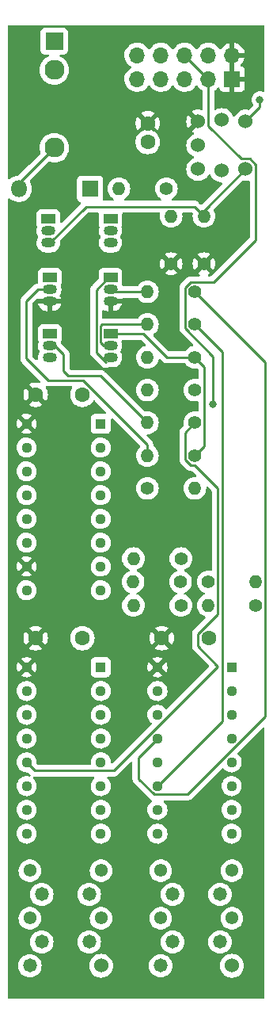
<source format=gbr>
%TF.GenerationSoftware,KiCad,Pcbnew,(6.0.0)*%
%TF.CreationDate,2022-02-24T16:42:11-08:00*%
%TF.ProjectId,16Bars,31364261-7273-42e6-9b69-6361645f7063,rev?*%
%TF.SameCoordinates,Original*%
%TF.FileFunction,Copper,L1,Top*%
%TF.FilePolarity,Positive*%
%FSLAX46Y46*%
G04 Gerber Fmt 4.6, Leading zero omitted, Abs format (unit mm)*
G04 Created by KiCad (PCBNEW (6.0.0)) date 2022-02-24 16:42:11*
%MOMM*%
%LPD*%
G01*
G04 APERTURE LIST*
%TA.AperFunction,ComponentPad*%
%ADD10R,1.930000X1.830000*%
%TD*%
%TA.AperFunction,ComponentPad*%
%ADD11C,2.130000*%
%TD*%
%TA.AperFunction,ComponentPad*%
%ADD12C,1.400000*%
%TD*%
%TA.AperFunction,ComponentPad*%
%ADD13O,1.400000X1.400000*%
%TD*%
%TA.AperFunction,ComponentPad*%
%ADD14C,1.478000*%
%TD*%
%TA.AperFunction,ComponentPad*%
%ADD15C,1.381000*%
%TD*%
%TA.AperFunction,ComponentPad*%
%ADD16C,1.524000*%
%TD*%
%TA.AperFunction,ComponentPad*%
%ADD17C,1.130000*%
%TD*%
%TA.AperFunction,ComponentPad*%
%ADD18R,1.130000X1.130000*%
%TD*%
%TA.AperFunction,ComponentPad*%
%ADD19O,1.800000X1.800000*%
%TD*%
%TA.AperFunction,ComponentPad*%
%ADD20R,1.800000X1.800000*%
%TD*%
%TA.AperFunction,ComponentPad*%
%ADD21C,1.600000*%
%TD*%
%TA.AperFunction,ComponentPad*%
%ADD22R,1.500000X1.050000*%
%TD*%
%TA.AperFunction,ComponentPad*%
%ADD23O,1.500000X1.050000*%
%TD*%
%TA.AperFunction,ComponentPad*%
%ADD24R,1.700000X1.700000*%
%TD*%
%TA.AperFunction,ComponentPad*%
%ADD25O,1.700000X1.700000*%
%TD*%
%TA.AperFunction,ViaPad*%
%ADD26C,0.800000*%
%TD*%
%TA.AperFunction,Conductor*%
%ADD27C,0.250000*%
%TD*%
G04 APERTURE END LIST*
D10*
%TO.P,J1,S*%
%TO.N,GND*%
X62000000Y-37220000D03*
D11*
%TO.P,J1,T*%
%TO.N,Net-(D1-Pad2)*%
X62000000Y-48620000D03*
%TO.P,J1,TN*%
%TO.N,N/C*%
X62000000Y-40320000D03*
%TD*%
D12*
%TO.P,R5,1*%
%TO.N,Net-(Q1-Pad2)*%
X74000000Y-53000000D03*
D13*
%TO.P,R5,2*%
%TO.N,Net-(D1-Pad1)*%
X68920000Y-53000000D03*
%TD*%
D12*
%TO.P,R7,1*%
%TO.N,+12V*%
X78000000Y-61000000D03*
D13*
%TO.P,R7,2*%
%TO.N,Net-(Q2-Pad3)*%
X78000000Y-55920000D03*
%TD*%
D12*
%TO.P,R8,1*%
%TO.N,+12V*%
X74500000Y-61000000D03*
D13*
%TO.P,R8,2*%
%TO.N,CLOCK_IN*%
X74500000Y-55920000D03*
%TD*%
D14*
%TO.P,DS-ONES1,10,F*%
%TO.N,/F1*%
X73380000Y-136000000D03*
%TO.P,DS-ONES1,9,G*%
%TO.N,/G1*%
X74650000Y-133460000D03*
D15*
%TO.P,DS-ONES1,8,A(C)_2*%
%TO.N,GND*%
X73380000Y-130920000D03*
D14*
%TO.P,DS-ONES1,7,A*%
%TO.N,/A1*%
X74650000Y-128380000D03*
D15*
%TO.P,DS-ONES1,6,B*%
%TO.N,/B1*%
X73380000Y-125840000D03*
%TO.P,DS-ONES1,5,DP*%
%TO.N,GND*%
X81000000Y-125840000D03*
D14*
%TO.P,DS-ONES1,4,C*%
%TO.N,/C1*%
X79730000Y-128380000D03*
D15*
%TO.P,DS-ONES1,3,A(C)_1*%
%TO.N,GND*%
X81000000Y-130920000D03*
D14*
%TO.P,DS-ONES1,2,D*%
%TO.N,/D1*%
X79730000Y-133460000D03*
D16*
%TO.P,DS-ONES1,1,E*%
%TO.N,/E1*%
X81000000Y-136000000D03*
%TD*%
D14*
%TO.P,DS-TENS1,10,F*%
%TO.N,/F2*%
X59380000Y-136000000D03*
%TO.P,DS-TENS1,9,G*%
%TO.N,/G2*%
X60650000Y-133460000D03*
D15*
%TO.P,DS-TENS1,8,A(C)_2*%
%TO.N,GND*%
X59380000Y-130920000D03*
D14*
%TO.P,DS-TENS1,7,A*%
%TO.N,/A2*%
X60650000Y-128380000D03*
D15*
%TO.P,DS-TENS1,6,B*%
%TO.N,/B2*%
X59380000Y-125840000D03*
%TO.P,DS-TENS1,5,DP*%
%TO.N,GND*%
X67000000Y-125840000D03*
D14*
%TO.P,DS-TENS1,4,C*%
%TO.N,/C2*%
X65730000Y-128380000D03*
D15*
%TO.P,DS-TENS1,3,A(C)_1*%
%TO.N,GND*%
X67000000Y-130920000D03*
D14*
%TO.P,DS-TENS1,2,D*%
%TO.N,/D2*%
X65730000Y-133460000D03*
D16*
%TO.P,DS-TENS1,1,E*%
%TO.N,/E2*%
X67000000Y-136000000D03*
%TD*%
%TO.P,SW1,L1*%
%TO.N,N/C*%
X77387500Y-48352501D03*
%TO.P,SW1,4,A*%
%TO.N,Net-(Q2-Pad3)*%
X82467500Y-50892501D03*
%TO.P,SW1,3,K*%
%TO.N,GND*%
X77387500Y-50892501D03*
%TO.P,SW1,2,2*%
%TO.N,16_BARS_RESET*%
X82467500Y-45812501D03*
%TO.P,SW1,1,1*%
%TO.N,+12V*%
X77387500Y-45812501D03*
%TO.P,SW1,*%
%TO.N,*%
X79927500Y-51052501D03*
X79927500Y-45652501D03*
%TD*%
D17*
%TO.P,IC3,16,VDD*%
%TO.N,+12V*%
X59030000Y-78110000D03*
%TO.P,IC3,15,CLOCK*%
%TO.N,CLOCK_IN*%
X59030000Y-80650000D03*
%TO.P,IC3,14,Q3*%
%TO.N,GND*%
X59030000Y-83190000D03*
%TO.P,IC3,13,P3*%
X59030000Y-85730000D03*
%TO.P,IC3,12,P2*%
X59030000Y-88270000D03*
%TO.P,IC3,11,Q2*%
X59030000Y-90810000D03*
%TO.P,IC3,10,UP/DOWN*%
%TO.N,+12V*%
X59030000Y-93350000D03*
%TO.P,IC3,9,RESET*%
%TO.N,16_BARS_RESET*%
X59030000Y-95890000D03*
%TO.P,IC3,8,VSS*%
%TO.N,GND*%
X66970000Y-95890000D03*
%TO.P,IC3,7,~{CARRYOUT}*%
%TO.N,unconnected-(IC3-Pad7)*%
X66970000Y-93350000D03*
%TO.P,IC3,6,Q1*%
%TO.N,GND*%
X66970000Y-90810000D03*
%TO.P,IC3,5,~{CARRYIN}*%
%TO.N,Net-(IC3-Pad5)*%
X66970000Y-88270000D03*
%TO.P,IC3,4,P1*%
%TO.N,GND*%
X66970000Y-85730000D03*
%TO.P,IC3,3,P4*%
X66970000Y-83190000D03*
%TO.P,IC3,2,Q4*%
%TO.N,CLOCK_BAR*%
X66970000Y-80650000D03*
D18*
%TO.P,IC3,1,PRESETENABLE*%
%TO.N,GND*%
X66970000Y-78110000D03*
%TD*%
D19*
%TO.P,D1,2,A*%
%TO.N,Net-(D1-Pad2)*%
X58190000Y-53000000D03*
D20*
%TO.P,D1,1,K*%
%TO.N,Net-(D1-Pad1)*%
X65810000Y-53000000D03*
%TD*%
D12*
%TO.P,R9,1*%
%TO.N,Net-(IC3-Pad5)*%
X71960000Y-85000000D03*
D13*
%TO.P,R9,2*%
%TO.N,GND*%
X77040000Y-85000000D03*
%TD*%
D21*
%TO.P,C3,1*%
%TO.N,GND*%
X65000000Y-101000000D03*
%TO.P,C3,2*%
%TO.N,+12V*%
X60000000Y-101000000D03*
%TD*%
D22*
%TO.P,Q5,1,E*%
%TO.N,Net-(Q5-Pad1)*%
X61500000Y-62500000D03*
D23*
%TO.P,Q5,2,B*%
%TO.N,Net-(Q5-Pad2)*%
X61500000Y-63770000D03*
%TO.P,Q5,3,C*%
%TO.N,+12V*%
X61500000Y-65040000D03*
%TD*%
D13*
%TO.P,R2,2*%
%TO.N,16_BARS_RESET*%
X70460000Y-97500000D03*
D12*
%TO.P,R2,1*%
%TO.N,GND*%
X75540000Y-97500000D03*
%TD*%
D17*
%TO.P,IC1,16,VDD*%
%TO.N,+12V*%
X73030000Y-104110000D03*
%TO.P,IC1,15,RESET*%
%TO.N,16_BARS_RESET*%
X73030000Y-106650000D03*
%TO.P,IC1,14,LAMPTEST*%
%TO.N,GND*%
X73030000Y-109190000D03*
%TO.P,IC1,13,C*%
%TO.N,/C1*%
X73030000Y-111730000D03*
%TO.P,IC1,12,B*%
%TO.N,/B1*%
X73030000Y-114270000D03*
%TO.P,IC1,11,E*%
%TO.N,/E1*%
X73030000Y-116810000D03*
%TO.P,IC1,10,A*%
%TO.N,/A1*%
X73030000Y-119350000D03*
%TO.P,IC1,9,D*%
%TO.N,/D1*%
X73030000Y-121890000D03*
%TO.P,IC1,8,VSS*%
%TO.N,GND*%
X80970000Y-121890000D03*
%TO.P,IC1,7,G*%
%TO.N,/G1*%
X80970000Y-119350000D03*
%TO.P,IC1,6,F*%
%TO.N,/F1*%
X80970000Y-116810000D03*
%TO.P,IC1,5,CARRYOUT*%
%TO.N,CARRY_1*%
X80970000Y-114270000D03*
%TO.P,IC1,4,RIPPLEBLANKINGOUT*%
%TO.N,unconnected-(IC1-Pad4)*%
X80970000Y-111730000D03*
%TO.P,IC1,3,RIPPLEBLANKINGIN*%
%TO.N,unconnected-(IC1-Pad3)*%
X80970000Y-109190000D03*
%TO.P,IC1,2,CLOCKINHIBIT*%
%TO.N,Net-(IC1-Pad2)*%
X80970000Y-106650000D03*
D18*
%TO.P,IC1,1,CLOCK*%
%TO.N,CLOCK_BAR*%
X80970000Y-104110000D03*
%TD*%
D21*
%TO.P,C4,1*%
%TO.N,GND*%
X78500000Y-101000000D03*
%TO.P,C4,2*%
%TO.N,+12V*%
X73500000Y-101000000D03*
%TD*%
D12*
%TO.P,R13,1*%
%TO.N,/DISP-IC1-6*%
X77040000Y-81500000D03*
D13*
%TO.P,R13,2*%
%TO.N,Net-(Q5-Pad2)*%
X71960000Y-81500000D03*
%TD*%
%TO.P,R6,2*%
%TO.N,16_BARS_RESET*%
X70460000Y-92500000D03*
D12*
%TO.P,R6,1*%
%TO.N,GND*%
X75540000Y-92500000D03*
%TD*%
D22*
%TO.P,Q1,1,E*%
%TO.N,GND*%
X68000000Y-56230000D03*
D23*
%TO.P,Q1,2,B*%
%TO.N,Net-(Q1-Pad2)*%
X68000000Y-57500000D03*
%TO.P,Q1,3,C*%
%TO.N,CLOCK_IN*%
X68000000Y-58770000D03*
%TD*%
D21*
%TO.P,C2,1*%
%TO.N,+12V*%
X60000000Y-75000000D03*
%TO.P,C2,2*%
%TO.N,GND*%
X65000000Y-75000000D03*
%TD*%
D22*
%TO.P,Q2,1,E*%
%TO.N,GND*%
X61360000Y-56230000D03*
D23*
%TO.P,Q2,2,B*%
%TO.N,CLOCK_IN*%
X61360000Y-57500000D03*
%TO.P,Q2,3,C*%
%TO.N,Net-(Q2-Pad3)*%
X61360000Y-58770000D03*
%TD*%
D12*
%TO.P,R12,1*%
%TO.N,/DISP-IC1-6*%
X77040000Y-71000000D03*
D13*
%TO.P,R12,2*%
%TO.N,GND*%
X71960000Y-71000000D03*
%TD*%
D12*
%TO.P,R3,1*%
%TO.N,Net-(IC2-Pad2)*%
X78460000Y-95000000D03*
D13*
%TO.P,R3,2*%
%TO.N,GND*%
X83540000Y-95000000D03*
%TD*%
D22*
%TO.P,Q3,1,E*%
%TO.N,Net-(Q3-Pad1)*%
X68000000Y-62500000D03*
D23*
%TO.P,Q3,2,B*%
%TO.N,Net-(Q3-Pad2)*%
X68000000Y-63770000D03*
%TO.P,Q3,3,C*%
%TO.N,+12V*%
X68000000Y-65040000D03*
%TD*%
D24*
%TO.P,J2,1,Pin_1*%
%TO.N,+12V*%
X81019600Y-41275000D03*
D25*
%TO.P,J2,2,Pin_2*%
X81019600Y-38735000D03*
%TO.P,J2,3,Pin_3*%
%TO.N,GND*%
X78479600Y-41275000D03*
%TO.P,J2,4,Pin_4*%
X78479600Y-38735000D03*
%TO.P,J2,5,Pin_5*%
X75939600Y-41275000D03*
%TO.P,J2,6,Pin_6*%
X75939600Y-38735000D03*
%TO.P,J2,7,Pin_7*%
X73399600Y-41275000D03*
%TO.P,J2,8,Pin_8*%
X73399600Y-38735000D03*
%TO.P,J2,9,Pin_9*%
%TO.N,unconnected-(J2-Pad9)*%
X70859600Y-41275000D03*
%TO.P,J2,10,Pin_10*%
%TO.N,unconnected-(J2-Pad10)*%
X70859600Y-38735000D03*
%TD*%
D12*
%TO.P,R11,1*%
%TO.N,/E1*%
X77040000Y-67500000D03*
D13*
%TO.P,R11,2*%
%TO.N,Net-(Q4-Pad2)*%
X71960000Y-67500000D03*
%TD*%
%TO.P,R15,2*%
%TO.N,GND*%
X71960000Y-74500000D03*
D12*
%TO.P,R15,1*%
%TO.N,16_BARS_RESET*%
X77040000Y-74500000D03*
%TD*%
%TO.P,R10,1*%
%TO.N,/C1*%
X77040000Y-64000000D03*
D13*
%TO.P,R10,2*%
%TO.N,Net-(Q3-Pad2)*%
X71960000Y-64000000D03*
%TD*%
D17*
%TO.P,IC2,16,VDD*%
%TO.N,+12V*%
X59030000Y-104110000D03*
%TO.P,IC2,15,RESET*%
%TO.N,16_BARS_RESET*%
X59030000Y-106650000D03*
%TO.P,IC2,14,LAMPTEST*%
%TO.N,unconnected-(IC2-Pad14)*%
X59030000Y-109190000D03*
%TO.P,IC2,13,C*%
%TO.N,/C2*%
X59030000Y-111730000D03*
%TO.P,IC2,12,B*%
%TO.N,/B2*%
X59030000Y-114270000D03*
%TO.P,IC2,11,E*%
%TO.N,/E2*%
X59030000Y-116810000D03*
%TO.P,IC2,10,A*%
%TO.N,/A2*%
X59030000Y-119350000D03*
%TO.P,IC2,9,D*%
%TO.N,/D2*%
X59030000Y-121890000D03*
%TO.P,IC2,8,VSS*%
%TO.N,GND*%
X66970000Y-121890000D03*
%TO.P,IC2,7,G*%
%TO.N,/G2*%
X66970000Y-119350000D03*
%TO.P,IC2,6,F*%
%TO.N,/F2*%
X66970000Y-116810000D03*
%TO.P,IC2,5,CARRYOUT*%
%TO.N,unconnected-(IC2-Pad5)*%
X66970000Y-114270000D03*
%TO.P,IC2,4,RIPPLEBLANKINGOUT*%
%TO.N,unconnected-(IC2-Pad4)*%
X66970000Y-111730000D03*
%TO.P,IC2,3,RIPPLEBLANKINGIN*%
%TO.N,unconnected-(IC2-Pad3)*%
X66970000Y-109190000D03*
%TO.P,IC2,2,CLOCKINHIBIT*%
%TO.N,Net-(IC2-Pad2)*%
X66970000Y-106650000D03*
D18*
%TO.P,IC2,1,CLOCK*%
%TO.N,CARRY_1*%
X66970000Y-104110000D03*
%TD*%
D21*
%TO.P,C1,1*%
%TO.N,+12V*%
X72000000Y-46000000D03*
%TO.P,C1,2*%
%TO.N,GND*%
X72000000Y-48000000D03*
%TD*%
D23*
%TO.P,Q6,3,C*%
%TO.N,Net-(Q5-Pad1)*%
X61500000Y-71040000D03*
%TO.P,Q6,2,B*%
%TO.N,Net-(Q6-Pad2)*%
X61500000Y-69770000D03*
D22*
%TO.P,Q6,1,E*%
%TO.N,16_BARS_RESET*%
X61500000Y-68500000D03*
%TD*%
%TO.P,Q4,1,E*%
%TO.N,/DISP-IC1-6*%
X68000000Y-68500000D03*
D23*
%TO.P,Q4,2,B*%
%TO.N,Net-(Q4-Pad2)*%
X68000000Y-69770000D03*
%TO.P,Q4,3,C*%
%TO.N,Net-(Q3-Pad1)*%
X68000000Y-71040000D03*
%TD*%
D12*
%TO.P,R1,1*%
%TO.N,Net-(IC1-Pad2)*%
X83540000Y-97500000D03*
D13*
%TO.P,R1,2*%
%TO.N,GND*%
X78460000Y-97500000D03*
%TD*%
%TO.P,R4,2*%
%TO.N,16_BARS_RESET*%
X70420000Y-95000000D03*
D12*
%TO.P,R4,1*%
%TO.N,GND*%
X75500000Y-95000000D03*
%TD*%
%TO.P,R14,1*%
%TO.N,/B2*%
X77040000Y-78000000D03*
D13*
%TO.P,R14,2*%
%TO.N,Net-(Q6-Pad2)*%
X71960000Y-78000000D03*
%TD*%
D26*
%TO.N,GND*%
X79000000Y-76000000D03*
%TO.N,+12V*%
X68000000Y-46500000D03*
%TO.N,16_BARS_RESET*%
X84000000Y-43500000D03*
%TD*%
D27*
%TO.N,/B2*%
X59919511Y-115159511D02*
X59030000Y-114270000D01*
X68340489Y-115159511D02*
X59919511Y-115159511D01*
X79500000Y-104000000D02*
X68340489Y-115159511D01*
X77375489Y-101875489D02*
X79500000Y-104000000D01*
X77024511Y-82524511D02*
X79500000Y-85000000D01*
X76615633Y-82524511D02*
X77024511Y-82524511D01*
X79500000Y-85000000D02*
X79500000Y-98409700D01*
X76015489Y-81924367D02*
X76615633Y-82524511D01*
X79500000Y-98409700D02*
X77375489Y-100534211D01*
X76015489Y-79024511D02*
X76015489Y-81924367D01*
X77040000Y-78000000D02*
X76015489Y-79024511D01*
X77375489Y-100534211D02*
X77375489Y-101875489D01*
%TO.N,Net-(Q5-Pad2)*%
X60230000Y-63770000D02*
X61500000Y-63770000D01*
%TO.N,GND*%
X78474011Y-41269411D02*
X75939600Y-38735000D01*
X78474011Y-46262550D02*
X78474011Y-41269411D01*
X82017451Y-49805990D02*
X78474011Y-46262550D01*
X82917549Y-49805990D02*
X82017451Y-49805990D01*
X83554011Y-50442452D02*
X82917549Y-49805990D01*
X79024511Y-62975489D02*
X83554011Y-58445989D01*
X83554011Y-58445989D02*
X83554011Y-50442452D01*
X76615633Y-62975489D02*
X79024511Y-62975489D01*
X76000000Y-63591122D02*
X76615633Y-62975489D01*
X79000000Y-70908878D02*
X76000000Y-67908878D01*
X76000000Y-67908878D02*
X76000000Y-63591122D01*
X79000000Y-76000000D02*
X79000000Y-70908878D01*
%TO.N,Net-(D1-Pad2)*%
X58190000Y-52430000D02*
X58190000Y-53000000D01*
X62000000Y-48620000D02*
X58190000Y-52430000D01*
%TO.N,/E1*%
X77040000Y-67500000D02*
X80000000Y-70460000D01*
X80000000Y-109840000D02*
X73030000Y-116810000D01*
X80000000Y-70460000D02*
X80000000Y-109840000D01*
%TO.N,/C1*%
X72661551Y-117699511D02*
X71000000Y-116037960D01*
X77040000Y-64000000D02*
X84564511Y-71524511D01*
X71000000Y-113760000D02*
X73030000Y-111730000D01*
X76258449Y-117699511D02*
X72661551Y-117699511D01*
X71000000Y-116037960D02*
X71000000Y-113760000D01*
X84564511Y-109393449D02*
X76258449Y-117699511D01*
X84564511Y-71524511D02*
X84564511Y-109393449D01*
%TO.N,16_BARS_RESET*%
X84000000Y-44280001D02*
X84000000Y-43500000D01*
X82467500Y-45812501D02*
X84000000Y-44280001D01*
%TO.N,Net-(Q2-Pad3)*%
X78000000Y-55360001D02*
X78000000Y-55920000D01*
X78000000Y-55920000D02*
X76975489Y-54895489D01*
X61516402Y-58770000D02*
X61360000Y-58770000D01*
X65390913Y-54895489D02*
X61516402Y-58770000D01*
X76975489Y-54895489D02*
X65390913Y-54895489D01*
X82467500Y-50892501D02*
X78000000Y-55360001D01*
%TO.N,Net-(Q3-Pad2)*%
X68230000Y-64000000D02*
X68000000Y-63770000D01*
X71960000Y-64000000D02*
X68230000Y-64000000D01*
%TO.N,Net-(Q3-Pad1)*%
X66475969Y-70475969D02*
X67500000Y-71500000D01*
X68000000Y-62500000D02*
X67775000Y-62500000D01*
X66475969Y-63799031D02*
X66475969Y-70475969D01*
X67775000Y-62500000D02*
X66475969Y-63799031D01*
%TO.N,Net-(Q4-Pad2)*%
X66925489Y-67650489D02*
X66925489Y-69425489D01*
X67075978Y-67500000D02*
X66925489Y-67650489D01*
X66925489Y-69425489D02*
X67270000Y-69770000D01*
X67270000Y-69770000D02*
X68000000Y-69770000D01*
X71960000Y-67500000D02*
X67075978Y-67500000D01*
%TO.N,/DISP-IC1-6*%
X78064511Y-80475489D02*
X78064511Y-72024511D01*
X77040000Y-71000000D02*
X74011122Y-71000000D01*
X78064511Y-72024511D02*
X77040000Y-71000000D01*
X77040000Y-81500000D02*
X78064511Y-80475489D01*
X71511122Y-68500000D02*
X68000000Y-68500000D01*
X74011122Y-71000000D02*
X71511122Y-68500000D01*
%TO.N,Net-(Q5-Pad2)*%
X65039820Y-73449520D02*
X61313803Y-73449520D01*
X71960000Y-80369700D02*
X65039820Y-73449520D01*
X59000000Y-65000000D02*
X60230000Y-63770000D01*
X61313803Y-73449520D02*
X59000000Y-71135717D01*
X71960000Y-81500000D02*
X71960000Y-80369700D01*
X59000000Y-71135717D02*
X59000000Y-65000000D01*
%TO.N,Net-(Q6-Pad2)*%
X62050000Y-69770000D02*
X61500000Y-69770000D01*
X63500000Y-73000000D02*
X63000000Y-72500000D01*
X71960000Y-78000000D02*
X66960000Y-73000000D01*
X63000000Y-70720000D02*
X62050000Y-69770000D01*
X66960000Y-73000000D02*
X63500000Y-73000000D01*
X63000000Y-72500000D02*
X63000000Y-70720000D01*
%TD*%
%TA.AperFunction,Conductor*%
%TO.N,+12V*%
G36*
X84434121Y-35528002D02*
G01*
X84480614Y-35581658D01*
X84492000Y-35634000D01*
X84492000Y-42530552D01*
X84471998Y-42598673D01*
X84418342Y-42645166D01*
X84348068Y-42655270D01*
X84314753Y-42645659D01*
X84288327Y-42633894D01*
X84288321Y-42633892D01*
X84282288Y-42631206D01*
X84177935Y-42609025D01*
X84101944Y-42592872D01*
X84101939Y-42592872D01*
X84095487Y-42591500D01*
X83904513Y-42591500D01*
X83898061Y-42592872D01*
X83898056Y-42592872D01*
X83822065Y-42609025D01*
X83717712Y-42631206D01*
X83711682Y-42633891D01*
X83711681Y-42633891D01*
X83549278Y-42706197D01*
X83549276Y-42706198D01*
X83543248Y-42708882D01*
X83388747Y-42821134D01*
X83260960Y-42963056D01*
X83165473Y-43128444D01*
X83106458Y-43310072D01*
X83086496Y-43500000D01*
X83106458Y-43689928D01*
X83165473Y-43871556D01*
X83168776Y-43877278D01*
X83168777Y-43877279D01*
X83244167Y-44007858D01*
X83260905Y-44076853D01*
X83237685Y-44143945D01*
X83224143Y-44159953D01*
X82849721Y-44534375D01*
X82787409Y-44568401D01*
X82728014Y-44566986D01*
X82694283Y-44557948D01*
X82694277Y-44557947D01*
X82688963Y-44556523D01*
X82467500Y-44537148D01*
X82246037Y-44556523D01*
X82136719Y-44585815D01*
X82036614Y-44612638D01*
X82036612Y-44612639D01*
X82031304Y-44614061D01*
X82026323Y-44616383D01*
X82026322Y-44616384D01*
X81834811Y-44705687D01*
X81834806Y-44705690D01*
X81829824Y-44708013D01*
X81825317Y-44711169D01*
X81825315Y-44711170D01*
X81652230Y-44832365D01*
X81652227Y-44832367D01*
X81647719Y-44835524D01*
X81490523Y-44992720D01*
X81487366Y-44997228D01*
X81487364Y-44997231D01*
X81366169Y-45170316D01*
X81363012Y-45174825D01*
X81360689Y-45179807D01*
X81360686Y-45179812D01*
X81349000Y-45204874D01*
X81302083Y-45258159D01*
X81233806Y-45277620D01*
X81165846Y-45257078D01*
X81120610Y-45204874D01*
X81034314Y-45019812D01*
X81034311Y-45019807D01*
X81031988Y-45014825D01*
X81013781Y-44988823D01*
X80907636Y-44837231D01*
X80907634Y-44837228D01*
X80904477Y-44832720D01*
X80747281Y-44675524D01*
X80742773Y-44672367D01*
X80742770Y-44672365D01*
X80657471Y-44612638D01*
X80565177Y-44548013D01*
X80560195Y-44545690D01*
X80560190Y-44545687D01*
X80368678Y-44456384D01*
X80368677Y-44456383D01*
X80363696Y-44454061D01*
X80358388Y-44452639D01*
X80358386Y-44452638D01*
X80292551Y-44434998D01*
X80148963Y-44396523D01*
X79927500Y-44377148D01*
X79706037Y-44396523D01*
X79562449Y-44434998D01*
X79496614Y-44452638D01*
X79496612Y-44452639D01*
X79491304Y-44454061D01*
X79486323Y-44456383D01*
X79486322Y-44456384D01*
X79319071Y-44534375D01*
X79289824Y-44548013D01*
X79289119Y-44546502D01*
X79227503Y-44561443D01*
X79160413Y-44538215D01*
X79116532Y-44482403D01*
X79107511Y-44435586D01*
X79107511Y-42558759D01*
X79127513Y-42490638D01*
X79168992Y-42450531D01*
X79172953Y-42448170D01*
X79177594Y-42445896D01*
X79359460Y-42316173D01*
X79426931Y-42248938D01*
X79468079Y-42207933D01*
X79530451Y-42174017D01*
X79601258Y-42179205D01*
X79658019Y-42221851D01*
X79675001Y-42252954D01*
X79716276Y-42363054D01*
X79724814Y-42378649D01*
X79801315Y-42480724D01*
X79813876Y-42493285D01*
X79915951Y-42569786D01*
X79931546Y-42578324D01*
X80051994Y-42623478D01*
X80067249Y-42627105D01*
X80118114Y-42632631D01*
X80124928Y-42633000D01*
X80747485Y-42633000D01*
X80762724Y-42628525D01*
X80763929Y-42627135D01*
X80765600Y-42619452D01*
X80765600Y-42614884D01*
X81273600Y-42614884D01*
X81278075Y-42630123D01*
X81279465Y-42631328D01*
X81287148Y-42632999D01*
X81914269Y-42632999D01*
X81921090Y-42632629D01*
X81971952Y-42627105D01*
X81987204Y-42623479D01*
X82107654Y-42578324D01*
X82123249Y-42569786D01*
X82225324Y-42493285D01*
X82237885Y-42480724D01*
X82314386Y-42378649D01*
X82322924Y-42363054D01*
X82368078Y-42242606D01*
X82371705Y-42227351D01*
X82377231Y-42176486D01*
X82377600Y-42169672D01*
X82377600Y-41547115D01*
X82373125Y-41531876D01*
X82371735Y-41530671D01*
X82364052Y-41529000D01*
X81291715Y-41529000D01*
X81276476Y-41533475D01*
X81275271Y-41534865D01*
X81273600Y-41542548D01*
X81273600Y-42614884D01*
X80765600Y-42614884D01*
X80765600Y-41002885D01*
X81273600Y-41002885D01*
X81278075Y-41018124D01*
X81279465Y-41019329D01*
X81287148Y-41021000D01*
X82359484Y-41021000D01*
X82374723Y-41016525D01*
X82375928Y-41015135D01*
X82377599Y-41007452D01*
X82377599Y-40380331D01*
X82377229Y-40373510D01*
X82371705Y-40322648D01*
X82368079Y-40307396D01*
X82322924Y-40186946D01*
X82314386Y-40171351D01*
X82237885Y-40069276D01*
X82225324Y-40056715D01*
X82123249Y-39980214D01*
X82107654Y-39971676D01*
X81996897Y-39930155D01*
X81940133Y-39887513D01*
X81915433Y-39820952D01*
X81930640Y-39751603D01*
X81952187Y-39722922D01*
X82053657Y-39621805D01*
X82060330Y-39613965D01*
X82184603Y-39441020D01*
X82189913Y-39432183D01*
X82284270Y-39241267D01*
X82288069Y-39231672D01*
X82349977Y-39027910D01*
X82352155Y-39017837D01*
X82353586Y-39006962D01*
X82351375Y-38992778D01*
X82338217Y-38989000D01*
X81291715Y-38989000D01*
X81276476Y-38993475D01*
X81275271Y-38994865D01*
X81273600Y-39002548D01*
X81273600Y-41002885D01*
X80765600Y-41002885D01*
X80765600Y-38462885D01*
X81273600Y-38462885D01*
X81278075Y-38478124D01*
X81279465Y-38479329D01*
X81287148Y-38481000D01*
X82337944Y-38481000D01*
X82351475Y-38477027D01*
X82352780Y-38467947D01*
X82310814Y-38300875D01*
X82307494Y-38291124D01*
X82222572Y-38095814D01*
X82217705Y-38086739D01*
X82102026Y-37907926D01*
X82095736Y-37899757D01*
X81952406Y-37742240D01*
X81944873Y-37735215D01*
X81777739Y-37603222D01*
X81769152Y-37597517D01*
X81582717Y-37494599D01*
X81573305Y-37490369D01*
X81372559Y-37419280D01*
X81362588Y-37416646D01*
X81291437Y-37403972D01*
X81278140Y-37405432D01*
X81273600Y-37419989D01*
X81273600Y-38462885D01*
X80765600Y-38462885D01*
X80765600Y-37418102D01*
X80761682Y-37404758D01*
X80747406Y-37402771D01*
X80708924Y-37408660D01*
X80698888Y-37411051D01*
X80496468Y-37477212D01*
X80486959Y-37481209D01*
X80298063Y-37579542D01*
X80289338Y-37585036D01*
X80119033Y-37712905D01*
X80111326Y-37719748D01*
X79964190Y-37873717D01*
X79957709Y-37881722D01*
X79853098Y-38035074D01*
X79798187Y-38080076D01*
X79727662Y-38088247D01*
X79663915Y-38056993D01*
X79643218Y-38032509D01*
X79562422Y-37907617D01*
X79562420Y-37907614D01*
X79559614Y-37903277D01*
X79409270Y-37738051D01*
X79405219Y-37734852D01*
X79405215Y-37734848D01*
X79238014Y-37602800D01*
X79238010Y-37602798D01*
X79233959Y-37599598D01*
X79197628Y-37579542D01*
X79181736Y-37570769D01*
X79038389Y-37491638D01*
X79033520Y-37489914D01*
X79033516Y-37489912D01*
X78832687Y-37418795D01*
X78832683Y-37418794D01*
X78827812Y-37417069D01*
X78822719Y-37416162D01*
X78822716Y-37416161D01*
X78612973Y-37378800D01*
X78612967Y-37378799D01*
X78607884Y-37377894D01*
X78534052Y-37376992D01*
X78389681Y-37375228D01*
X78389679Y-37375228D01*
X78384511Y-37375165D01*
X78163691Y-37408955D01*
X77951356Y-37478357D01*
X77753207Y-37581507D01*
X77749074Y-37584610D01*
X77749071Y-37584612D01*
X77724847Y-37602800D01*
X77574565Y-37715635D01*
X77420229Y-37877138D01*
X77312801Y-38034621D01*
X77257893Y-38079621D01*
X77187368Y-38087792D01*
X77123621Y-38056538D01*
X77102924Y-38032054D01*
X77022422Y-37907617D01*
X77022420Y-37907614D01*
X77019614Y-37903277D01*
X76869270Y-37738051D01*
X76865219Y-37734852D01*
X76865215Y-37734848D01*
X76698014Y-37602800D01*
X76698010Y-37602798D01*
X76693959Y-37599598D01*
X76657628Y-37579542D01*
X76641736Y-37570769D01*
X76498389Y-37491638D01*
X76493520Y-37489914D01*
X76493516Y-37489912D01*
X76292687Y-37418795D01*
X76292683Y-37418794D01*
X76287812Y-37417069D01*
X76282719Y-37416162D01*
X76282716Y-37416161D01*
X76072973Y-37378800D01*
X76072967Y-37378799D01*
X76067884Y-37377894D01*
X75994052Y-37376992D01*
X75849681Y-37375228D01*
X75849679Y-37375228D01*
X75844511Y-37375165D01*
X75623691Y-37408955D01*
X75411356Y-37478357D01*
X75213207Y-37581507D01*
X75209074Y-37584610D01*
X75209071Y-37584612D01*
X75184847Y-37602800D01*
X75034565Y-37715635D01*
X74880229Y-37877138D01*
X74772801Y-38034621D01*
X74717893Y-38079621D01*
X74647368Y-38087792D01*
X74583621Y-38056538D01*
X74562924Y-38032054D01*
X74482422Y-37907617D01*
X74482420Y-37907614D01*
X74479614Y-37903277D01*
X74329270Y-37738051D01*
X74325219Y-37734852D01*
X74325215Y-37734848D01*
X74158014Y-37602800D01*
X74158010Y-37602798D01*
X74153959Y-37599598D01*
X74117628Y-37579542D01*
X74101736Y-37570769D01*
X73958389Y-37491638D01*
X73953520Y-37489914D01*
X73953516Y-37489912D01*
X73752687Y-37418795D01*
X73752683Y-37418794D01*
X73747812Y-37417069D01*
X73742719Y-37416162D01*
X73742716Y-37416161D01*
X73532973Y-37378800D01*
X73532967Y-37378799D01*
X73527884Y-37377894D01*
X73454052Y-37376992D01*
X73309681Y-37375228D01*
X73309679Y-37375228D01*
X73304511Y-37375165D01*
X73083691Y-37408955D01*
X72871356Y-37478357D01*
X72673207Y-37581507D01*
X72669074Y-37584610D01*
X72669071Y-37584612D01*
X72644847Y-37602800D01*
X72494565Y-37715635D01*
X72340229Y-37877138D01*
X72232801Y-38034621D01*
X72177893Y-38079621D01*
X72107368Y-38087792D01*
X72043621Y-38056538D01*
X72022924Y-38032054D01*
X71942422Y-37907617D01*
X71942420Y-37907614D01*
X71939614Y-37903277D01*
X71789270Y-37738051D01*
X71785219Y-37734852D01*
X71785215Y-37734848D01*
X71618014Y-37602800D01*
X71618010Y-37602798D01*
X71613959Y-37599598D01*
X71577628Y-37579542D01*
X71561736Y-37570769D01*
X71418389Y-37491638D01*
X71413520Y-37489914D01*
X71413516Y-37489912D01*
X71212687Y-37418795D01*
X71212683Y-37418794D01*
X71207812Y-37417069D01*
X71202719Y-37416162D01*
X71202716Y-37416161D01*
X70992973Y-37378800D01*
X70992967Y-37378799D01*
X70987884Y-37377894D01*
X70914052Y-37376992D01*
X70769681Y-37375228D01*
X70769679Y-37375228D01*
X70764511Y-37375165D01*
X70543691Y-37408955D01*
X70331356Y-37478357D01*
X70133207Y-37581507D01*
X70129074Y-37584610D01*
X70129071Y-37584612D01*
X70104847Y-37602800D01*
X69954565Y-37715635D01*
X69800229Y-37877138D01*
X69674343Y-38061680D01*
X69580288Y-38264305D01*
X69520589Y-38479570D01*
X69496851Y-38701695D01*
X69497148Y-38706848D01*
X69497148Y-38706851D01*
X69508964Y-38911771D01*
X69509710Y-38924715D01*
X69510847Y-38929761D01*
X69510848Y-38929767D01*
X69524197Y-38989000D01*
X69558822Y-39142639D01*
X69642866Y-39349616D01*
X69693463Y-39432183D01*
X69756891Y-39535688D01*
X69759587Y-39540088D01*
X69905850Y-39708938D01*
X70077726Y-39851632D01*
X70139129Y-39887513D01*
X70151045Y-39894476D01*
X70199769Y-39946114D01*
X70212840Y-40015897D01*
X70186109Y-40081669D01*
X70145655Y-40115027D01*
X70133207Y-40121507D01*
X70129074Y-40124610D01*
X70129071Y-40124612D01*
X70046050Y-40186946D01*
X69954565Y-40255635D01*
X69800229Y-40417138D01*
X69674343Y-40601680D01*
X69580288Y-40804305D01*
X69520589Y-41019570D01*
X69496851Y-41241695D01*
X69497148Y-41246848D01*
X69497148Y-41246851D01*
X69509412Y-41459547D01*
X69509710Y-41464715D01*
X69510847Y-41469761D01*
X69510848Y-41469767D01*
X69525206Y-41533475D01*
X69558822Y-41682639D01*
X69575515Y-41723748D01*
X69638529Y-41878934D01*
X69642866Y-41889616D01*
X69694542Y-41973944D01*
X69756891Y-42075688D01*
X69759587Y-42080088D01*
X69905850Y-42248938D01*
X70077726Y-42391632D01*
X70270600Y-42504338D01*
X70479292Y-42584030D01*
X70484360Y-42585061D01*
X70484363Y-42585062D01*
X70551264Y-42598673D01*
X70698197Y-42628567D01*
X70703372Y-42628757D01*
X70703374Y-42628757D01*
X70916273Y-42636564D01*
X70916277Y-42636564D01*
X70921437Y-42636753D01*
X70926557Y-42636097D01*
X70926559Y-42636097D01*
X71137888Y-42609025D01*
X71137889Y-42609025D01*
X71143016Y-42608368D01*
X71175331Y-42598673D01*
X71352029Y-42545661D01*
X71352034Y-42545659D01*
X71356984Y-42544174D01*
X71557594Y-42445896D01*
X71739460Y-42316173D01*
X71897696Y-42158489D01*
X71957194Y-42075689D01*
X72028053Y-41977077D01*
X72029376Y-41978028D01*
X72076245Y-41934857D01*
X72146180Y-41922625D01*
X72211626Y-41950144D01*
X72239475Y-41981994D01*
X72299587Y-42080088D01*
X72445850Y-42248938D01*
X72617726Y-42391632D01*
X72810600Y-42504338D01*
X73019292Y-42584030D01*
X73024360Y-42585061D01*
X73024363Y-42585062D01*
X73091264Y-42598673D01*
X73238197Y-42628567D01*
X73243372Y-42628757D01*
X73243374Y-42628757D01*
X73456273Y-42636564D01*
X73456277Y-42636564D01*
X73461437Y-42636753D01*
X73466557Y-42636097D01*
X73466559Y-42636097D01*
X73677888Y-42609025D01*
X73677889Y-42609025D01*
X73683016Y-42608368D01*
X73715331Y-42598673D01*
X73892029Y-42545661D01*
X73892034Y-42545659D01*
X73896984Y-42544174D01*
X74097594Y-42445896D01*
X74279460Y-42316173D01*
X74437696Y-42158489D01*
X74497194Y-42075689D01*
X74568053Y-41977077D01*
X74569376Y-41978028D01*
X74616245Y-41934857D01*
X74686180Y-41922625D01*
X74751626Y-41950144D01*
X74779475Y-41981994D01*
X74839587Y-42080088D01*
X74985850Y-42248938D01*
X75157726Y-42391632D01*
X75350600Y-42504338D01*
X75559292Y-42584030D01*
X75564360Y-42585061D01*
X75564363Y-42585062D01*
X75631264Y-42598673D01*
X75778197Y-42628567D01*
X75783372Y-42628757D01*
X75783374Y-42628757D01*
X75996273Y-42636564D01*
X75996277Y-42636564D01*
X76001437Y-42636753D01*
X76006557Y-42636097D01*
X76006559Y-42636097D01*
X76217888Y-42609025D01*
X76217889Y-42609025D01*
X76223016Y-42608368D01*
X76255331Y-42598673D01*
X76432029Y-42545661D01*
X76432034Y-42545659D01*
X76436984Y-42544174D01*
X76637594Y-42445896D01*
X76819460Y-42316173D01*
X76977696Y-42158489D01*
X77037194Y-42075689D01*
X77108053Y-41977077D01*
X77109376Y-41978028D01*
X77156245Y-41934857D01*
X77226180Y-41922625D01*
X77291626Y-41950144D01*
X77319475Y-41981994D01*
X77379587Y-42080088D01*
X77525850Y-42248938D01*
X77697726Y-42391632D01*
X77702193Y-42394242D01*
X77778081Y-42438587D01*
X77826805Y-42490225D01*
X77840511Y-42547375D01*
X77840511Y-44454878D01*
X77820509Y-44522999D01*
X77766853Y-44569492D01*
X77696579Y-44579596D01*
X77681899Y-44576585D01*
X77614188Y-44558442D01*
X77603396Y-44556539D01*
X77392975Y-44538129D01*
X77382025Y-44538129D01*
X77171604Y-44556539D01*
X77160809Y-44558442D01*
X76956785Y-44613110D01*
X76946493Y-44616856D01*
X76755059Y-44706124D01*
X76745568Y-44711604D01*
X76701735Y-44742295D01*
X76693360Y-44752772D01*
X76700428Y-44766219D01*
X77657615Y-45723406D01*
X77691641Y-45785718D01*
X77686576Y-45856533D01*
X77657615Y-45901596D01*
X76699707Y-46859504D01*
X76693277Y-46871278D01*
X76702574Y-46883294D01*
X76745569Y-46913399D01*
X76755055Y-46918877D01*
X76860465Y-46968030D01*
X76913750Y-47014947D01*
X76933211Y-47083224D01*
X76912669Y-47151184D01*
X76860465Y-47196420D01*
X76754811Y-47245687D01*
X76754806Y-47245690D01*
X76749824Y-47248013D01*
X76745317Y-47251169D01*
X76745315Y-47251170D01*
X76572230Y-47372365D01*
X76572227Y-47372367D01*
X76567719Y-47375524D01*
X76410523Y-47532720D01*
X76407366Y-47537228D01*
X76407364Y-47537231D01*
X76397893Y-47550757D01*
X76283012Y-47714825D01*
X76280689Y-47719807D01*
X76280686Y-47719812D01*
X76191383Y-47911323D01*
X76189060Y-47916305D01*
X76131522Y-48131038D01*
X76112147Y-48352501D01*
X76131522Y-48573964D01*
X76189060Y-48788697D01*
X76191382Y-48793678D01*
X76191383Y-48793679D01*
X76280686Y-48985190D01*
X76280689Y-48985195D01*
X76283012Y-48990177D01*
X76410523Y-49172282D01*
X76567719Y-49329478D01*
X76572227Y-49332635D01*
X76572230Y-49332637D01*
X76598464Y-49351006D01*
X76749823Y-49456989D01*
X76754805Y-49459312D01*
X76754810Y-49459315D01*
X76859873Y-49508306D01*
X76913158Y-49555223D01*
X76932619Y-49623500D01*
X76912077Y-49691460D01*
X76859873Y-49736696D01*
X76754811Y-49785687D01*
X76754806Y-49785690D01*
X76749824Y-49788013D01*
X76745317Y-49791169D01*
X76745315Y-49791170D01*
X76572230Y-49912365D01*
X76572227Y-49912367D01*
X76567719Y-49915524D01*
X76410523Y-50072720D01*
X76407366Y-50077228D01*
X76407364Y-50077231D01*
X76286169Y-50250316D01*
X76283012Y-50254825D01*
X76280689Y-50259807D01*
X76280686Y-50259812D01*
X76206077Y-50419812D01*
X76189060Y-50456305D01*
X76187638Y-50461613D01*
X76187637Y-50461615D01*
X76178135Y-50497078D01*
X76131522Y-50671038D01*
X76112147Y-50892501D01*
X76131522Y-51113964D01*
X76189060Y-51328697D01*
X76191382Y-51333678D01*
X76191383Y-51333679D01*
X76280686Y-51525190D01*
X76280689Y-51525195D01*
X76283012Y-51530177D01*
X76286168Y-51534684D01*
X76286169Y-51534686D01*
X76399897Y-51697106D01*
X76410523Y-51712282D01*
X76567719Y-51869478D01*
X76572227Y-51872635D01*
X76572230Y-51872637D01*
X76605163Y-51895697D01*
X76749823Y-51996989D01*
X76754805Y-51999312D01*
X76754810Y-51999315D01*
X76934489Y-52083100D01*
X76951304Y-52090941D01*
X76956612Y-52092363D01*
X76956614Y-52092364D01*
X77012069Y-52107223D01*
X77166037Y-52148479D01*
X77387500Y-52167854D01*
X77608963Y-52148479D01*
X77762931Y-52107223D01*
X77818386Y-52092364D01*
X77818388Y-52092363D01*
X77823696Y-52090941D01*
X77840511Y-52083100D01*
X78020190Y-51999315D01*
X78020195Y-51999312D01*
X78025177Y-51996989D01*
X78169837Y-51895697D01*
X78202770Y-51872637D01*
X78202773Y-51872635D01*
X78207281Y-51869478D01*
X78364477Y-51712282D01*
X78375104Y-51697106D01*
X78488831Y-51534686D01*
X78488832Y-51534684D01*
X78491988Y-51530177D01*
X78494311Y-51525195D01*
X78494314Y-51525190D01*
X78506000Y-51500128D01*
X78552917Y-51446843D01*
X78621194Y-51427382D01*
X78689154Y-51447924D01*
X78734390Y-51500128D01*
X78820686Y-51685190D01*
X78820689Y-51685195D01*
X78823012Y-51690177D01*
X78826168Y-51694684D01*
X78826169Y-51694686D01*
X78943116Y-51861703D01*
X78950523Y-51872282D01*
X79107719Y-52029478D01*
X79112227Y-52032635D01*
X79112230Y-52032637D01*
X79172151Y-52074594D01*
X79289823Y-52156989D01*
X79294805Y-52159312D01*
X79294810Y-52159315D01*
X79486322Y-52248618D01*
X79491304Y-52250941D01*
X79496612Y-52252363D01*
X79496614Y-52252364D01*
X79542869Y-52264758D01*
X79706037Y-52308479D01*
X79850270Y-52321097D01*
X79916387Y-52346960D01*
X79958027Y-52404464D01*
X79961968Y-52475351D01*
X79928383Y-52535713D01*
X77809094Y-54655002D01*
X77746784Y-54689026D01*
X77675969Y-54683962D01*
X77630906Y-54655001D01*
X77479141Y-54503236D01*
X77471601Y-54494950D01*
X77467489Y-54488471D01*
X77417837Y-54441845D01*
X77414996Y-54439091D01*
X77395259Y-54419354D01*
X77392062Y-54416874D01*
X77383040Y-54409169D01*
X77356589Y-54384330D01*
X77350810Y-54378903D01*
X77343864Y-54375084D01*
X77343861Y-54375082D01*
X77333055Y-54369141D01*
X77316536Y-54358290D01*
X77315142Y-54357209D01*
X77300530Y-54345875D01*
X77293261Y-54342730D01*
X77293257Y-54342727D01*
X77259952Y-54328315D01*
X77249302Y-54323098D01*
X77210549Y-54301794D01*
X77190926Y-54296756D01*
X77172223Y-54290352D01*
X77160909Y-54285456D01*
X77160908Y-54285456D01*
X77153634Y-54282308D01*
X77145811Y-54281069D01*
X77145801Y-54281066D01*
X77109965Y-54275390D01*
X77098345Y-54272984D01*
X77063200Y-54263961D01*
X77063199Y-54263961D01*
X77055519Y-54261989D01*
X77035265Y-54261989D01*
X77015554Y-54260438D01*
X77003375Y-54258509D01*
X76995546Y-54257269D01*
X76987654Y-54258015D01*
X76951528Y-54261430D01*
X76939670Y-54261989D01*
X74704268Y-54261989D01*
X74636147Y-54241987D01*
X74589654Y-54188331D01*
X74579550Y-54118057D01*
X74609044Y-54053477D01*
X74631995Y-54032778D01*
X74779776Y-53929301D01*
X74929301Y-53779776D01*
X75050589Y-53606558D01*
X75139956Y-53414910D01*
X75194686Y-53210655D01*
X75213116Y-53000000D01*
X75194686Y-52789345D01*
X75139956Y-52585090D01*
X75050589Y-52393442D01*
X74929301Y-52220224D01*
X74779776Y-52070699D01*
X74606558Y-51949411D01*
X74601580Y-51947090D01*
X74601577Y-51947088D01*
X74419892Y-51862367D01*
X74419891Y-51862366D01*
X74414910Y-51860044D01*
X74409602Y-51858622D01*
X74409600Y-51858621D01*
X74215970Y-51806738D01*
X74215968Y-51806738D01*
X74210655Y-51805314D01*
X74000000Y-51786884D01*
X73789345Y-51805314D01*
X73784032Y-51806738D01*
X73784030Y-51806738D01*
X73590400Y-51858621D01*
X73590398Y-51858622D01*
X73585090Y-51860044D01*
X73580109Y-51862366D01*
X73580108Y-51862367D01*
X73398423Y-51947088D01*
X73398420Y-51947090D01*
X73393442Y-51949411D01*
X73220224Y-52070699D01*
X73070699Y-52220224D01*
X72949411Y-52393442D01*
X72860044Y-52585090D01*
X72805314Y-52789345D01*
X72786884Y-53000000D01*
X72805314Y-53210655D01*
X72860044Y-53414910D01*
X72949411Y-53606558D01*
X73070699Y-53779776D01*
X73220224Y-53929301D01*
X73368004Y-54032777D01*
X73412331Y-54088233D01*
X73419640Y-54158852D01*
X73387610Y-54222213D01*
X73326408Y-54258198D01*
X73295732Y-54261989D01*
X69624268Y-54261989D01*
X69556147Y-54241987D01*
X69509654Y-54188331D01*
X69499550Y-54118057D01*
X69529044Y-54053477D01*
X69551995Y-54032778D01*
X69699776Y-53929301D01*
X69849301Y-53779776D01*
X69970589Y-53606558D01*
X70059956Y-53414910D01*
X70114686Y-53210655D01*
X70133116Y-53000000D01*
X70114686Y-52789345D01*
X70059956Y-52585090D01*
X69970589Y-52393442D01*
X69849301Y-52220224D01*
X69699776Y-52070699D01*
X69526558Y-51949411D01*
X69521580Y-51947090D01*
X69521577Y-51947088D01*
X69339892Y-51862367D01*
X69339891Y-51862366D01*
X69334910Y-51860044D01*
X69329602Y-51858622D01*
X69329600Y-51858621D01*
X69135970Y-51806738D01*
X69135968Y-51806738D01*
X69130655Y-51805314D01*
X68920000Y-51786884D01*
X68709345Y-51805314D01*
X68704032Y-51806738D01*
X68704030Y-51806738D01*
X68510400Y-51858621D01*
X68510398Y-51858622D01*
X68505090Y-51860044D01*
X68500109Y-51862366D01*
X68500108Y-51862367D01*
X68318423Y-51947088D01*
X68318420Y-51947090D01*
X68313442Y-51949411D01*
X68140224Y-52070699D01*
X67990699Y-52220224D01*
X67869411Y-52393442D01*
X67780044Y-52585090D01*
X67725314Y-52789345D01*
X67706884Y-53000000D01*
X67725314Y-53210655D01*
X67780044Y-53414910D01*
X67869411Y-53606558D01*
X67990699Y-53779776D01*
X68140224Y-53929301D01*
X68288004Y-54032777D01*
X68332331Y-54088233D01*
X68339640Y-54158852D01*
X68307610Y-54222213D01*
X68246408Y-54258198D01*
X68215732Y-54261989D01*
X67299195Y-54261989D01*
X67231074Y-54241987D01*
X67184581Y-54188331D01*
X67174477Y-54118057D01*
X67181213Y-54091759D01*
X67195565Y-54053477D01*
X67211745Y-54010316D01*
X67218500Y-53948134D01*
X67218500Y-52051866D01*
X67211745Y-51989684D01*
X67160615Y-51853295D01*
X67073261Y-51736739D01*
X66956705Y-51649385D01*
X66820316Y-51598255D01*
X66758134Y-51591500D01*
X64861866Y-51591500D01*
X64799684Y-51598255D01*
X64663295Y-51649385D01*
X64546739Y-51736739D01*
X64459385Y-51853295D01*
X64408255Y-51989684D01*
X64401500Y-52051866D01*
X64401500Y-53948134D01*
X64408255Y-54010316D01*
X64459385Y-54146705D01*
X64546739Y-54263261D01*
X64663295Y-54350615D01*
X64671703Y-54353767D01*
X64753954Y-54384602D01*
X64810718Y-54427244D01*
X64835418Y-54493806D01*
X64820210Y-54563154D01*
X64798819Y-54591679D01*
X62833595Y-56556902D01*
X62771283Y-56590928D01*
X62700467Y-56585863D01*
X62643632Y-56543316D01*
X62618821Y-56476796D01*
X62618500Y-56467807D01*
X62618500Y-55656866D01*
X62611745Y-55594684D01*
X62560615Y-55458295D01*
X62473261Y-55341739D01*
X62356705Y-55254385D01*
X62220316Y-55203255D01*
X62158134Y-55196500D01*
X60561866Y-55196500D01*
X60499684Y-55203255D01*
X60363295Y-55254385D01*
X60246739Y-55341739D01*
X60159385Y-55458295D01*
X60108255Y-55594684D01*
X60101500Y-55656866D01*
X60101500Y-56803134D01*
X60108255Y-56865316D01*
X60111029Y-56872715D01*
X60156232Y-56993296D01*
X60156234Y-56993299D01*
X60159385Y-57001705D01*
X60164773Y-57008894D01*
X60164906Y-57009137D01*
X60180076Y-57078494D01*
X60174752Y-57106907D01*
X60117710Y-57291180D01*
X60096524Y-57492750D01*
X60114894Y-57694596D01*
X60172119Y-57889029D01*
X60174972Y-57894486D01*
X60174973Y-57894489D01*
X60179127Y-57902435D01*
X60265923Y-58068460D01*
X60265923Y-58068462D01*
X60266019Y-58068645D01*
X60265984Y-58068663D01*
X60285889Y-58134441D01*
X60270729Y-58195409D01*
X60177644Y-58367565D01*
X60160783Y-58422035D01*
X60125717Y-58535315D01*
X60117710Y-58561180D01*
X60117066Y-58567305D01*
X60117066Y-58567306D01*
X60105111Y-58681049D01*
X60096524Y-58762750D01*
X60114894Y-58964596D01*
X60172119Y-59159029D01*
X60174972Y-59164486D01*
X60174973Y-59164489D01*
X60179127Y-59172435D01*
X60266019Y-59338645D01*
X60269879Y-59343445D01*
X60269879Y-59343446D01*
X60275729Y-59350722D01*
X60393019Y-59496601D01*
X60548281Y-59626881D01*
X60553673Y-59629845D01*
X60553677Y-59629848D01*
X60720494Y-59721556D01*
X60725891Y-59724523D01*
X60919084Y-59785807D01*
X60925201Y-59786493D01*
X60925205Y-59786494D01*
X60999348Y-59794810D01*
X61076817Y-59803500D01*
X61636004Y-59803500D01*
X61786713Y-59788723D01*
X61980742Y-59730142D01*
X62159698Y-59634990D01*
X62316763Y-59506890D01*
X62329246Y-59491801D01*
X62442027Y-59355472D01*
X62442029Y-59355469D01*
X62445956Y-59350722D01*
X62542356Y-59172435D01*
X62602290Y-58978820D01*
X62612101Y-58885480D01*
X62622832Y-58783378D01*
X62622832Y-58783377D01*
X62623476Y-58777250D01*
X62610605Y-58635828D01*
X62624350Y-58566177D01*
X62646991Y-58535315D01*
X65616413Y-55565894D01*
X65678725Y-55531868D01*
X65705508Y-55528989D01*
X66615602Y-55528989D01*
X66683723Y-55548991D01*
X66730216Y-55602647D01*
X66740477Y-55656866D01*
X66741500Y-55656866D01*
X66741500Y-56803134D01*
X66748255Y-56865316D01*
X66751029Y-56872715D01*
X66796232Y-56993296D01*
X66796234Y-56993299D01*
X66799385Y-57001705D01*
X66804773Y-57008894D01*
X66804906Y-57009137D01*
X66820076Y-57078494D01*
X66814752Y-57106907D01*
X66757710Y-57291180D01*
X66736524Y-57492750D01*
X66754894Y-57694596D01*
X66812119Y-57889029D01*
X66814972Y-57894486D01*
X66814973Y-57894489D01*
X66819127Y-57902435D01*
X66905923Y-58068460D01*
X66905923Y-58068462D01*
X66906019Y-58068645D01*
X66905984Y-58068663D01*
X66925889Y-58134441D01*
X66910729Y-58195409D01*
X66817644Y-58367565D01*
X66800783Y-58422035D01*
X66765717Y-58535315D01*
X66757710Y-58561180D01*
X66757066Y-58567305D01*
X66757066Y-58567306D01*
X66745111Y-58681049D01*
X66736524Y-58762750D01*
X66754894Y-58964596D01*
X66812119Y-59159029D01*
X66814972Y-59164486D01*
X66814973Y-59164489D01*
X66819127Y-59172435D01*
X66906019Y-59338645D01*
X66909879Y-59343445D01*
X66909879Y-59343446D01*
X66915729Y-59350722D01*
X67033019Y-59496601D01*
X67188281Y-59626881D01*
X67193673Y-59629845D01*
X67193677Y-59629848D01*
X67360494Y-59721556D01*
X67365891Y-59724523D01*
X67559084Y-59785807D01*
X67565201Y-59786493D01*
X67565205Y-59786494D01*
X67639348Y-59794810D01*
X67716817Y-59803500D01*
X68276004Y-59803500D01*
X68426713Y-59788723D01*
X68620742Y-59730142D01*
X68799698Y-59634990D01*
X68956763Y-59506890D01*
X68969246Y-59491801D01*
X69082027Y-59355472D01*
X69082029Y-59355469D01*
X69085956Y-59350722D01*
X69182356Y-59172435D01*
X69242290Y-58978820D01*
X69252101Y-58885480D01*
X69262832Y-58783378D01*
X69262832Y-58783377D01*
X69263476Y-58777250D01*
X69251232Y-58642719D01*
X69245665Y-58581543D01*
X69245664Y-58581540D01*
X69245106Y-58575404D01*
X69242391Y-58566177D01*
X69189620Y-58386880D01*
X69187881Y-58380971D01*
X69183951Y-58373452D01*
X69096835Y-58206815D01*
X69093981Y-58201355D01*
X69094016Y-58201337D01*
X69074111Y-58135559D01*
X69089271Y-58074591D01*
X69179426Y-57907853D01*
X69182356Y-57902435D01*
X69242290Y-57708820D01*
X69263476Y-57507250D01*
X69245106Y-57305404D01*
X69239188Y-57285294D01*
X69189620Y-57116879D01*
X69189619Y-57116877D01*
X69187881Y-57110971D01*
X69188740Y-57110718D01*
X69182286Y-57045338D01*
X69195452Y-57008594D01*
X69200615Y-57001705D01*
X69203768Y-56993296D01*
X69248971Y-56872715D01*
X69251745Y-56865316D01*
X69258500Y-56803134D01*
X69258500Y-55656866D01*
X69259752Y-55656866D01*
X69274860Y-55592720D01*
X69325914Y-55543384D01*
X69384398Y-55528989D01*
X73189434Y-55528989D01*
X73257555Y-55548991D01*
X73304048Y-55602647D01*
X73314152Y-55672921D01*
X73311141Y-55687599D01*
X73305314Y-55709345D01*
X73286884Y-55920000D01*
X73305314Y-56130655D01*
X73360044Y-56334910D01*
X73362366Y-56339891D01*
X73362367Y-56339892D01*
X73426207Y-56476796D01*
X73449411Y-56526558D01*
X73570699Y-56699776D01*
X73720224Y-56849301D01*
X73893442Y-56970589D01*
X73898420Y-56972910D01*
X73898423Y-56972912D01*
X74076675Y-57056032D01*
X74085090Y-57059956D01*
X74090398Y-57061378D01*
X74090400Y-57061379D01*
X74284030Y-57113262D01*
X74284032Y-57113262D01*
X74289345Y-57114686D01*
X74500000Y-57133116D01*
X74710655Y-57114686D01*
X74715968Y-57113262D01*
X74715970Y-57113262D01*
X74909600Y-57061379D01*
X74909602Y-57061378D01*
X74914910Y-57059956D01*
X74923325Y-57056032D01*
X75101577Y-56972912D01*
X75101580Y-56972910D01*
X75106558Y-56970589D01*
X75279776Y-56849301D01*
X75429301Y-56699776D01*
X75550589Y-56526558D01*
X75573794Y-56476796D01*
X75637633Y-56339892D01*
X75637634Y-56339891D01*
X75639956Y-56334910D01*
X75694686Y-56130655D01*
X75713116Y-55920000D01*
X75694686Y-55709345D01*
X75688860Y-55687602D01*
X75690548Y-55616626D01*
X75730341Y-55557829D01*
X75795605Y-55529880D01*
X75810566Y-55528989D01*
X76660895Y-55528989D01*
X76729016Y-55548991D01*
X76749990Y-55565894D01*
X76772557Y-55588461D01*
X76806583Y-55650773D01*
X76807548Y-55699437D01*
X76806738Y-55704029D01*
X76805314Y-55709345D01*
X76786884Y-55920000D01*
X76805314Y-56130655D01*
X76860044Y-56334910D01*
X76862366Y-56339891D01*
X76862367Y-56339892D01*
X76926207Y-56476796D01*
X76949411Y-56526558D01*
X77070699Y-56699776D01*
X77220224Y-56849301D01*
X77393442Y-56970589D01*
X77398420Y-56972910D01*
X77398423Y-56972912D01*
X77576675Y-57056032D01*
X77585090Y-57059956D01*
X77590398Y-57061378D01*
X77590400Y-57061379D01*
X77784030Y-57113262D01*
X77784032Y-57113262D01*
X77789345Y-57114686D01*
X78000000Y-57133116D01*
X78210655Y-57114686D01*
X78215968Y-57113262D01*
X78215970Y-57113262D01*
X78409600Y-57061379D01*
X78409602Y-57061378D01*
X78414910Y-57059956D01*
X78423325Y-57056032D01*
X78601577Y-56972912D01*
X78601580Y-56972910D01*
X78606558Y-56970589D01*
X78779776Y-56849301D01*
X78929301Y-56699776D01*
X79050589Y-56526558D01*
X79073794Y-56476796D01*
X79137633Y-56339892D01*
X79137634Y-56339891D01*
X79139956Y-56334910D01*
X79194686Y-56130655D01*
X79213116Y-55920000D01*
X79194686Y-55709345D01*
X79178992Y-55650773D01*
X79141379Y-55510400D01*
X79141378Y-55510398D01*
X79139956Y-55505090D01*
X79053489Y-55319661D01*
X79042828Y-55249469D01*
X79071808Y-55184657D01*
X79078589Y-55177316D01*
X82085279Y-52170627D01*
X82147591Y-52136601D01*
X82206986Y-52138016D01*
X82240717Y-52147054D01*
X82240723Y-52147055D01*
X82246037Y-52148479D01*
X82467500Y-52167854D01*
X82688963Y-52148479D01*
X82694276Y-52147055D01*
X82694284Y-52147054D01*
X82761899Y-52128936D01*
X82832875Y-52130625D01*
X82891671Y-52170418D01*
X82919620Y-52235682D01*
X82920511Y-52250642D01*
X82920511Y-58131394D01*
X82900509Y-58199515D01*
X82883606Y-58220489D01*
X78799011Y-62305084D01*
X78736699Y-62339110D01*
X78709916Y-62341989D01*
X78548814Y-62341989D01*
X78480693Y-62321987D01*
X78434200Y-62268331D01*
X78424096Y-62198057D01*
X78453590Y-62133477D01*
X78495565Y-62101794D01*
X78601323Y-62052479D01*
X78610811Y-62047001D01*
X78641248Y-62025689D01*
X78649623Y-62015212D01*
X78642554Y-62001764D01*
X78012812Y-61372022D01*
X77998868Y-61364408D01*
X77997035Y-61364539D01*
X77990420Y-61368790D01*
X77356724Y-62002486D01*
X77350294Y-62014261D01*
X77359590Y-62026276D01*
X77389189Y-62047001D01*
X77398677Y-62052479D01*
X77504435Y-62101794D01*
X77557721Y-62148711D01*
X77577182Y-62216988D01*
X77556641Y-62284948D01*
X77502618Y-62331014D01*
X77451186Y-62341989D01*
X76694401Y-62341989D01*
X76683218Y-62341462D01*
X76675725Y-62339787D01*
X76667799Y-62340036D01*
X76667798Y-62340036D01*
X76607635Y-62341927D01*
X76603677Y-62341989D01*
X76575777Y-62341989D01*
X76571787Y-62342493D01*
X76559953Y-62343425D01*
X76515744Y-62344815D01*
X76508128Y-62347028D01*
X76508126Y-62347028D01*
X76496285Y-62350468D01*
X76476926Y-62354477D01*
X76475616Y-62354643D01*
X76456836Y-62357015D01*
X76449470Y-62359931D01*
X76449464Y-62359933D01*
X76415731Y-62373289D01*
X76404501Y-62377134D01*
X76369650Y-62387259D01*
X76362040Y-62389470D01*
X76355217Y-62393505D01*
X76344599Y-62399784D01*
X76326846Y-62408481D01*
X76319201Y-62411508D01*
X76308016Y-62415937D01*
X76301601Y-62420598D01*
X76272245Y-62441926D01*
X76262328Y-62448440D01*
X76224271Y-62470947D01*
X76209950Y-62485268D01*
X76194917Y-62498108D01*
X76178526Y-62510017D01*
X76152149Y-62541902D01*
X76150345Y-62544082D01*
X76142355Y-62552863D01*
X75607742Y-63087475D01*
X75599463Y-63095009D01*
X75592982Y-63099122D01*
X75566371Y-63127460D01*
X75546357Y-63148773D01*
X75543602Y-63151615D01*
X75523865Y-63171352D01*
X75521385Y-63174549D01*
X75513682Y-63183569D01*
X75483414Y-63215801D01*
X75479595Y-63222747D01*
X75479593Y-63222750D01*
X75473652Y-63233556D01*
X75462801Y-63250075D01*
X75450386Y-63266081D01*
X75447241Y-63273350D01*
X75447238Y-63273354D01*
X75432826Y-63306659D01*
X75427609Y-63317309D01*
X75406305Y-63356062D01*
X75404334Y-63363737D01*
X75404334Y-63363738D01*
X75401267Y-63375684D01*
X75394863Y-63394388D01*
X75386819Y-63412977D01*
X75385580Y-63420800D01*
X75385577Y-63420810D01*
X75379901Y-63456646D01*
X75377495Y-63468266D01*
X75374158Y-63481263D01*
X75366500Y-63511092D01*
X75366500Y-63531346D01*
X75364949Y-63551056D01*
X75361780Y-63571065D01*
X75364564Y-63600511D01*
X75365941Y-63615083D01*
X75366500Y-63626941D01*
X75366500Y-67830111D01*
X75365973Y-67841294D01*
X75364298Y-67848787D01*
X75364547Y-67856713D01*
X75364547Y-67856714D01*
X75366438Y-67916864D01*
X75366500Y-67920823D01*
X75366500Y-67948734D01*
X75366997Y-67952668D01*
X75366997Y-67952669D01*
X75367005Y-67952734D01*
X75367938Y-67964571D01*
X75369327Y-68008767D01*
X75374978Y-68028217D01*
X75378987Y-68047578D01*
X75381526Y-68067675D01*
X75384445Y-68075046D01*
X75384445Y-68075048D01*
X75397804Y-68108790D01*
X75401649Y-68120020D01*
X75413982Y-68162471D01*
X75418015Y-68169290D01*
X75418017Y-68169295D01*
X75424293Y-68179906D01*
X75432988Y-68197654D01*
X75440448Y-68216495D01*
X75445110Y-68222911D01*
X75445110Y-68222912D01*
X75466436Y-68252265D01*
X75472952Y-68262185D01*
X75495458Y-68300240D01*
X75509779Y-68314561D01*
X75522619Y-68329594D01*
X75534528Y-68345985D01*
X75540634Y-68351036D01*
X75568605Y-68374176D01*
X75577384Y-68382166D01*
X76810038Y-69614820D01*
X76844064Y-69677132D01*
X76838999Y-69747947D01*
X76796452Y-69804783D01*
X76753554Y-69825622D01*
X76630400Y-69858621D01*
X76630398Y-69858622D01*
X76625090Y-69860044D01*
X76620109Y-69862366D01*
X76620108Y-69862367D01*
X76438423Y-69947088D01*
X76438420Y-69947090D01*
X76433442Y-69949411D01*
X76260224Y-70070699D01*
X76110699Y-70220224D01*
X76055342Y-70299283D01*
X76045898Y-70312770D01*
X75990441Y-70357099D01*
X75942685Y-70366500D01*
X74325716Y-70366500D01*
X74257595Y-70346498D01*
X74236621Y-70329595D01*
X72608662Y-68701635D01*
X72574636Y-68639323D01*
X72579701Y-68568507D01*
X72625485Y-68509328D01*
X72739776Y-68429301D01*
X72889301Y-68279776D01*
X73010589Y-68106558D01*
X73025283Y-68075048D01*
X73097633Y-67919892D01*
X73097634Y-67919891D01*
X73099956Y-67914910D01*
X73122296Y-67831538D01*
X73153262Y-67715970D01*
X73153262Y-67715968D01*
X73154686Y-67710655D01*
X73173116Y-67500000D01*
X73154686Y-67289345D01*
X73099956Y-67085090D01*
X73010589Y-66893442D01*
X72889301Y-66720224D01*
X72739776Y-66570699D01*
X72566558Y-66449411D01*
X72561580Y-66447090D01*
X72561577Y-66447088D01*
X72379892Y-66362367D01*
X72379891Y-66362366D01*
X72374910Y-66360044D01*
X72369602Y-66358622D01*
X72369600Y-66358621D01*
X72175970Y-66306738D01*
X72175968Y-66306738D01*
X72170655Y-66305314D01*
X71960000Y-66286884D01*
X71749345Y-66305314D01*
X71744032Y-66306738D01*
X71744030Y-66306738D01*
X71550400Y-66358621D01*
X71550398Y-66358622D01*
X71545090Y-66360044D01*
X71540109Y-66362366D01*
X71540108Y-66362367D01*
X71358423Y-66447088D01*
X71358420Y-66447090D01*
X71353442Y-66449411D01*
X71180224Y-66570699D01*
X71030699Y-66720224D01*
X71027540Y-66724736D01*
X70965898Y-66812770D01*
X70910441Y-66857099D01*
X70862685Y-66866500D01*
X67235469Y-66866500D01*
X67167348Y-66846498D01*
X67120855Y-66792842D01*
X67109469Y-66740500D01*
X67109469Y-66066038D01*
X67129471Y-65997917D01*
X67183127Y-65951424D01*
X67253401Y-65941320D01*
X67296170Y-65955623D01*
X67360692Y-65991094D01*
X67371962Y-65995924D01*
X67553315Y-66053452D01*
X67565309Y-66056002D01*
X67713350Y-66072607D01*
X67720374Y-66073000D01*
X67727885Y-66073000D01*
X67743124Y-66068525D01*
X67744329Y-66067135D01*
X67746000Y-66059452D01*
X67746000Y-66054885D01*
X68254000Y-66054885D01*
X68258475Y-66070124D01*
X68259865Y-66071329D01*
X68267548Y-66073000D01*
X68272890Y-66073000D01*
X68279035Y-66072700D01*
X68420481Y-66058830D01*
X68432519Y-66056447D01*
X68614651Y-66001458D01*
X68625993Y-65996783D01*
X68793977Y-65907465D01*
X68804193Y-65900678D01*
X68951634Y-65780428D01*
X68960338Y-65771784D01*
X69081610Y-65625191D01*
X69088470Y-65615020D01*
X69178962Y-65447658D01*
X69183714Y-65436353D01*
X69222422Y-65311308D01*
X69222628Y-65297205D01*
X69215873Y-65294000D01*
X68272115Y-65294000D01*
X68256876Y-65298475D01*
X68255671Y-65299865D01*
X68254000Y-65307548D01*
X68254000Y-66054885D01*
X67746000Y-66054885D01*
X67746000Y-64929500D01*
X67766002Y-64861379D01*
X67819658Y-64814886D01*
X67872000Y-64803500D01*
X68276004Y-64803500D01*
X68426713Y-64788723D01*
X68429002Y-64788032D01*
X68449724Y-64786000D01*
X69208986Y-64786000D01*
X69222517Y-64782027D01*
X69227102Y-64750136D01*
X69229393Y-64750465D01*
X69231881Y-64715509D01*
X69274408Y-64658658D01*
X69340919Y-64633824D01*
X69349952Y-64633500D01*
X70862685Y-64633500D01*
X70930806Y-64653502D01*
X70965898Y-64687230D01*
X71030699Y-64779776D01*
X71180224Y-64929301D01*
X71353442Y-65050589D01*
X71358420Y-65052910D01*
X71358423Y-65052912D01*
X71540108Y-65137633D01*
X71545090Y-65139956D01*
X71550398Y-65141378D01*
X71550400Y-65141379D01*
X71744030Y-65193262D01*
X71744032Y-65193262D01*
X71749345Y-65194686D01*
X71960000Y-65213116D01*
X72170655Y-65194686D01*
X72175968Y-65193262D01*
X72175970Y-65193262D01*
X72369600Y-65141379D01*
X72369602Y-65141378D01*
X72374910Y-65139956D01*
X72379892Y-65137633D01*
X72561577Y-65052912D01*
X72561580Y-65052910D01*
X72566558Y-65050589D01*
X72739776Y-64929301D01*
X72889301Y-64779776D01*
X73010589Y-64606558D01*
X73021409Y-64583356D01*
X73097633Y-64419892D01*
X73097634Y-64419891D01*
X73099956Y-64414910D01*
X73122296Y-64331538D01*
X73153262Y-64215970D01*
X73153262Y-64215968D01*
X73154686Y-64210655D01*
X73173116Y-64000000D01*
X73154686Y-63789345D01*
X73143922Y-63749173D01*
X73101379Y-63590400D01*
X73101378Y-63590398D01*
X73099956Y-63585090D01*
X73094710Y-63573840D01*
X73012912Y-63398423D01*
X73012910Y-63398420D01*
X73010589Y-63393442D01*
X72889301Y-63220224D01*
X72739776Y-63070699D01*
X72566558Y-62949411D01*
X72561580Y-62947090D01*
X72561577Y-62947088D01*
X72379892Y-62862367D01*
X72379891Y-62862366D01*
X72374910Y-62860044D01*
X72369602Y-62858622D01*
X72369600Y-62858621D01*
X72175970Y-62806738D01*
X72175968Y-62806738D01*
X72170655Y-62805314D01*
X71960000Y-62786884D01*
X71749345Y-62805314D01*
X71744032Y-62806738D01*
X71744030Y-62806738D01*
X71550400Y-62858621D01*
X71550398Y-62858622D01*
X71545090Y-62860044D01*
X71540109Y-62862366D01*
X71540108Y-62862367D01*
X71358423Y-62947088D01*
X71358420Y-62947090D01*
X71353442Y-62949411D01*
X71180224Y-63070699D01*
X71030699Y-63220224D01*
X70972481Y-63303368D01*
X70965898Y-63312770D01*
X70910441Y-63357099D01*
X70862685Y-63366500D01*
X69346876Y-63366500D01*
X69278755Y-63346498D01*
X69232262Y-63292842D01*
X69222158Y-63222568D01*
X69228894Y-63196270D01*
X69251745Y-63135316D01*
X69258500Y-63073134D01*
X69258500Y-62014261D01*
X73850294Y-62014261D01*
X73859590Y-62026276D01*
X73889189Y-62047001D01*
X73898677Y-62052479D01*
X74080277Y-62137159D01*
X74090571Y-62140907D01*
X74284122Y-62192769D01*
X74294909Y-62194671D01*
X74494525Y-62212135D01*
X74505475Y-62212135D01*
X74705091Y-62194671D01*
X74715878Y-62192769D01*
X74909429Y-62140907D01*
X74919723Y-62137159D01*
X75101323Y-62052479D01*
X75110811Y-62047001D01*
X75141248Y-62025689D01*
X75149623Y-62015212D01*
X75142554Y-62001764D01*
X74512812Y-61372022D01*
X74498868Y-61364408D01*
X74497035Y-61364539D01*
X74490420Y-61368790D01*
X73856724Y-62002486D01*
X73850294Y-62014261D01*
X69258500Y-62014261D01*
X69258500Y-61926866D01*
X69251745Y-61864684D01*
X69200615Y-61728295D01*
X69113261Y-61611739D01*
X68996705Y-61524385D01*
X68860316Y-61473255D01*
X68798134Y-61466500D01*
X67201866Y-61466500D01*
X67139684Y-61473255D01*
X67003295Y-61524385D01*
X66886739Y-61611739D01*
X66799385Y-61728295D01*
X66748255Y-61864684D01*
X66741500Y-61926866D01*
X66741500Y-62585405D01*
X66721498Y-62653526D01*
X66704595Y-62674500D01*
X66083716Y-63295379D01*
X66075430Y-63302919D01*
X66068951Y-63307031D01*
X66063526Y-63312808D01*
X66022326Y-63356682D01*
X66019571Y-63359524D01*
X65999834Y-63379261D01*
X65997354Y-63382458D01*
X65989651Y-63391478D01*
X65959383Y-63423710D01*
X65955564Y-63430656D01*
X65955562Y-63430659D01*
X65949621Y-63441465D01*
X65938770Y-63457984D01*
X65926355Y-63473990D01*
X65923210Y-63481259D01*
X65923207Y-63481263D01*
X65908795Y-63514568D01*
X65903578Y-63525218D01*
X65882274Y-63563971D01*
X65880303Y-63571646D01*
X65880303Y-63571647D01*
X65877236Y-63583593D01*
X65870832Y-63602297D01*
X65868478Y-63607738D01*
X65862788Y-63620886D01*
X65861549Y-63628709D01*
X65861546Y-63628719D01*
X65855870Y-63664555D01*
X65853464Y-63676175D01*
X65844441Y-63711320D01*
X65842469Y-63719001D01*
X65842469Y-63739255D01*
X65840918Y-63758965D01*
X65837749Y-63778974D01*
X65838495Y-63786866D01*
X65841910Y-63822992D01*
X65842469Y-63834850D01*
X65842469Y-70397202D01*
X65841942Y-70408385D01*
X65840267Y-70415878D01*
X65840516Y-70423804D01*
X65840516Y-70423805D01*
X65842407Y-70483955D01*
X65842469Y-70487914D01*
X65842469Y-70515825D01*
X65842966Y-70519759D01*
X65842966Y-70519760D01*
X65842974Y-70519825D01*
X65843907Y-70531662D01*
X65845296Y-70575858D01*
X65849521Y-70590400D01*
X65850947Y-70595308D01*
X65854956Y-70614669D01*
X65855644Y-70620111D01*
X65857495Y-70634766D01*
X65860414Y-70642137D01*
X65860414Y-70642139D01*
X65873773Y-70675881D01*
X65877618Y-70687111D01*
X65889951Y-70729562D01*
X65893984Y-70736381D01*
X65893986Y-70736386D01*
X65900262Y-70746997D01*
X65908957Y-70764745D01*
X65916417Y-70783586D01*
X65921079Y-70790002D01*
X65921079Y-70790003D01*
X65942405Y-70819356D01*
X65948921Y-70829276D01*
X65971427Y-70867331D01*
X65985748Y-70881652D01*
X65998588Y-70896685D01*
X66010497Y-70913076D01*
X66016603Y-70918127D01*
X66044574Y-70941267D01*
X66053353Y-70949257D01*
X67080231Y-71976135D01*
X67111181Y-72000142D01*
X67168695Y-72044755D01*
X67168698Y-72044757D01*
X67174960Y-72049614D01*
X67182233Y-72052762D01*
X67182236Y-72052763D01*
X67314578Y-72110032D01*
X67321855Y-72113181D01*
X67479943Y-72138220D01*
X67487835Y-72137474D01*
X67631405Y-72123903D01*
X67631408Y-72123902D01*
X67639293Y-72123157D01*
X67646747Y-72120474D01*
X67646749Y-72120473D01*
X67756530Y-72080949D01*
X67799211Y-72073500D01*
X68276004Y-72073500D01*
X68426713Y-72058723D01*
X68620742Y-72000142D01*
X68799698Y-71904990D01*
X68956763Y-71776890D01*
X69030936Y-71687230D01*
X69082027Y-71625472D01*
X69082029Y-71625469D01*
X69085956Y-71620722D01*
X69182356Y-71442435D01*
X69234302Y-71274625D01*
X69240468Y-71254707D01*
X69240469Y-71254704D01*
X69242290Y-71248820D01*
X69248324Y-71191416D01*
X69262832Y-71053378D01*
X69262832Y-71053377D01*
X69263476Y-71047250D01*
X69254174Y-70945046D01*
X69245665Y-70851543D01*
X69245664Y-70851540D01*
X69245106Y-70845404D01*
X69240360Y-70829276D01*
X69189620Y-70656880D01*
X69187881Y-70650971D01*
X69183951Y-70643452D01*
X69129223Y-70538767D01*
X69093981Y-70471355D01*
X69094016Y-70471337D01*
X69074111Y-70405559D01*
X69089271Y-70344591D01*
X69134957Y-70260097D01*
X69182356Y-70172435D01*
X69237374Y-69994702D01*
X69240468Y-69984707D01*
X69240469Y-69984704D01*
X69242290Y-69978820D01*
X69245050Y-69952566D01*
X69262832Y-69783378D01*
X69262832Y-69783377D01*
X69263476Y-69777250D01*
X69245106Y-69575404D01*
X69239188Y-69555294D01*
X69189620Y-69386879D01*
X69189619Y-69386877D01*
X69187881Y-69380971D01*
X69188740Y-69380718D01*
X69182286Y-69315338D01*
X69195452Y-69278594D01*
X69200615Y-69271705D01*
X69221772Y-69215270D01*
X69264414Y-69158505D01*
X69330976Y-69133806D01*
X69339754Y-69133500D01*
X71196528Y-69133500D01*
X71264649Y-69153502D01*
X71285623Y-69170405D01*
X71730038Y-69614820D01*
X71764064Y-69677132D01*
X71758999Y-69747947D01*
X71716452Y-69804783D01*
X71673554Y-69825622D01*
X71550400Y-69858621D01*
X71550398Y-69858622D01*
X71545090Y-69860044D01*
X71540109Y-69862366D01*
X71540108Y-69862367D01*
X71358423Y-69947088D01*
X71358420Y-69947090D01*
X71353442Y-69949411D01*
X71180224Y-70070699D01*
X71030699Y-70220224D01*
X70909411Y-70393442D01*
X70907090Y-70398420D01*
X70907088Y-70398423D01*
X70827517Y-70569064D01*
X70820044Y-70585090D01*
X70818622Y-70590398D01*
X70818621Y-70590400D01*
X70766857Y-70783586D01*
X70765314Y-70789345D01*
X70746884Y-71000000D01*
X70765314Y-71210655D01*
X70766738Y-71215968D01*
X70766738Y-71215970D01*
X70800280Y-71341148D01*
X70820044Y-71414910D01*
X70822366Y-71419891D01*
X70822367Y-71419892D01*
X70893681Y-71572824D01*
X70909411Y-71606558D01*
X71030699Y-71779776D01*
X71180224Y-71929301D01*
X71353442Y-72050589D01*
X71358420Y-72052910D01*
X71358423Y-72052912D01*
X71509064Y-72123157D01*
X71545090Y-72139956D01*
X71550398Y-72141378D01*
X71550400Y-72141379D01*
X71744030Y-72193262D01*
X71744032Y-72193262D01*
X71749345Y-72194686D01*
X71960000Y-72213116D01*
X72170655Y-72194686D01*
X72175968Y-72193262D01*
X72175970Y-72193262D01*
X72369600Y-72141379D01*
X72369602Y-72141378D01*
X72374910Y-72139956D01*
X72410936Y-72123157D01*
X72561577Y-72052912D01*
X72561580Y-72052910D01*
X72566558Y-72050589D01*
X72739776Y-71929301D01*
X72889301Y-71779776D01*
X73010589Y-71606558D01*
X73026320Y-71572824D01*
X73097633Y-71419892D01*
X73097634Y-71419891D01*
X73099956Y-71414910D01*
X73118190Y-71346859D01*
X73134378Y-71286446D01*
X73171330Y-71225824D01*
X73235191Y-71194802D01*
X73305685Y-71203231D01*
X73345180Y-71229963D01*
X73507470Y-71392253D01*
X73515010Y-71400539D01*
X73519122Y-71407018D01*
X73524899Y-71412443D01*
X73568773Y-71453643D01*
X73571615Y-71456398D01*
X73591352Y-71476135D01*
X73594549Y-71478615D01*
X73603569Y-71486318D01*
X73635801Y-71516586D01*
X73642747Y-71520405D01*
X73642750Y-71520407D01*
X73653556Y-71526348D01*
X73670075Y-71537199D01*
X73686081Y-71549614D01*
X73693350Y-71552759D01*
X73693354Y-71552762D01*
X73726659Y-71567174D01*
X73737309Y-71572391D01*
X73776062Y-71593695D01*
X73783737Y-71595666D01*
X73783738Y-71595666D01*
X73795684Y-71598733D01*
X73814388Y-71605137D01*
X73823327Y-71609005D01*
X73832977Y-71613181D01*
X73840800Y-71614420D01*
X73840810Y-71614423D01*
X73876646Y-71620099D01*
X73888266Y-71622505D01*
X73923411Y-71631528D01*
X73931092Y-71633500D01*
X73951346Y-71633500D01*
X73971056Y-71635051D01*
X73991065Y-71638220D01*
X73998957Y-71637474D01*
X74035083Y-71634059D01*
X74046941Y-71633500D01*
X75942685Y-71633500D01*
X76010806Y-71653502D01*
X76045898Y-71687230D01*
X76110699Y-71779776D01*
X76260224Y-71929301D01*
X76433442Y-72050589D01*
X76438420Y-72052910D01*
X76438423Y-72052912D01*
X76589064Y-72123157D01*
X76625090Y-72139956D01*
X76630398Y-72141378D01*
X76630400Y-72141379D01*
X76824030Y-72193262D01*
X76824032Y-72193262D01*
X76829345Y-72194686D01*
X77040000Y-72213116D01*
X77250655Y-72194686D01*
X77255971Y-72193262D01*
X77260563Y-72192452D01*
X77331123Y-72200321D01*
X77371539Y-72227443D01*
X77394106Y-72250010D01*
X77428132Y-72312322D01*
X77431011Y-72339105D01*
X77431011Y-73189434D01*
X77411009Y-73257555D01*
X77357353Y-73304048D01*
X77287079Y-73314152D01*
X77272401Y-73311141D01*
X77265765Y-73309363D01*
X77255971Y-73306738D01*
X77255967Y-73306737D01*
X77250655Y-73305314D01*
X77040000Y-73286884D01*
X76829345Y-73305314D01*
X76824032Y-73306738D01*
X76824030Y-73306738D01*
X76630400Y-73358621D01*
X76630398Y-73358622D01*
X76625090Y-73360044D01*
X76620109Y-73362366D01*
X76620108Y-73362367D01*
X76438423Y-73447088D01*
X76438420Y-73447090D01*
X76433442Y-73449411D01*
X76260224Y-73570699D01*
X76110699Y-73720224D01*
X75989411Y-73893442D01*
X75987090Y-73898420D01*
X75987088Y-73898423D01*
X75903779Y-74077080D01*
X75900044Y-74085090D01*
X75845314Y-74289345D01*
X75826884Y-74500000D01*
X75845314Y-74710655D01*
X75900044Y-74914910D01*
X75902366Y-74919891D01*
X75902367Y-74919892D01*
X75938340Y-74997035D01*
X75989411Y-75106558D01*
X76110699Y-75279776D01*
X76260224Y-75429301D01*
X76433442Y-75550589D01*
X76438420Y-75552910D01*
X76438423Y-75552912D01*
X76618918Y-75637078D01*
X76625090Y-75639956D01*
X76630398Y-75641378D01*
X76630400Y-75641379D01*
X76824030Y-75693262D01*
X76824032Y-75693262D01*
X76829345Y-75694686D01*
X77040000Y-75713116D01*
X77250655Y-75694686D01*
X77255967Y-75693263D01*
X77255971Y-75693262D01*
X77266098Y-75690548D01*
X77272398Y-75688860D01*
X77343374Y-75690548D01*
X77402171Y-75730341D01*
X77430120Y-75795605D01*
X77431011Y-75810566D01*
X77431011Y-76689434D01*
X77411009Y-76757555D01*
X77357353Y-76804048D01*
X77287079Y-76814152D01*
X77272401Y-76811141D01*
X77265765Y-76809363D01*
X77255971Y-76806738D01*
X77255967Y-76806737D01*
X77250655Y-76805314D01*
X77040000Y-76786884D01*
X76829345Y-76805314D01*
X76824032Y-76806738D01*
X76824030Y-76806738D01*
X76630400Y-76858621D01*
X76630398Y-76858622D01*
X76625090Y-76860044D01*
X76620109Y-76862366D01*
X76620108Y-76862367D01*
X76438423Y-76947088D01*
X76438420Y-76947090D01*
X76433442Y-76949411D01*
X76260224Y-77070699D01*
X76110699Y-77220224D01*
X75989411Y-77393442D01*
X75987090Y-77398420D01*
X75987088Y-77398423D01*
X75909172Y-77565515D01*
X75900044Y-77585090D01*
X75898622Y-77590398D01*
X75898621Y-77590400D01*
X75847968Y-77779439D01*
X75845314Y-77789345D01*
X75826884Y-78000000D01*
X75827363Y-78005475D01*
X75844835Y-78205175D01*
X75845314Y-78210655D01*
X75846736Y-78215961D01*
X75847547Y-78220561D01*
X75839679Y-78291121D01*
X75812557Y-78331538D01*
X75623236Y-78520859D01*
X75614950Y-78528399D01*
X75608471Y-78532511D01*
X75603046Y-78538288D01*
X75561846Y-78582162D01*
X75559091Y-78585004D01*
X75539354Y-78604741D01*
X75536874Y-78607938D01*
X75529171Y-78616958D01*
X75498903Y-78649190D01*
X75495084Y-78656136D01*
X75495082Y-78656139D01*
X75489141Y-78666945D01*
X75478290Y-78683464D01*
X75465875Y-78699470D01*
X75462730Y-78706739D01*
X75462727Y-78706743D01*
X75448315Y-78740048D01*
X75443098Y-78750698D01*
X75421794Y-78789451D01*
X75419823Y-78797126D01*
X75419823Y-78797127D01*
X75416756Y-78809073D01*
X75410352Y-78827777D01*
X75402308Y-78846366D01*
X75401069Y-78854189D01*
X75401066Y-78854199D01*
X75395390Y-78890035D01*
X75392984Y-78901655D01*
X75386886Y-78925406D01*
X75381989Y-78944481D01*
X75381989Y-78964735D01*
X75380438Y-78984445D01*
X75377269Y-79004454D01*
X75378015Y-79012346D01*
X75381430Y-79048472D01*
X75381989Y-79060330D01*
X75381989Y-81845600D01*
X75381462Y-81856783D01*
X75379787Y-81864276D01*
X75380036Y-81872202D01*
X75380036Y-81872203D01*
X75381927Y-81932353D01*
X75381989Y-81936312D01*
X75381989Y-81964223D01*
X75382486Y-81968157D01*
X75382486Y-81968158D01*
X75382494Y-81968223D01*
X75383427Y-81980060D01*
X75384816Y-82024256D01*
X75390467Y-82043706D01*
X75394476Y-82063067D01*
X75397015Y-82083164D01*
X75399934Y-82090535D01*
X75399934Y-82090537D01*
X75413293Y-82124279D01*
X75417138Y-82135509D01*
X75429471Y-82177960D01*
X75433504Y-82184779D01*
X75433506Y-82184784D01*
X75439782Y-82195395D01*
X75448477Y-82213143D01*
X75455937Y-82231984D01*
X75460599Y-82238400D01*
X75460599Y-82238401D01*
X75481925Y-82267754D01*
X75488441Y-82277674D01*
X75510947Y-82315729D01*
X75525268Y-82330050D01*
X75538108Y-82345083D01*
X75550017Y-82361474D01*
X75575497Y-82382553D01*
X75584082Y-82389655D01*
X75592863Y-82397645D01*
X76111986Y-82916769D01*
X76119520Y-82925048D01*
X76123633Y-82931529D01*
X76160183Y-82965851D01*
X76173284Y-82978154D01*
X76176126Y-82980909D01*
X76195863Y-83000646D01*
X76199060Y-83003126D01*
X76208080Y-83010829D01*
X76240312Y-83041097D01*
X76247258Y-83044916D01*
X76247261Y-83044918D01*
X76258067Y-83050859D01*
X76274586Y-83061710D01*
X76290592Y-83074125D01*
X76297861Y-83077270D01*
X76297865Y-83077273D01*
X76331170Y-83091685D01*
X76341820Y-83096902D01*
X76380573Y-83118206D01*
X76388248Y-83120177D01*
X76388249Y-83120177D01*
X76400195Y-83123244D01*
X76418900Y-83129648D01*
X76437488Y-83137692D01*
X76445311Y-83138931D01*
X76445321Y-83138934D01*
X76481157Y-83144610D01*
X76492777Y-83147016D01*
X76527922Y-83156039D01*
X76535603Y-83158011D01*
X76555857Y-83158011D01*
X76575567Y-83159562D01*
X76595576Y-83162731D01*
X76603468Y-83161985D01*
X76639594Y-83158570D01*
X76651452Y-83158011D01*
X76709917Y-83158011D01*
X76778038Y-83178013D01*
X76799012Y-83194916D01*
X77179843Y-83575747D01*
X77213869Y-83638059D01*
X77208804Y-83708874D01*
X77166257Y-83765710D01*
X77099737Y-83790521D01*
X77079767Y-83790363D01*
X77045476Y-83787363D01*
X77045475Y-83787363D01*
X77040000Y-83786884D01*
X76829345Y-83805314D01*
X76824032Y-83806738D01*
X76824030Y-83806738D01*
X76630400Y-83858621D01*
X76630398Y-83858622D01*
X76625090Y-83860044D01*
X76620109Y-83862366D01*
X76620108Y-83862367D01*
X76438423Y-83947088D01*
X76438420Y-83947090D01*
X76433442Y-83949411D01*
X76260224Y-84070699D01*
X76110699Y-84220224D01*
X75989411Y-84393442D01*
X75900044Y-84585090D01*
X75898622Y-84590398D01*
X75898621Y-84590400D01*
X75854001Y-84756924D01*
X75845314Y-84789345D01*
X75826884Y-85000000D01*
X75845314Y-85210655D01*
X75846738Y-85215968D01*
X75846738Y-85215970D01*
X75875403Y-85322947D01*
X75900044Y-85414910D01*
X75902366Y-85419891D01*
X75902367Y-85419892D01*
X75958042Y-85539286D01*
X75989411Y-85606558D01*
X76110699Y-85779776D01*
X76260224Y-85929301D01*
X76433442Y-86050589D01*
X76438420Y-86052910D01*
X76438423Y-86052912D01*
X76505686Y-86084277D01*
X76625090Y-86139956D01*
X76630398Y-86141378D01*
X76630400Y-86141379D01*
X76824030Y-86193262D01*
X76824032Y-86193262D01*
X76829345Y-86194686D01*
X77040000Y-86213116D01*
X77250655Y-86194686D01*
X77255968Y-86193262D01*
X77255970Y-86193262D01*
X77449600Y-86141379D01*
X77449602Y-86141378D01*
X77454910Y-86139956D01*
X77574314Y-86084277D01*
X77641577Y-86052912D01*
X77641580Y-86052910D01*
X77646558Y-86050589D01*
X77819776Y-85929301D01*
X77969301Y-85779776D01*
X78090589Y-85606558D01*
X78121959Y-85539286D01*
X78177633Y-85419892D01*
X78177634Y-85419891D01*
X78179956Y-85414910D01*
X78204598Y-85322947D01*
X78233262Y-85215970D01*
X78233262Y-85215968D01*
X78234686Y-85210655D01*
X78253116Y-85000000D01*
X78249637Y-84960235D01*
X78263626Y-84890630D01*
X78313026Y-84839637D01*
X78382152Y-84823447D01*
X78449057Y-84847199D01*
X78464253Y-84860158D01*
X78829595Y-85225500D01*
X78863621Y-85287812D01*
X78866500Y-85314595D01*
X78866500Y-93693584D01*
X78846498Y-93761705D01*
X78792842Y-93808198D01*
X78722568Y-93818302D01*
X78707894Y-93815292D01*
X78670655Y-93805314D01*
X78460000Y-93786884D01*
X78249345Y-93805314D01*
X78244032Y-93806738D01*
X78244030Y-93806738D01*
X78050400Y-93858621D01*
X78050398Y-93858622D01*
X78045090Y-93860044D01*
X78040109Y-93862366D01*
X78040108Y-93862367D01*
X77858423Y-93947088D01*
X77858420Y-93947090D01*
X77853442Y-93949411D01*
X77680224Y-94070699D01*
X77530699Y-94220224D01*
X77409411Y-94393442D01*
X77407090Y-94398420D01*
X77407088Y-94398423D01*
X77393939Y-94426622D01*
X77320044Y-94585090D01*
X77265314Y-94789345D01*
X77246884Y-95000000D01*
X77265314Y-95210655D01*
X77320044Y-95414910D01*
X77322366Y-95419891D01*
X77322367Y-95419892D01*
X77364014Y-95509203D01*
X77409411Y-95606558D01*
X77530699Y-95779776D01*
X77680224Y-95929301D01*
X77853442Y-96050589D01*
X77858420Y-96052910D01*
X77858423Y-96052912D01*
X78036188Y-96135805D01*
X78089473Y-96182722D01*
X78108934Y-96251000D01*
X78088392Y-96318960D01*
X78036188Y-96364195D01*
X77858423Y-96447088D01*
X77858420Y-96447090D01*
X77853442Y-96449411D01*
X77680224Y-96570699D01*
X77530699Y-96720224D01*
X77409411Y-96893442D01*
X77407090Y-96898420D01*
X77407088Y-96898423D01*
X77322367Y-97080108D01*
X77320044Y-97085090D01*
X77265314Y-97289345D01*
X77246884Y-97500000D01*
X77265314Y-97710655D01*
X77320044Y-97914910D01*
X77409411Y-98106558D01*
X77530699Y-98279776D01*
X77680224Y-98429301D01*
X77853442Y-98550589D01*
X77858420Y-98552910D01*
X77858423Y-98552912D01*
X78040108Y-98637633D01*
X78045090Y-98639956D01*
X78050397Y-98641378D01*
X78050408Y-98641382D01*
X78093565Y-98652946D01*
X78154188Y-98689898D01*
X78185209Y-98753758D01*
X78176779Y-98824253D01*
X78150048Y-98863747D01*
X76983236Y-100030559D01*
X76974950Y-100038099D01*
X76968471Y-100042211D01*
X76963046Y-100047988D01*
X76921846Y-100091862D01*
X76919091Y-100094704D01*
X76899354Y-100114441D01*
X76896874Y-100117638D01*
X76889171Y-100126658D01*
X76858903Y-100158890D01*
X76855084Y-100165836D01*
X76855082Y-100165839D01*
X76849141Y-100176645D01*
X76838290Y-100193164D01*
X76825875Y-100209170D01*
X76822730Y-100216439D01*
X76822727Y-100216443D01*
X76808315Y-100249748D01*
X76803098Y-100260398D01*
X76781794Y-100299151D01*
X76779823Y-100306826D01*
X76779823Y-100306827D01*
X76776756Y-100318773D01*
X76770352Y-100337477D01*
X76762308Y-100356066D01*
X76761069Y-100363889D01*
X76761066Y-100363899D01*
X76755390Y-100399735D01*
X76752984Y-100411355D01*
X76741989Y-100454181D01*
X76741989Y-100474435D01*
X76740438Y-100494145D01*
X76737269Y-100514154D01*
X76738015Y-100522046D01*
X76741430Y-100558172D01*
X76741989Y-100570030D01*
X76741989Y-101796722D01*
X76741462Y-101807905D01*
X76739787Y-101815398D01*
X76740036Y-101823324D01*
X76740036Y-101823325D01*
X76741927Y-101883475D01*
X76741989Y-101887434D01*
X76741989Y-101915345D01*
X76742486Y-101919279D01*
X76742486Y-101919280D01*
X76742494Y-101919345D01*
X76743427Y-101931182D01*
X76744816Y-101975378D01*
X76750467Y-101994828D01*
X76754476Y-102014189D01*
X76757015Y-102034286D01*
X76759934Y-102041657D01*
X76759934Y-102041659D01*
X76773293Y-102075401D01*
X76777138Y-102086631D01*
X76789471Y-102129082D01*
X76793504Y-102135901D01*
X76793506Y-102135906D01*
X76799782Y-102146517D01*
X76808477Y-102164265D01*
X76815937Y-102183106D01*
X76820599Y-102189522D01*
X76820599Y-102189523D01*
X76841925Y-102218876D01*
X76848441Y-102228796D01*
X76858157Y-102245224D01*
X76870947Y-102266851D01*
X76885268Y-102281172D01*
X76898108Y-102296205D01*
X76910017Y-102312596D01*
X76916123Y-102317647D01*
X76944094Y-102340787D01*
X76952873Y-102348777D01*
X78515001Y-103910905D01*
X78549027Y-103973217D01*
X78543962Y-104044032D01*
X78515001Y-104089095D01*
X74064219Y-108539877D01*
X74001907Y-108573903D01*
X73931092Y-108568838D01*
X73874166Y-108526171D01*
X73834637Y-108473235D01*
X73834636Y-108473234D01*
X73831184Y-108468611D01*
X73808764Y-108447886D01*
X73690546Y-108338607D01*
X73690544Y-108338605D01*
X73686305Y-108334687D01*
X73519447Y-108229407D01*
X73336197Y-108156297D01*
X73330529Y-108155170D01*
X73330527Y-108155169D01*
X73148360Y-108118934D01*
X73148356Y-108118934D01*
X73142692Y-108117807D01*
X73136917Y-108117731D01*
X73136913Y-108117731D01*
X73038267Y-108116440D01*
X72945413Y-108115224D01*
X72939716Y-108116203D01*
X72939715Y-108116203D01*
X72756664Y-108147657D01*
X72750967Y-108148636D01*
X72565866Y-108216924D01*
X72560905Y-108219876D01*
X72560904Y-108219876D01*
X72401277Y-108314844D01*
X72401274Y-108314846D01*
X72396309Y-108317800D01*
X72391969Y-108321606D01*
X72391965Y-108321609D01*
X72380566Y-108331606D01*
X72247975Y-108447886D01*
X72125830Y-108602825D01*
X72123141Y-108607936D01*
X72123139Y-108607939D01*
X72113271Y-108626695D01*
X72033966Y-108777429D01*
X71975460Y-108965851D01*
X71952270Y-109161779D01*
X71965174Y-109358652D01*
X72013739Y-109549877D01*
X72096339Y-109729049D01*
X72210207Y-109890169D01*
X72351530Y-110027840D01*
X72356333Y-110031049D01*
X72358583Y-110032553D01*
X72359407Y-110033539D01*
X72360821Y-110034684D01*
X72360596Y-110034962D01*
X72404113Y-110087028D01*
X72412963Y-110157471D01*
X72377680Y-110226415D01*
X68262149Y-114341946D01*
X68199837Y-114375972D01*
X68129022Y-114370907D01*
X68072186Y-114328360D01*
X68047583Y-114264381D01*
X68030575Y-114079285D01*
X68030574Y-114079281D01*
X68030046Y-114073532D01*
X68020684Y-114040334D01*
X67978060Y-113889203D01*
X67978059Y-113889201D01*
X67976492Y-113883644D01*
X67973008Y-113876578D01*
X67891786Y-113711876D01*
X67889231Y-113706695D01*
X67871407Y-113682825D01*
X67774637Y-113553235D01*
X67774636Y-113553234D01*
X67771184Y-113548611D01*
X67748764Y-113527886D01*
X67630546Y-113418607D01*
X67630544Y-113418605D01*
X67626305Y-113414687D01*
X67459447Y-113309407D01*
X67276197Y-113236297D01*
X67270529Y-113235170D01*
X67270527Y-113235169D01*
X67088360Y-113198934D01*
X67088356Y-113198934D01*
X67082692Y-113197807D01*
X67076917Y-113197731D01*
X67076913Y-113197731D01*
X66978267Y-113196440D01*
X66885413Y-113195224D01*
X66879716Y-113196203D01*
X66879715Y-113196203D01*
X66696664Y-113227657D01*
X66690967Y-113228636D01*
X66505866Y-113296924D01*
X66500905Y-113299876D01*
X66500904Y-113299876D01*
X66341277Y-113394844D01*
X66341274Y-113394846D01*
X66336309Y-113397800D01*
X66331969Y-113401606D01*
X66331965Y-113401609D01*
X66320566Y-113411606D01*
X66187975Y-113527886D01*
X66065830Y-113682825D01*
X66063141Y-113687936D01*
X66063139Y-113687939D01*
X66053271Y-113706695D01*
X65973966Y-113857429D01*
X65915460Y-114045851D01*
X65892270Y-114241779D01*
X65892648Y-114247545D01*
X65902101Y-114391770D01*
X65886597Y-114461053D01*
X65836097Y-114510956D01*
X65776371Y-114526011D01*
X60234105Y-114526011D01*
X60165984Y-114506009D01*
X60145010Y-114489106D01*
X60135547Y-114479643D01*
X60101521Y-114417331D01*
X60099946Y-114372468D01*
X60106089Y-114330096D01*
X60106622Y-114326423D01*
X60108099Y-114270000D01*
X60090046Y-114073532D01*
X60080684Y-114040334D01*
X60038060Y-113889203D01*
X60038059Y-113889201D01*
X60036492Y-113883644D01*
X60033008Y-113876578D01*
X59951786Y-113711876D01*
X59949231Y-113706695D01*
X59931407Y-113682825D01*
X59834637Y-113553235D01*
X59834636Y-113553234D01*
X59831184Y-113548611D01*
X59808764Y-113527886D01*
X59690546Y-113418607D01*
X59690544Y-113418605D01*
X59686305Y-113414687D01*
X59519447Y-113309407D01*
X59336197Y-113236297D01*
X59330529Y-113235170D01*
X59330527Y-113235169D01*
X59148360Y-113198934D01*
X59148356Y-113198934D01*
X59142692Y-113197807D01*
X59136917Y-113197731D01*
X59136913Y-113197731D01*
X59038267Y-113196440D01*
X58945413Y-113195224D01*
X58939716Y-113196203D01*
X58939715Y-113196203D01*
X58756664Y-113227657D01*
X58750967Y-113228636D01*
X58565866Y-113296924D01*
X58560905Y-113299876D01*
X58560904Y-113299876D01*
X58401277Y-113394844D01*
X58401274Y-113394846D01*
X58396309Y-113397800D01*
X58391969Y-113401606D01*
X58391965Y-113401609D01*
X58380566Y-113411606D01*
X58247975Y-113527886D01*
X58125830Y-113682825D01*
X58123141Y-113687936D01*
X58123139Y-113687939D01*
X58113271Y-113706695D01*
X58033966Y-113857429D01*
X57975460Y-114045851D01*
X57952270Y-114241779D01*
X57965174Y-114438652D01*
X58013739Y-114629877D01*
X58096339Y-114809049D01*
X58210207Y-114970169D01*
X58351530Y-115107840D01*
X58356326Y-115111045D01*
X58356329Y-115111047D01*
X58421809Y-115154799D01*
X58515576Y-115217452D01*
X58520879Y-115219730D01*
X58520882Y-115219732D01*
X58691542Y-115293053D01*
X58696849Y-115295333D01*
X58790185Y-115316453D01*
X58883644Y-115337601D01*
X58883647Y-115337601D01*
X58889280Y-115338876D01*
X58895051Y-115339103D01*
X58895053Y-115339103D01*
X58954054Y-115341421D01*
X59086423Y-115346622D01*
X59116527Y-115342257D01*
X59132468Y-115339946D01*
X59202754Y-115349966D01*
X59239643Y-115375547D01*
X59415854Y-115551758D01*
X59423398Y-115560047D01*
X59427511Y-115566529D01*
X59429745Y-115568627D01*
X59456902Y-115631877D01*
X59445195Y-115701902D01*
X59397488Y-115754482D01*
X59328928Y-115772922D01*
X59307226Y-115770534D01*
X59148360Y-115738934D01*
X59148356Y-115738934D01*
X59142692Y-115737807D01*
X59136917Y-115737731D01*
X59136913Y-115737731D01*
X59038267Y-115736440D01*
X58945413Y-115735224D01*
X58939716Y-115736203D01*
X58939715Y-115736203D01*
X58791291Y-115761707D01*
X58750967Y-115768636D01*
X58565866Y-115836924D01*
X58560905Y-115839876D01*
X58560904Y-115839876D01*
X58401277Y-115934844D01*
X58401274Y-115934846D01*
X58396309Y-115937800D01*
X58391969Y-115941606D01*
X58391965Y-115941609D01*
X58309713Y-116013743D01*
X58247975Y-116067886D01*
X58244399Y-116072422D01*
X58243272Y-116073852D01*
X58125830Y-116222825D01*
X58123141Y-116227936D01*
X58123139Y-116227939D01*
X58093674Y-116283943D01*
X58033966Y-116397429D01*
X57975460Y-116585851D01*
X57952270Y-116781779D01*
X57965174Y-116978652D01*
X58013739Y-117169877D01*
X58096339Y-117349049D01*
X58210207Y-117510169D01*
X58351530Y-117647840D01*
X58356326Y-117651045D01*
X58356329Y-117651047D01*
X58421809Y-117694799D01*
X58515576Y-117757452D01*
X58520879Y-117759730D01*
X58520882Y-117759732D01*
X58691542Y-117833053D01*
X58696849Y-117835333D01*
X58790185Y-117856453D01*
X58883644Y-117877601D01*
X58883647Y-117877601D01*
X58889280Y-117878876D01*
X58895051Y-117879103D01*
X58895053Y-117879103D01*
X58954054Y-117881421D01*
X59086423Y-117886622D01*
X59201789Y-117869894D01*
X59275955Y-117859141D01*
X59275959Y-117859140D01*
X59281677Y-117858311D01*
X59287149Y-117856453D01*
X59287151Y-117856453D01*
X59463038Y-117796747D01*
X59463040Y-117796746D01*
X59468502Y-117794892D01*
X59640642Y-117698490D01*
X59792331Y-117572331D01*
X59918490Y-117420642D01*
X60014892Y-117248502D01*
X60078311Y-117061677D01*
X60106622Y-116866423D01*
X60108099Y-116810000D01*
X60096920Y-116688342D01*
X60090575Y-116619286D01*
X60090574Y-116619283D01*
X60090046Y-116613532D01*
X60080684Y-116580334D01*
X60038060Y-116429203D01*
X60038059Y-116429201D01*
X60036492Y-116423644D01*
X60026286Y-116402947D01*
X59951786Y-116251876D01*
X59949231Y-116246695D01*
X59931407Y-116222825D01*
X59834637Y-116093235D01*
X59834636Y-116093234D01*
X59831184Y-116088611D01*
X59826947Y-116084694D01*
X59826943Y-116084690D01*
X59746832Y-116010637D01*
X59710386Y-115949709D01*
X59712666Y-115878749D01*
X59752948Y-115820287D01*
X59818443Y-115792883D01*
X59839481Y-115793040D01*
X59839481Y-115793011D01*
X59859735Y-115793011D01*
X59879445Y-115794562D01*
X59899454Y-115797731D01*
X59907346Y-115796985D01*
X59926091Y-115795213D01*
X59943473Y-115793570D01*
X59955330Y-115793011D01*
X66166635Y-115793011D01*
X66234756Y-115813013D01*
X66281249Y-115866669D01*
X66291353Y-115936943D01*
X66261859Y-116001523D01*
X66249713Y-116013743D01*
X66187975Y-116067886D01*
X66184399Y-116072422D01*
X66183272Y-116073852D01*
X66065830Y-116222825D01*
X66063141Y-116227936D01*
X66063139Y-116227939D01*
X66033674Y-116283943D01*
X65973966Y-116397429D01*
X65915460Y-116585851D01*
X65892270Y-116781779D01*
X65905174Y-116978652D01*
X65953739Y-117169877D01*
X66036339Y-117349049D01*
X66150207Y-117510169D01*
X66291530Y-117647840D01*
X66296326Y-117651045D01*
X66296329Y-117651047D01*
X66361809Y-117694799D01*
X66455576Y-117757452D01*
X66460879Y-117759730D01*
X66460882Y-117759732D01*
X66631542Y-117833053D01*
X66636849Y-117835333D01*
X66730185Y-117856453D01*
X66823644Y-117877601D01*
X66823647Y-117877601D01*
X66829280Y-117878876D01*
X66835051Y-117879103D01*
X66835053Y-117879103D01*
X66894054Y-117881421D01*
X67026423Y-117886622D01*
X67141789Y-117869894D01*
X67215955Y-117859141D01*
X67215959Y-117859140D01*
X67221677Y-117858311D01*
X67227149Y-117856453D01*
X67227151Y-117856453D01*
X67403038Y-117796747D01*
X67403040Y-117796746D01*
X67408502Y-117794892D01*
X67580642Y-117698490D01*
X67732331Y-117572331D01*
X67858490Y-117420642D01*
X67954892Y-117248502D01*
X68018311Y-117061677D01*
X68046622Y-116866423D01*
X68048099Y-116810000D01*
X68036920Y-116688342D01*
X68030575Y-116619286D01*
X68030574Y-116619283D01*
X68030046Y-116613532D01*
X68020684Y-116580334D01*
X67978060Y-116429203D01*
X67978059Y-116429201D01*
X67976492Y-116423644D01*
X67966286Y-116402947D01*
X67891786Y-116251876D01*
X67889231Y-116246695D01*
X67871407Y-116222825D01*
X67774637Y-116093235D01*
X67774636Y-116093234D01*
X67771184Y-116088611D01*
X67766948Y-116084695D01*
X67766943Y-116084689D01*
X67687805Y-116011536D01*
X67651359Y-115950608D01*
X67653639Y-115879648D01*
X67693922Y-115821185D01*
X67759417Y-115793782D01*
X67773333Y-115793011D01*
X68261722Y-115793011D01*
X68272905Y-115793538D01*
X68280398Y-115795213D01*
X68288324Y-115794964D01*
X68288325Y-115794964D01*
X68348475Y-115793073D01*
X68352434Y-115793011D01*
X68380345Y-115793011D01*
X68384280Y-115792514D01*
X68384345Y-115792506D01*
X68396182Y-115791573D01*
X68428440Y-115790559D01*
X68432459Y-115790433D01*
X68440378Y-115790184D01*
X68459832Y-115784532D01*
X68479189Y-115780524D01*
X68491419Y-115778979D01*
X68491420Y-115778979D01*
X68499286Y-115777985D01*
X68506657Y-115775066D01*
X68506659Y-115775066D01*
X68540401Y-115761707D01*
X68551631Y-115757862D01*
X68586472Y-115747740D01*
X68586473Y-115747740D01*
X68594082Y-115745529D01*
X68600901Y-115741496D01*
X68600906Y-115741494D01*
X68611517Y-115735218D01*
X68629265Y-115726523D01*
X68648106Y-115719063D01*
X68671727Y-115701902D01*
X68683876Y-115693075D01*
X68693796Y-115686559D01*
X68725024Y-115668091D01*
X68725027Y-115668089D01*
X68731851Y-115664053D01*
X68746172Y-115649732D01*
X68761206Y-115636891D01*
X68771183Y-115629642D01*
X68777596Y-115624983D01*
X68805787Y-115590906D01*
X68813777Y-115582127D01*
X70151405Y-114244499D01*
X70213717Y-114210473D01*
X70284532Y-114215538D01*
X70341368Y-114258085D01*
X70366179Y-114324605D01*
X70366500Y-114333594D01*
X70366500Y-115959193D01*
X70365973Y-115970376D01*
X70364298Y-115977869D01*
X70364547Y-115985795D01*
X70364547Y-115985796D01*
X70366438Y-116045946D01*
X70366500Y-116049905D01*
X70366500Y-116077816D01*
X70366997Y-116081750D01*
X70366997Y-116081751D01*
X70367005Y-116081816D01*
X70367938Y-116093653D01*
X70369327Y-116137849D01*
X70374978Y-116157299D01*
X70378987Y-116176660D01*
X70381526Y-116196757D01*
X70384445Y-116204128D01*
X70384445Y-116204130D01*
X70397804Y-116237872D01*
X70401649Y-116249102D01*
X70413982Y-116291553D01*
X70418015Y-116298372D01*
X70418017Y-116298377D01*
X70424293Y-116308988D01*
X70432988Y-116326736D01*
X70440448Y-116345577D01*
X70445110Y-116351993D01*
X70445110Y-116351994D01*
X70466436Y-116381347D01*
X70472952Y-116391267D01*
X70489037Y-116418464D01*
X70495458Y-116429322D01*
X70509779Y-116443643D01*
X70522619Y-116458676D01*
X70534528Y-116475067D01*
X70540634Y-116480118D01*
X70568605Y-116503258D01*
X70577384Y-116511248D01*
X72157899Y-118091764D01*
X72165439Y-118100050D01*
X72169551Y-118106529D01*
X72175328Y-118111954D01*
X72219202Y-118153154D01*
X72222044Y-118155909D01*
X72241781Y-118175646D01*
X72244978Y-118178126D01*
X72253998Y-118185829D01*
X72286230Y-118216097D01*
X72293176Y-118219916D01*
X72293179Y-118219918D01*
X72303985Y-118225859D01*
X72320504Y-118236710D01*
X72336510Y-118249125D01*
X72343779Y-118252270D01*
X72343783Y-118252273D01*
X72369072Y-118263216D01*
X72423646Y-118308626D01*
X72445007Y-118376333D01*
X72426371Y-118444840D01*
X72396091Y-118477551D01*
X72396309Y-118477800D01*
X72391975Y-118481601D01*
X72391972Y-118481603D01*
X72252316Y-118604079D01*
X72247975Y-118607886D01*
X72125830Y-118762825D01*
X72123141Y-118767936D01*
X72123139Y-118767939D01*
X72113271Y-118786695D01*
X72033966Y-118937429D01*
X71975460Y-119125851D01*
X71952270Y-119321779D01*
X71965174Y-119518652D01*
X72013739Y-119709877D01*
X72096339Y-119889049D01*
X72210207Y-120050169D01*
X72351530Y-120187840D01*
X72356326Y-120191045D01*
X72356329Y-120191047D01*
X72421809Y-120234799D01*
X72515576Y-120297452D01*
X72520879Y-120299730D01*
X72520882Y-120299732D01*
X72691542Y-120373053D01*
X72696849Y-120375333D01*
X72790185Y-120396453D01*
X72883644Y-120417601D01*
X72883647Y-120417601D01*
X72889280Y-120418876D01*
X72895051Y-120419103D01*
X72895053Y-120419103D01*
X72954054Y-120421421D01*
X73086423Y-120426622D01*
X73201789Y-120409894D01*
X73275955Y-120399141D01*
X73275959Y-120399140D01*
X73281677Y-120398311D01*
X73287149Y-120396453D01*
X73287151Y-120396453D01*
X73463038Y-120336747D01*
X73463040Y-120336746D01*
X73468502Y-120334892D01*
X73640642Y-120238490D01*
X73792331Y-120112331D01*
X73918490Y-119960642D01*
X74014892Y-119788502D01*
X74078311Y-119601677D01*
X74106622Y-119406423D01*
X74108099Y-119350000D01*
X74105506Y-119321779D01*
X79892270Y-119321779D01*
X79905174Y-119518652D01*
X79953739Y-119709877D01*
X80036339Y-119889049D01*
X80150207Y-120050169D01*
X80291530Y-120187840D01*
X80296326Y-120191045D01*
X80296329Y-120191047D01*
X80361809Y-120234799D01*
X80455576Y-120297452D01*
X80460879Y-120299730D01*
X80460882Y-120299732D01*
X80631542Y-120373053D01*
X80636849Y-120375333D01*
X80730185Y-120396453D01*
X80823644Y-120417601D01*
X80823647Y-120417601D01*
X80829280Y-120418876D01*
X80835051Y-120419103D01*
X80835053Y-120419103D01*
X80894054Y-120421421D01*
X81026423Y-120426622D01*
X81141789Y-120409894D01*
X81215955Y-120399141D01*
X81215959Y-120399140D01*
X81221677Y-120398311D01*
X81227149Y-120396453D01*
X81227151Y-120396453D01*
X81403038Y-120336747D01*
X81403040Y-120336746D01*
X81408502Y-120334892D01*
X81580642Y-120238490D01*
X81732331Y-120112331D01*
X81858490Y-119960642D01*
X81954892Y-119788502D01*
X82018311Y-119601677D01*
X82046622Y-119406423D01*
X82048099Y-119350000D01*
X82030046Y-119153532D01*
X82020684Y-119120334D01*
X81978060Y-118969203D01*
X81978059Y-118969201D01*
X81976492Y-118963644D01*
X81966286Y-118942947D01*
X81891786Y-118791876D01*
X81889231Y-118786695D01*
X81871407Y-118762825D01*
X81774637Y-118633235D01*
X81774636Y-118633234D01*
X81771184Y-118628611D01*
X81766948Y-118624695D01*
X81630546Y-118498607D01*
X81630544Y-118498605D01*
X81626305Y-118494687D01*
X81459447Y-118389407D01*
X81276197Y-118316297D01*
X81270529Y-118315170D01*
X81270527Y-118315169D01*
X81088360Y-118278934D01*
X81088356Y-118278934D01*
X81082692Y-118277807D01*
X81076917Y-118277731D01*
X81076913Y-118277731D01*
X80978267Y-118276440D01*
X80885413Y-118275224D01*
X80879716Y-118276203D01*
X80879715Y-118276203D01*
X80731291Y-118301707D01*
X80690967Y-118308636D01*
X80505866Y-118376924D01*
X80500905Y-118379876D01*
X80500904Y-118379876D01*
X80341277Y-118474844D01*
X80341274Y-118474846D01*
X80336309Y-118477800D01*
X80331973Y-118481603D01*
X80331965Y-118481609D01*
X80192316Y-118604079D01*
X80187975Y-118607886D01*
X80065830Y-118762825D01*
X80063141Y-118767936D01*
X80063139Y-118767939D01*
X80053271Y-118786695D01*
X79973966Y-118937429D01*
X79915460Y-119125851D01*
X79892270Y-119321779D01*
X74105506Y-119321779D01*
X74090046Y-119153532D01*
X74080684Y-119120334D01*
X74038060Y-118969203D01*
X74038059Y-118969201D01*
X74036492Y-118963644D01*
X74026286Y-118942947D01*
X73951786Y-118791876D01*
X73949231Y-118786695D01*
X73931407Y-118762825D01*
X73834637Y-118633235D01*
X73834636Y-118633234D01*
X73831184Y-118628611D01*
X73826948Y-118624695D01*
X73826943Y-118624689D01*
X73747805Y-118551536D01*
X73711359Y-118490608D01*
X73713639Y-118419648D01*
X73753922Y-118361185D01*
X73819417Y-118333782D01*
X73833333Y-118333011D01*
X76179682Y-118333011D01*
X76190865Y-118333538D01*
X76198358Y-118335213D01*
X76206284Y-118334964D01*
X76206285Y-118334964D01*
X76266435Y-118333073D01*
X76270394Y-118333011D01*
X76298305Y-118333011D01*
X76302240Y-118332514D01*
X76302305Y-118332506D01*
X76314142Y-118331573D01*
X76346400Y-118330559D01*
X76350419Y-118330433D01*
X76358338Y-118330184D01*
X76377792Y-118324532D01*
X76397149Y-118320524D01*
X76409379Y-118318979D01*
X76409380Y-118318979D01*
X76417246Y-118317985D01*
X76424617Y-118315066D01*
X76424619Y-118315066D01*
X76458361Y-118301707D01*
X76469591Y-118297862D01*
X76504432Y-118287740D01*
X76504433Y-118287740D01*
X76512042Y-118285529D01*
X76518861Y-118281496D01*
X76518866Y-118281494D01*
X76529477Y-118275218D01*
X76547225Y-118266523D01*
X76566066Y-118259063D01*
X76601836Y-118233075D01*
X76611756Y-118226559D01*
X76642984Y-118208091D01*
X76642987Y-118208089D01*
X76649811Y-118204053D01*
X76664132Y-118189732D01*
X76679166Y-118176891D01*
X76689143Y-118169642D01*
X76695556Y-118164983D01*
X76723747Y-118130906D01*
X76731737Y-118122127D01*
X78072085Y-116781779D01*
X79892270Y-116781779D01*
X79905174Y-116978652D01*
X79953739Y-117169877D01*
X80036339Y-117349049D01*
X80150207Y-117510169D01*
X80291530Y-117647840D01*
X80296326Y-117651045D01*
X80296329Y-117651047D01*
X80361809Y-117694799D01*
X80455576Y-117757452D01*
X80460879Y-117759730D01*
X80460882Y-117759732D01*
X80631542Y-117833053D01*
X80636849Y-117835333D01*
X80730185Y-117856453D01*
X80823644Y-117877601D01*
X80823647Y-117877601D01*
X80829280Y-117878876D01*
X80835051Y-117879103D01*
X80835053Y-117879103D01*
X80894054Y-117881421D01*
X81026423Y-117886622D01*
X81141789Y-117869894D01*
X81215955Y-117859141D01*
X81215959Y-117859140D01*
X81221677Y-117858311D01*
X81227149Y-117856453D01*
X81227151Y-117856453D01*
X81403038Y-117796747D01*
X81403040Y-117796746D01*
X81408502Y-117794892D01*
X81580642Y-117698490D01*
X81732331Y-117572331D01*
X81858490Y-117420642D01*
X81954892Y-117248502D01*
X82018311Y-117061677D01*
X82046622Y-116866423D01*
X82048099Y-116810000D01*
X82036920Y-116688342D01*
X82030575Y-116619286D01*
X82030574Y-116619283D01*
X82030046Y-116613532D01*
X82020684Y-116580334D01*
X81978060Y-116429203D01*
X81978059Y-116429201D01*
X81976492Y-116423644D01*
X81966286Y-116402947D01*
X81891786Y-116251876D01*
X81889231Y-116246695D01*
X81871407Y-116222825D01*
X81774637Y-116093235D01*
X81774636Y-116093234D01*
X81771184Y-116088611D01*
X81766948Y-116084695D01*
X81630546Y-115958607D01*
X81630544Y-115958605D01*
X81626305Y-115954687D01*
X81459447Y-115849407D01*
X81276197Y-115776297D01*
X81270529Y-115775170D01*
X81270527Y-115775169D01*
X81088360Y-115738934D01*
X81088356Y-115738934D01*
X81082692Y-115737807D01*
X81076917Y-115737731D01*
X81076913Y-115737731D01*
X80978267Y-115736440D01*
X80885413Y-115735224D01*
X80879716Y-115736203D01*
X80879715Y-115736203D01*
X80731291Y-115761707D01*
X80690967Y-115768636D01*
X80505866Y-115836924D01*
X80500905Y-115839876D01*
X80500904Y-115839876D01*
X80341277Y-115934844D01*
X80341274Y-115934846D01*
X80336309Y-115937800D01*
X80331969Y-115941606D01*
X80331965Y-115941609D01*
X80249713Y-116013743D01*
X80187975Y-116067886D01*
X80184399Y-116072422D01*
X80183272Y-116073852D01*
X80065830Y-116222825D01*
X80063141Y-116227936D01*
X80063139Y-116227939D01*
X80033674Y-116283943D01*
X79973966Y-116397429D01*
X79915460Y-116585851D01*
X79892270Y-116781779D01*
X78072085Y-116781779D01*
X79934138Y-114919726D01*
X79996450Y-114885700D01*
X80067265Y-114890765D01*
X80126129Y-114936099D01*
X80150207Y-114970169D01*
X80291530Y-115107840D01*
X80296326Y-115111045D01*
X80296329Y-115111047D01*
X80361809Y-115154799D01*
X80455576Y-115217452D01*
X80460879Y-115219730D01*
X80460882Y-115219732D01*
X80631542Y-115293053D01*
X80636849Y-115295333D01*
X80730185Y-115316453D01*
X80823644Y-115337601D01*
X80823647Y-115337601D01*
X80829280Y-115338876D01*
X80835051Y-115339103D01*
X80835053Y-115339103D01*
X80894054Y-115341421D01*
X81026423Y-115346622D01*
X81141789Y-115329894D01*
X81215955Y-115319141D01*
X81215959Y-115319140D01*
X81221677Y-115318311D01*
X81227149Y-115316453D01*
X81227151Y-115316453D01*
X81403038Y-115256747D01*
X81403040Y-115256746D01*
X81408502Y-115254892D01*
X81580642Y-115158490D01*
X81732331Y-115032331D01*
X81858490Y-114880642D01*
X81954892Y-114708502D01*
X81975795Y-114646926D01*
X82016453Y-114527151D01*
X82016454Y-114527147D01*
X82018311Y-114521677D01*
X82019866Y-114510956D01*
X82037147Y-114391770D01*
X82046622Y-114326423D01*
X82048099Y-114270000D01*
X82030046Y-114073532D01*
X82020684Y-114040334D01*
X81978060Y-113889203D01*
X81978059Y-113889201D01*
X81976492Y-113883644D01*
X81973008Y-113876578D01*
X81891786Y-113711876D01*
X81889231Y-113706695D01*
X81871407Y-113682825D01*
X81774637Y-113553235D01*
X81774636Y-113553234D01*
X81771184Y-113548611D01*
X81744646Y-113524079D01*
X81626305Y-113414687D01*
X81627934Y-113412924D01*
X81592171Y-113363963D01*
X81587937Y-113293093D01*
X81621640Y-113232224D01*
X84276905Y-110576959D01*
X84339217Y-110542933D01*
X84410032Y-110547998D01*
X84466868Y-110590545D01*
X84491679Y-110657065D01*
X84492000Y-110666054D01*
X84492000Y-139366000D01*
X84471998Y-139434121D01*
X84418342Y-139480614D01*
X84366000Y-139492000D01*
X57134000Y-139492000D01*
X57065879Y-139471998D01*
X57019386Y-139418342D01*
X57008000Y-139366000D01*
X57008000Y-136000000D01*
X58127735Y-136000000D01*
X58146760Y-136217454D01*
X58203256Y-136428300D01*
X58295507Y-136626132D01*
X58420709Y-136804940D01*
X58575060Y-136959291D01*
X58579568Y-136962448D01*
X58579571Y-136962450D01*
X58749358Y-137081336D01*
X58753867Y-137084493D01*
X58758849Y-137086816D01*
X58758854Y-137086819D01*
X58946718Y-137174421D01*
X58951700Y-137176744D01*
X58957008Y-137178166D01*
X58957010Y-137178167D01*
X59157231Y-137231816D01*
X59157233Y-137231816D01*
X59162546Y-137233240D01*
X59380000Y-137252265D01*
X59597454Y-137233240D01*
X59602767Y-137231816D01*
X59602769Y-137231816D01*
X59802990Y-137178167D01*
X59802992Y-137178166D01*
X59808300Y-137176744D01*
X59813282Y-137174421D01*
X60001146Y-137086819D01*
X60001151Y-137086816D01*
X60006133Y-137084493D01*
X60010642Y-137081336D01*
X60180429Y-136962450D01*
X60180432Y-136962448D01*
X60184940Y-136959291D01*
X60339291Y-136804940D01*
X60464493Y-136626132D01*
X60556744Y-136428300D01*
X60613240Y-136217454D01*
X60632265Y-136000000D01*
X65724647Y-136000000D01*
X65744022Y-136221463D01*
X65801560Y-136436196D01*
X65803882Y-136441177D01*
X65803883Y-136441178D01*
X65893186Y-136632689D01*
X65893189Y-136632694D01*
X65895512Y-136637676D01*
X65898668Y-136642183D01*
X65898669Y-136642185D01*
X66015359Y-136808835D01*
X66023023Y-136819781D01*
X66180219Y-136976977D01*
X66184727Y-136980134D01*
X66184730Y-136980136D01*
X66260495Y-137033187D01*
X66362323Y-137104488D01*
X66367305Y-137106811D01*
X66367310Y-137106814D01*
X66520328Y-137178167D01*
X66563804Y-137198440D01*
X66569112Y-137199862D01*
X66569114Y-137199863D01*
X66634949Y-137217503D01*
X66778537Y-137255978D01*
X67000000Y-137275353D01*
X67221463Y-137255978D01*
X67365051Y-137217503D01*
X67430886Y-137199863D01*
X67430888Y-137199862D01*
X67436196Y-137198440D01*
X67479672Y-137178167D01*
X67632690Y-137106814D01*
X67632695Y-137106811D01*
X67637677Y-137104488D01*
X67739505Y-137033187D01*
X67815270Y-136980136D01*
X67815273Y-136980134D01*
X67819781Y-136976977D01*
X67976977Y-136819781D01*
X67984642Y-136808835D01*
X68101331Y-136642185D01*
X68101332Y-136642183D01*
X68104488Y-136637676D01*
X68106811Y-136632694D01*
X68106814Y-136632689D01*
X68196117Y-136441178D01*
X68196118Y-136441177D01*
X68198440Y-136436196D01*
X68255978Y-136221463D01*
X68275353Y-136000000D01*
X72127735Y-136000000D01*
X72146760Y-136217454D01*
X72203256Y-136428300D01*
X72295507Y-136626132D01*
X72420709Y-136804940D01*
X72575060Y-136959291D01*
X72579568Y-136962448D01*
X72579571Y-136962450D01*
X72749358Y-137081336D01*
X72753867Y-137084493D01*
X72758849Y-137086816D01*
X72758854Y-137086819D01*
X72946718Y-137174421D01*
X72951700Y-137176744D01*
X72957008Y-137178166D01*
X72957010Y-137178167D01*
X73157231Y-137231816D01*
X73157233Y-137231816D01*
X73162546Y-137233240D01*
X73380000Y-137252265D01*
X73597454Y-137233240D01*
X73602767Y-137231816D01*
X73602769Y-137231816D01*
X73802990Y-137178167D01*
X73802992Y-137178166D01*
X73808300Y-137176744D01*
X73813282Y-137174421D01*
X74001146Y-137086819D01*
X74001151Y-137086816D01*
X74006133Y-137084493D01*
X74010642Y-137081336D01*
X74180429Y-136962450D01*
X74180432Y-136962448D01*
X74184940Y-136959291D01*
X74339291Y-136804940D01*
X74464493Y-136626132D01*
X74556744Y-136428300D01*
X74613240Y-136217454D01*
X74632265Y-136000000D01*
X79724647Y-136000000D01*
X79744022Y-136221463D01*
X79801560Y-136436196D01*
X79803882Y-136441177D01*
X79803883Y-136441178D01*
X79893186Y-136632689D01*
X79893189Y-136632694D01*
X79895512Y-136637676D01*
X79898668Y-136642183D01*
X79898669Y-136642185D01*
X80015359Y-136808835D01*
X80023023Y-136819781D01*
X80180219Y-136976977D01*
X80184727Y-136980134D01*
X80184730Y-136980136D01*
X80260495Y-137033187D01*
X80362323Y-137104488D01*
X80367305Y-137106811D01*
X80367310Y-137106814D01*
X80520328Y-137178167D01*
X80563804Y-137198440D01*
X80569112Y-137199862D01*
X80569114Y-137199863D01*
X80634949Y-137217503D01*
X80778537Y-137255978D01*
X81000000Y-137275353D01*
X81221463Y-137255978D01*
X81365051Y-137217503D01*
X81430886Y-137199863D01*
X81430888Y-137199862D01*
X81436196Y-137198440D01*
X81479672Y-137178167D01*
X81632690Y-137106814D01*
X81632695Y-137106811D01*
X81637677Y-137104488D01*
X81739505Y-137033187D01*
X81815270Y-136980136D01*
X81815273Y-136980134D01*
X81819781Y-136976977D01*
X81976977Y-136819781D01*
X81984642Y-136808835D01*
X82101331Y-136642185D01*
X82101332Y-136642183D01*
X82104488Y-136637676D01*
X82106811Y-136632694D01*
X82106814Y-136632689D01*
X82196117Y-136441178D01*
X82196118Y-136441177D01*
X82198440Y-136436196D01*
X82255978Y-136221463D01*
X82275353Y-136000000D01*
X82255978Y-135778537D01*
X82198440Y-135563804D01*
X82112194Y-135378849D01*
X82106814Y-135367311D01*
X82106811Y-135367306D01*
X82104488Y-135362324D01*
X81987369Y-135195060D01*
X81980136Y-135184730D01*
X81980134Y-135184727D01*
X81976977Y-135180219D01*
X81819781Y-135023023D01*
X81815273Y-135019866D01*
X81815270Y-135019864D01*
X81670741Y-134918664D01*
X81637677Y-134895512D01*
X81632695Y-134893189D01*
X81632690Y-134893186D01*
X81441178Y-134803883D01*
X81441177Y-134803882D01*
X81436196Y-134801560D01*
X81430888Y-134800138D01*
X81430886Y-134800137D01*
X81311636Y-134768184D01*
X81221463Y-134744022D01*
X81000000Y-134724647D01*
X80778537Y-134744022D01*
X80688364Y-134768184D01*
X80569114Y-134800137D01*
X80569112Y-134800138D01*
X80563804Y-134801560D01*
X80558823Y-134803882D01*
X80558822Y-134803883D01*
X80367311Y-134893186D01*
X80367306Y-134893189D01*
X80362324Y-134895512D01*
X80357817Y-134898668D01*
X80357815Y-134898669D01*
X80184730Y-135019864D01*
X80184727Y-135019866D01*
X80180219Y-135023023D01*
X80023023Y-135180219D01*
X80019866Y-135184727D01*
X80019864Y-135184730D01*
X80012631Y-135195060D01*
X79895512Y-135362324D01*
X79893189Y-135367306D01*
X79893186Y-135367311D01*
X79887806Y-135378849D01*
X79801560Y-135563804D01*
X79744022Y-135778537D01*
X79724647Y-136000000D01*
X74632265Y-136000000D01*
X74613240Y-135782546D01*
X74556744Y-135571700D01*
X74464493Y-135373868D01*
X74339291Y-135195060D01*
X74184940Y-135040709D01*
X74180432Y-135037552D01*
X74180429Y-135037550D01*
X74010642Y-134918664D01*
X74010639Y-134918662D01*
X74006133Y-134915507D01*
X74001151Y-134913184D01*
X74001146Y-134913181D01*
X73813282Y-134825579D01*
X73813281Y-134825578D01*
X73808300Y-134823256D01*
X73802992Y-134821834D01*
X73802990Y-134821833D01*
X73602769Y-134768184D01*
X73602767Y-134768184D01*
X73597454Y-134766760D01*
X73380000Y-134747735D01*
X73162546Y-134766760D01*
X73157233Y-134768184D01*
X73157231Y-134768184D01*
X72957010Y-134821833D01*
X72957008Y-134821834D01*
X72951700Y-134823256D01*
X72946720Y-134825578D01*
X72946718Y-134825579D01*
X72758849Y-134913184D01*
X72758846Y-134913186D01*
X72753868Y-134915507D01*
X72575060Y-135040709D01*
X72420709Y-135195060D01*
X72295507Y-135373868D01*
X72203256Y-135571700D01*
X72146760Y-135782546D01*
X72127735Y-136000000D01*
X68275353Y-136000000D01*
X68255978Y-135778537D01*
X68198440Y-135563804D01*
X68112194Y-135378849D01*
X68106814Y-135367311D01*
X68106811Y-135367306D01*
X68104488Y-135362324D01*
X67987369Y-135195060D01*
X67980136Y-135184730D01*
X67980134Y-135184727D01*
X67976977Y-135180219D01*
X67819781Y-135023023D01*
X67815273Y-135019866D01*
X67815270Y-135019864D01*
X67670741Y-134918664D01*
X67637677Y-134895512D01*
X67632695Y-134893189D01*
X67632690Y-134893186D01*
X67441178Y-134803883D01*
X67441177Y-134803882D01*
X67436196Y-134801560D01*
X67430888Y-134800138D01*
X67430886Y-134800137D01*
X67311636Y-134768184D01*
X67221463Y-134744022D01*
X67000000Y-134724647D01*
X66778537Y-134744022D01*
X66688364Y-134768184D01*
X66569114Y-134800137D01*
X66569112Y-134800138D01*
X66563804Y-134801560D01*
X66558823Y-134803882D01*
X66558822Y-134803883D01*
X66367311Y-134893186D01*
X66367306Y-134893189D01*
X66362324Y-134895512D01*
X66357817Y-134898668D01*
X66357815Y-134898669D01*
X66184730Y-135019864D01*
X66184727Y-135019866D01*
X66180219Y-135023023D01*
X66023023Y-135180219D01*
X66019866Y-135184727D01*
X66019864Y-135184730D01*
X66012631Y-135195060D01*
X65895512Y-135362324D01*
X65893189Y-135367306D01*
X65893186Y-135367311D01*
X65887806Y-135378849D01*
X65801560Y-135563804D01*
X65744022Y-135778537D01*
X65724647Y-136000000D01*
X60632265Y-136000000D01*
X60613240Y-135782546D01*
X60556744Y-135571700D01*
X60464493Y-135373868D01*
X60339291Y-135195060D01*
X60184940Y-135040709D01*
X60180432Y-135037552D01*
X60180429Y-135037550D01*
X60010642Y-134918664D01*
X60010639Y-134918662D01*
X60006133Y-134915507D01*
X60001151Y-134913184D01*
X60001146Y-134913181D01*
X59813282Y-134825579D01*
X59813281Y-134825578D01*
X59808300Y-134823256D01*
X59802992Y-134821834D01*
X59802990Y-134821833D01*
X59602769Y-134768184D01*
X59602767Y-134768184D01*
X59597454Y-134766760D01*
X59380000Y-134747735D01*
X59162546Y-134766760D01*
X59157233Y-134768184D01*
X59157231Y-134768184D01*
X58957010Y-134821833D01*
X58957008Y-134821834D01*
X58951700Y-134823256D01*
X58946720Y-134825578D01*
X58946718Y-134825579D01*
X58758849Y-134913184D01*
X58758846Y-134913186D01*
X58753868Y-134915507D01*
X58575060Y-135040709D01*
X58420709Y-135195060D01*
X58295507Y-135373868D01*
X58203256Y-135571700D01*
X58146760Y-135782546D01*
X58127735Y-136000000D01*
X57008000Y-136000000D01*
X57008000Y-133460000D01*
X59397735Y-133460000D01*
X59416760Y-133677454D01*
X59473256Y-133888300D01*
X59565507Y-134086132D01*
X59690709Y-134264940D01*
X59845060Y-134419291D01*
X59849568Y-134422448D01*
X59849571Y-134422450D01*
X60019358Y-134541336D01*
X60023867Y-134544493D01*
X60028849Y-134546816D01*
X60028854Y-134546819D01*
X60216718Y-134634421D01*
X60221700Y-134636744D01*
X60227008Y-134638166D01*
X60227010Y-134638167D01*
X60427231Y-134691816D01*
X60427233Y-134691816D01*
X60432546Y-134693240D01*
X60650000Y-134712265D01*
X60867454Y-134693240D01*
X60872767Y-134691816D01*
X60872769Y-134691816D01*
X61072990Y-134638167D01*
X61072992Y-134638166D01*
X61078300Y-134636744D01*
X61083282Y-134634421D01*
X61271146Y-134546819D01*
X61271151Y-134546816D01*
X61276133Y-134544493D01*
X61280642Y-134541336D01*
X61450429Y-134422450D01*
X61450432Y-134422448D01*
X61454940Y-134419291D01*
X61609291Y-134264940D01*
X61734493Y-134086132D01*
X61826744Y-133888300D01*
X61883240Y-133677454D01*
X61902265Y-133460000D01*
X64477735Y-133460000D01*
X64496760Y-133677454D01*
X64553256Y-133888300D01*
X64645507Y-134086132D01*
X64770709Y-134264940D01*
X64925060Y-134419291D01*
X64929568Y-134422448D01*
X64929571Y-134422450D01*
X65099358Y-134541336D01*
X65103867Y-134544493D01*
X65108849Y-134546816D01*
X65108854Y-134546819D01*
X65296718Y-134634421D01*
X65301700Y-134636744D01*
X65307008Y-134638166D01*
X65307010Y-134638167D01*
X65507231Y-134691816D01*
X65507233Y-134691816D01*
X65512546Y-134693240D01*
X65730000Y-134712265D01*
X65947454Y-134693240D01*
X65952767Y-134691816D01*
X65952769Y-134691816D01*
X66152990Y-134638167D01*
X66152992Y-134638166D01*
X66158300Y-134636744D01*
X66163282Y-134634421D01*
X66351146Y-134546819D01*
X66351151Y-134546816D01*
X66356133Y-134544493D01*
X66360642Y-134541336D01*
X66530429Y-134422450D01*
X66530432Y-134422448D01*
X66534940Y-134419291D01*
X66689291Y-134264940D01*
X66814493Y-134086132D01*
X66906744Y-133888300D01*
X66963240Y-133677454D01*
X66982265Y-133460000D01*
X73397735Y-133460000D01*
X73416760Y-133677454D01*
X73473256Y-133888300D01*
X73565507Y-134086132D01*
X73690709Y-134264940D01*
X73845060Y-134419291D01*
X73849568Y-134422448D01*
X73849571Y-134422450D01*
X74019358Y-134541336D01*
X74023867Y-134544493D01*
X74028849Y-134546816D01*
X74028854Y-134546819D01*
X74216718Y-134634421D01*
X74221700Y-134636744D01*
X74227008Y-134638166D01*
X74227010Y-134638167D01*
X74427231Y-134691816D01*
X74427233Y-134691816D01*
X74432546Y-134693240D01*
X74650000Y-134712265D01*
X74867454Y-134693240D01*
X74872767Y-134691816D01*
X74872769Y-134691816D01*
X75072990Y-134638167D01*
X75072992Y-134638166D01*
X75078300Y-134636744D01*
X75083282Y-134634421D01*
X75271146Y-134546819D01*
X75271151Y-134546816D01*
X75276133Y-134544493D01*
X75280642Y-134541336D01*
X75450429Y-134422450D01*
X75450432Y-134422448D01*
X75454940Y-134419291D01*
X75609291Y-134264940D01*
X75734493Y-134086132D01*
X75826744Y-133888300D01*
X75883240Y-133677454D01*
X75902265Y-133460000D01*
X78477735Y-133460000D01*
X78496760Y-133677454D01*
X78553256Y-133888300D01*
X78645507Y-134086132D01*
X78770709Y-134264940D01*
X78925060Y-134419291D01*
X78929568Y-134422448D01*
X78929571Y-134422450D01*
X79099358Y-134541336D01*
X79103867Y-134544493D01*
X79108849Y-134546816D01*
X79108854Y-134546819D01*
X79296718Y-134634421D01*
X79301700Y-134636744D01*
X79307008Y-134638166D01*
X79307010Y-134638167D01*
X79507231Y-134691816D01*
X79507233Y-134691816D01*
X79512546Y-134693240D01*
X79730000Y-134712265D01*
X79947454Y-134693240D01*
X79952767Y-134691816D01*
X79952769Y-134691816D01*
X80152990Y-134638167D01*
X80152992Y-134638166D01*
X80158300Y-134636744D01*
X80163282Y-134634421D01*
X80351146Y-134546819D01*
X80351151Y-134546816D01*
X80356133Y-134544493D01*
X80360642Y-134541336D01*
X80530429Y-134422450D01*
X80530432Y-134422448D01*
X80534940Y-134419291D01*
X80689291Y-134264940D01*
X80814493Y-134086132D01*
X80906744Y-133888300D01*
X80963240Y-133677454D01*
X80982265Y-133460000D01*
X80963240Y-133242546D01*
X80906744Y-133031700D01*
X80814493Y-132833868D01*
X80689291Y-132655060D01*
X80534940Y-132500709D01*
X80530432Y-132497552D01*
X80530429Y-132497550D01*
X80360642Y-132378664D01*
X80360639Y-132378662D01*
X80356133Y-132375507D01*
X80351151Y-132373184D01*
X80351146Y-132373181D01*
X80163282Y-132285579D01*
X80163281Y-132285578D01*
X80158300Y-132283256D01*
X80152992Y-132281834D01*
X80152990Y-132281833D01*
X79952769Y-132228184D01*
X79952767Y-132228184D01*
X79947454Y-132226760D01*
X79730000Y-132207735D01*
X79512546Y-132226760D01*
X79507233Y-132228184D01*
X79507231Y-132228184D01*
X79307010Y-132281833D01*
X79307008Y-132281834D01*
X79301700Y-132283256D01*
X79296720Y-132285578D01*
X79296718Y-132285579D01*
X79108849Y-132373184D01*
X79108846Y-132373186D01*
X79103868Y-132375507D01*
X78925060Y-132500709D01*
X78770709Y-132655060D01*
X78645507Y-132833868D01*
X78553256Y-133031700D01*
X78496760Y-133242546D01*
X78477735Y-133460000D01*
X75902265Y-133460000D01*
X75883240Y-133242546D01*
X75826744Y-133031700D01*
X75734493Y-132833868D01*
X75609291Y-132655060D01*
X75454940Y-132500709D01*
X75450432Y-132497552D01*
X75450429Y-132497550D01*
X75280642Y-132378664D01*
X75280639Y-132378662D01*
X75276133Y-132375507D01*
X75271151Y-132373184D01*
X75271146Y-132373181D01*
X75083282Y-132285579D01*
X75083281Y-132285578D01*
X75078300Y-132283256D01*
X75072992Y-132281834D01*
X75072990Y-132281833D01*
X74872769Y-132228184D01*
X74872767Y-132228184D01*
X74867454Y-132226760D01*
X74650000Y-132207735D01*
X74432546Y-132226760D01*
X74427233Y-132228184D01*
X74427231Y-132228184D01*
X74227010Y-132281833D01*
X74227008Y-132281834D01*
X74221700Y-132283256D01*
X74216720Y-132285578D01*
X74216718Y-132285579D01*
X74028849Y-132373184D01*
X74028846Y-132373186D01*
X74023868Y-132375507D01*
X73845060Y-132500709D01*
X73690709Y-132655060D01*
X73565507Y-132833868D01*
X73473256Y-133031700D01*
X73416760Y-133242546D01*
X73397735Y-133460000D01*
X66982265Y-133460000D01*
X66963240Y-133242546D01*
X66906744Y-133031700D01*
X66814493Y-132833868D01*
X66689291Y-132655060D01*
X66534940Y-132500709D01*
X66530432Y-132497552D01*
X66530429Y-132497550D01*
X66360642Y-132378664D01*
X66360639Y-132378662D01*
X66356133Y-132375507D01*
X66351151Y-132373184D01*
X66351146Y-132373181D01*
X66163282Y-132285579D01*
X66163281Y-132285578D01*
X66158300Y-132283256D01*
X66152992Y-132281834D01*
X66152990Y-132281833D01*
X65952769Y-132228184D01*
X65952767Y-132228184D01*
X65947454Y-132226760D01*
X65730000Y-132207735D01*
X65512546Y-132226760D01*
X65507233Y-132228184D01*
X65507231Y-132228184D01*
X65307010Y-132281833D01*
X65307008Y-132281834D01*
X65301700Y-132283256D01*
X65296720Y-132285578D01*
X65296718Y-132285579D01*
X65108849Y-132373184D01*
X65108846Y-132373186D01*
X65103868Y-132375507D01*
X64925060Y-132500709D01*
X64770709Y-132655060D01*
X64645507Y-132833868D01*
X64553256Y-133031700D01*
X64496760Y-133242546D01*
X64477735Y-133460000D01*
X61902265Y-133460000D01*
X61883240Y-133242546D01*
X61826744Y-133031700D01*
X61734493Y-132833868D01*
X61609291Y-132655060D01*
X61454940Y-132500709D01*
X61450432Y-132497552D01*
X61450429Y-132497550D01*
X61280642Y-132378664D01*
X61280639Y-132378662D01*
X61276133Y-132375507D01*
X61271151Y-132373184D01*
X61271146Y-132373181D01*
X61083282Y-132285579D01*
X61083281Y-132285578D01*
X61078300Y-132283256D01*
X61072992Y-132281834D01*
X61072990Y-132281833D01*
X60872769Y-132228184D01*
X60872767Y-132228184D01*
X60867454Y-132226760D01*
X60650000Y-132207735D01*
X60432546Y-132226760D01*
X60427233Y-132228184D01*
X60427231Y-132228184D01*
X60227010Y-132281833D01*
X60227008Y-132281834D01*
X60221700Y-132283256D01*
X60216720Y-132285578D01*
X60216718Y-132285579D01*
X60028849Y-132373184D01*
X60028846Y-132373186D01*
X60023868Y-132375507D01*
X59845060Y-132500709D01*
X59690709Y-132655060D01*
X59565507Y-132833868D01*
X59473256Y-133031700D01*
X59416760Y-133242546D01*
X59397735Y-133460000D01*
X57008000Y-133460000D01*
X57008000Y-130888479D01*
X58176276Y-130888479D01*
X58190688Y-131108369D01*
X58192109Y-131113965D01*
X58192110Y-131113970D01*
X58214239Y-131201100D01*
X58244931Y-131321949D01*
X58337187Y-131522068D01*
X58464367Y-131702024D01*
X58622212Y-131855790D01*
X58627008Y-131858995D01*
X58627011Y-131858997D01*
X58701352Y-131908670D01*
X58805435Y-131978216D01*
X58810738Y-131980494D01*
X58810741Y-131980496D01*
X58902769Y-132020034D01*
X59007901Y-132065202D01*
X59086807Y-132083056D01*
X59217192Y-132112560D01*
X59217197Y-132112561D01*
X59222829Y-132113835D01*
X59228600Y-132114062D01*
X59228602Y-132114062D01*
X59293332Y-132116605D01*
X59443020Y-132122487D01*
X59552060Y-132106677D01*
X59655386Y-132091696D01*
X59655391Y-132091695D01*
X59661100Y-132090867D01*
X59666564Y-132089012D01*
X59666569Y-132089011D01*
X59864299Y-132021890D01*
X59869767Y-132020034D01*
X60062031Y-131912361D01*
X60231453Y-131771453D01*
X60293119Y-131697309D01*
X60368670Y-131606469D01*
X60368670Y-131606468D01*
X60372361Y-131602031D01*
X60480034Y-131409767D01*
X60496968Y-131359882D01*
X60549011Y-131206569D01*
X60549012Y-131206564D01*
X60550867Y-131201100D01*
X60551695Y-131195391D01*
X60551696Y-131195386D01*
X60581954Y-130986694D01*
X60582487Y-130983020D01*
X60584137Y-130920000D01*
X60581241Y-130888479D01*
X65796276Y-130888479D01*
X65810688Y-131108369D01*
X65812109Y-131113965D01*
X65812110Y-131113970D01*
X65834239Y-131201100D01*
X65864931Y-131321949D01*
X65957187Y-131522068D01*
X66084367Y-131702024D01*
X66242212Y-131855790D01*
X66247008Y-131858995D01*
X66247011Y-131858997D01*
X66321352Y-131908670D01*
X66425435Y-131978216D01*
X66430738Y-131980494D01*
X66430741Y-131980496D01*
X66522769Y-132020034D01*
X66627901Y-132065202D01*
X66706807Y-132083056D01*
X66837192Y-132112560D01*
X66837197Y-132112561D01*
X66842829Y-132113835D01*
X66848600Y-132114062D01*
X66848602Y-132114062D01*
X66913332Y-132116605D01*
X67063020Y-132122487D01*
X67172060Y-132106677D01*
X67275386Y-132091696D01*
X67275391Y-132091695D01*
X67281100Y-132090867D01*
X67286564Y-132089012D01*
X67286569Y-132089011D01*
X67484299Y-132021890D01*
X67489767Y-132020034D01*
X67682031Y-131912361D01*
X67851453Y-131771453D01*
X67913119Y-131697309D01*
X67988670Y-131606469D01*
X67988670Y-131606468D01*
X67992361Y-131602031D01*
X68100034Y-131409767D01*
X68116968Y-131359882D01*
X68169011Y-131206569D01*
X68169012Y-131206564D01*
X68170867Y-131201100D01*
X68171695Y-131195391D01*
X68171696Y-131195386D01*
X68201954Y-130986694D01*
X68202487Y-130983020D01*
X68204137Y-130920000D01*
X68201241Y-130888479D01*
X72176276Y-130888479D01*
X72190688Y-131108369D01*
X72192109Y-131113965D01*
X72192110Y-131113970D01*
X72214239Y-131201100D01*
X72244931Y-131321949D01*
X72337187Y-131522068D01*
X72464367Y-131702024D01*
X72622212Y-131855790D01*
X72627008Y-131858995D01*
X72627011Y-131858997D01*
X72701352Y-131908670D01*
X72805435Y-131978216D01*
X72810738Y-131980494D01*
X72810741Y-131980496D01*
X72902769Y-132020034D01*
X73007901Y-132065202D01*
X73086807Y-132083056D01*
X73217192Y-132112560D01*
X73217197Y-132112561D01*
X73222829Y-132113835D01*
X73228600Y-132114062D01*
X73228602Y-132114062D01*
X73293332Y-132116605D01*
X73443020Y-132122487D01*
X73552060Y-132106677D01*
X73655386Y-132091696D01*
X73655391Y-132091695D01*
X73661100Y-132090867D01*
X73666564Y-132089012D01*
X73666569Y-132089011D01*
X73864299Y-132021890D01*
X73869767Y-132020034D01*
X74062031Y-131912361D01*
X74231453Y-131771453D01*
X74293119Y-131697309D01*
X74368670Y-131606469D01*
X74368670Y-131606468D01*
X74372361Y-131602031D01*
X74480034Y-131409767D01*
X74496968Y-131359882D01*
X74549011Y-131206569D01*
X74549012Y-131206564D01*
X74550867Y-131201100D01*
X74551695Y-131195391D01*
X74551696Y-131195386D01*
X74581954Y-130986694D01*
X74582487Y-130983020D01*
X74584137Y-130920000D01*
X74581241Y-130888479D01*
X79796276Y-130888479D01*
X79810688Y-131108369D01*
X79812109Y-131113965D01*
X79812110Y-131113970D01*
X79834239Y-131201100D01*
X79864931Y-131321949D01*
X79957187Y-131522068D01*
X80084367Y-131702024D01*
X80242212Y-131855790D01*
X80247008Y-131858995D01*
X80247011Y-131858997D01*
X80321352Y-131908670D01*
X80425435Y-131978216D01*
X80430738Y-131980494D01*
X80430741Y-131980496D01*
X80522769Y-132020034D01*
X80627901Y-132065202D01*
X80706807Y-132083056D01*
X80837192Y-132112560D01*
X80837197Y-132112561D01*
X80842829Y-132113835D01*
X80848600Y-132114062D01*
X80848602Y-132114062D01*
X80913332Y-132116605D01*
X81063020Y-132122487D01*
X81172060Y-132106677D01*
X81275386Y-132091696D01*
X81275391Y-132091695D01*
X81281100Y-132090867D01*
X81286564Y-132089012D01*
X81286569Y-132089011D01*
X81484299Y-132021890D01*
X81489767Y-132020034D01*
X81682031Y-131912361D01*
X81851453Y-131771453D01*
X81913119Y-131697309D01*
X81988670Y-131606469D01*
X81988670Y-131606468D01*
X81992361Y-131602031D01*
X82100034Y-131409767D01*
X82116968Y-131359882D01*
X82169011Y-131206569D01*
X82169012Y-131206564D01*
X82170867Y-131201100D01*
X82171695Y-131195391D01*
X82171696Y-131195386D01*
X82201954Y-130986694D01*
X82202487Y-130983020D01*
X82204137Y-130920000D01*
X82183974Y-130700563D01*
X82176872Y-130675382D01*
X82125727Y-130494035D01*
X82125726Y-130494033D01*
X82124159Y-130488476D01*
X82112442Y-130464715D01*
X82029251Y-130296021D01*
X82026696Y-130290840D01*
X81894848Y-130114275D01*
X81733032Y-129964694D01*
X81546667Y-129847106D01*
X81341993Y-129765450D01*
X81125867Y-129722459D01*
X81120093Y-129722383D01*
X81120089Y-129722383D01*
X81007831Y-129720914D01*
X80905524Y-129719575D01*
X80899827Y-129720554D01*
X80899826Y-129720554D01*
X80889182Y-129722383D01*
X80688346Y-129756893D01*
X80481606Y-129833164D01*
X80476645Y-129836116D01*
X80476644Y-129836116D01*
X80297194Y-129942877D01*
X80297191Y-129942879D01*
X80292226Y-129945833D01*
X80126550Y-130091127D01*
X79990126Y-130264180D01*
X79987437Y-130269291D01*
X79987435Y-130269294D01*
X79935224Y-130368531D01*
X79887522Y-130459197D01*
X79822176Y-130669646D01*
X79796276Y-130888479D01*
X74581241Y-130888479D01*
X74563974Y-130700563D01*
X74556872Y-130675382D01*
X74505727Y-130494035D01*
X74505726Y-130494033D01*
X74504159Y-130488476D01*
X74492442Y-130464715D01*
X74409251Y-130296021D01*
X74406696Y-130290840D01*
X74274848Y-130114275D01*
X74113032Y-129964694D01*
X73926667Y-129847106D01*
X73721993Y-129765450D01*
X73505867Y-129722459D01*
X73500093Y-129722383D01*
X73500089Y-129722383D01*
X73387831Y-129720914D01*
X73285524Y-129719575D01*
X73279827Y-129720554D01*
X73279826Y-129720554D01*
X73269182Y-129722383D01*
X73068346Y-129756893D01*
X72861606Y-129833164D01*
X72856645Y-129836116D01*
X72856644Y-129836116D01*
X72677194Y-129942877D01*
X72677191Y-129942879D01*
X72672226Y-129945833D01*
X72506550Y-130091127D01*
X72370126Y-130264180D01*
X72367437Y-130269291D01*
X72367435Y-130269294D01*
X72315224Y-130368531D01*
X72267522Y-130459197D01*
X72202176Y-130669646D01*
X72176276Y-130888479D01*
X68201241Y-130888479D01*
X68183974Y-130700563D01*
X68176872Y-130675382D01*
X68125727Y-130494035D01*
X68125726Y-130494033D01*
X68124159Y-130488476D01*
X68112442Y-130464715D01*
X68029251Y-130296021D01*
X68026696Y-130290840D01*
X67894848Y-130114275D01*
X67733032Y-129964694D01*
X67546667Y-129847106D01*
X67341993Y-129765450D01*
X67125867Y-129722459D01*
X67120093Y-129722383D01*
X67120089Y-129722383D01*
X67007831Y-129720914D01*
X66905524Y-129719575D01*
X66899827Y-129720554D01*
X66899826Y-129720554D01*
X66889182Y-129722383D01*
X66688346Y-129756893D01*
X66481606Y-129833164D01*
X66476645Y-129836116D01*
X66476644Y-129836116D01*
X66297194Y-129942877D01*
X66297191Y-129942879D01*
X66292226Y-129945833D01*
X66126550Y-130091127D01*
X65990126Y-130264180D01*
X65987437Y-130269291D01*
X65987435Y-130269294D01*
X65935224Y-130368531D01*
X65887522Y-130459197D01*
X65822176Y-130669646D01*
X65796276Y-130888479D01*
X60581241Y-130888479D01*
X60563974Y-130700563D01*
X60556872Y-130675382D01*
X60505727Y-130494035D01*
X60505726Y-130494033D01*
X60504159Y-130488476D01*
X60492442Y-130464715D01*
X60409251Y-130296021D01*
X60406696Y-130290840D01*
X60274848Y-130114275D01*
X60113032Y-129964694D01*
X59926667Y-129847106D01*
X59721993Y-129765450D01*
X59505867Y-129722459D01*
X59500093Y-129722383D01*
X59500089Y-129722383D01*
X59387831Y-129720914D01*
X59285524Y-129719575D01*
X59279827Y-129720554D01*
X59279826Y-129720554D01*
X59269182Y-129722383D01*
X59068346Y-129756893D01*
X58861606Y-129833164D01*
X58856645Y-129836116D01*
X58856644Y-129836116D01*
X58677194Y-129942877D01*
X58677191Y-129942879D01*
X58672226Y-129945833D01*
X58506550Y-130091127D01*
X58370126Y-130264180D01*
X58367437Y-130269291D01*
X58367435Y-130269294D01*
X58315224Y-130368531D01*
X58267522Y-130459197D01*
X58202176Y-130669646D01*
X58176276Y-130888479D01*
X57008000Y-130888479D01*
X57008000Y-128380000D01*
X59397735Y-128380000D01*
X59416760Y-128597454D01*
X59473256Y-128808300D01*
X59565507Y-129006132D01*
X59690709Y-129184940D01*
X59845060Y-129339291D01*
X59849568Y-129342448D01*
X59849571Y-129342450D01*
X60019358Y-129461336D01*
X60023867Y-129464493D01*
X60028849Y-129466816D01*
X60028854Y-129466819D01*
X60216718Y-129554421D01*
X60221700Y-129556744D01*
X60227008Y-129558166D01*
X60227010Y-129558167D01*
X60427231Y-129611816D01*
X60427233Y-129611816D01*
X60432546Y-129613240D01*
X60650000Y-129632265D01*
X60867454Y-129613240D01*
X60872767Y-129611816D01*
X60872769Y-129611816D01*
X61072990Y-129558167D01*
X61072992Y-129558166D01*
X61078300Y-129556744D01*
X61083282Y-129554421D01*
X61271146Y-129466819D01*
X61271151Y-129466816D01*
X61276133Y-129464493D01*
X61280642Y-129461336D01*
X61450429Y-129342450D01*
X61450432Y-129342448D01*
X61454940Y-129339291D01*
X61609291Y-129184940D01*
X61734493Y-129006132D01*
X61826744Y-128808300D01*
X61883240Y-128597454D01*
X61902265Y-128380000D01*
X64477735Y-128380000D01*
X64496760Y-128597454D01*
X64553256Y-128808300D01*
X64645507Y-129006132D01*
X64770709Y-129184940D01*
X64925060Y-129339291D01*
X64929568Y-129342448D01*
X64929571Y-129342450D01*
X65099358Y-129461336D01*
X65103867Y-129464493D01*
X65108849Y-129466816D01*
X65108854Y-129466819D01*
X65296718Y-129554421D01*
X65301700Y-129556744D01*
X65307008Y-129558166D01*
X65307010Y-129558167D01*
X65507231Y-129611816D01*
X65507233Y-129611816D01*
X65512546Y-129613240D01*
X65730000Y-129632265D01*
X65947454Y-129613240D01*
X65952767Y-129611816D01*
X65952769Y-129611816D01*
X66152990Y-129558167D01*
X66152992Y-129558166D01*
X66158300Y-129556744D01*
X66163282Y-129554421D01*
X66351146Y-129466819D01*
X66351151Y-129466816D01*
X66356133Y-129464493D01*
X66360642Y-129461336D01*
X66530429Y-129342450D01*
X66530432Y-129342448D01*
X66534940Y-129339291D01*
X66689291Y-129184940D01*
X66814493Y-129006132D01*
X66906744Y-128808300D01*
X66963240Y-128597454D01*
X66982265Y-128380000D01*
X73397735Y-128380000D01*
X73416760Y-128597454D01*
X73473256Y-128808300D01*
X73565507Y-129006132D01*
X73690709Y-129184940D01*
X73845060Y-129339291D01*
X73849568Y-129342448D01*
X73849571Y-129342450D01*
X74019358Y-129461336D01*
X74023867Y-129464493D01*
X74028849Y-129466816D01*
X74028854Y-129466819D01*
X74216718Y-129554421D01*
X74221700Y-129556744D01*
X74227008Y-129558166D01*
X74227010Y-129558167D01*
X74427231Y-129611816D01*
X74427233Y-129611816D01*
X74432546Y-129613240D01*
X74650000Y-129632265D01*
X74867454Y-129613240D01*
X74872767Y-129611816D01*
X74872769Y-129611816D01*
X75072990Y-129558167D01*
X75072992Y-129558166D01*
X75078300Y-129556744D01*
X75083282Y-129554421D01*
X75271146Y-129466819D01*
X75271151Y-129466816D01*
X75276133Y-129464493D01*
X75280642Y-129461336D01*
X75450429Y-129342450D01*
X75450432Y-129342448D01*
X75454940Y-129339291D01*
X75609291Y-129184940D01*
X75734493Y-129006132D01*
X75826744Y-128808300D01*
X75883240Y-128597454D01*
X75902265Y-128380000D01*
X78477735Y-128380000D01*
X78496760Y-128597454D01*
X78553256Y-128808300D01*
X78645507Y-129006132D01*
X78770709Y-129184940D01*
X78925060Y-129339291D01*
X78929568Y-129342448D01*
X78929571Y-129342450D01*
X79099358Y-129461336D01*
X79103867Y-129464493D01*
X79108849Y-129466816D01*
X79108854Y-129466819D01*
X79296718Y-129554421D01*
X79301700Y-129556744D01*
X79307008Y-129558166D01*
X79307010Y-129558167D01*
X79507231Y-129611816D01*
X79507233Y-129611816D01*
X79512546Y-129613240D01*
X79730000Y-129632265D01*
X79947454Y-129613240D01*
X79952767Y-129611816D01*
X79952769Y-129611816D01*
X80152990Y-129558167D01*
X80152992Y-129558166D01*
X80158300Y-129556744D01*
X80163282Y-129554421D01*
X80351146Y-129466819D01*
X80351151Y-129466816D01*
X80356133Y-129464493D01*
X80360642Y-129461336D01*
X80530429Y-129342450D01*
X80530432Y-129342448D01*
X80534940Y-129339291D01*
X80689291Y-129184940D01*
X80814493Y-129006132D01*
X80906744Y-128808300D01*
X80963240Y-128597454D01*
X80982265Y-128380000D01*
X80963240Y-128162546D01*
X80906744Y-127951700D01*
X80814493Y-127753868D01*
X80689291Y-127575060D01*
X80534940Y-127420709D01*
X80530432Y-127417552D01*
X80530429Y-127417550D01*
X80360642Y-127298664D01*
X80360639Y-127298662D01*
X80356133Y-127295507D01*
X80351151Y-127293184D01*
X80351146Y-127293181D01*
X80163282Y-127205579D01*
X80163281Y-127205578D01*
X80158300Y-127203256D01*
X80152992Y-127201834D01*
X80152990Y-127201833D01*
X79952769Y-127148184D01*
X79952767Y-127148184D01*
X79947454Y-127146760D01*
X79730000Y-127127735D01*
X79512546Y-127146760D01*
X79507233Y-127148184D01*
X79507231Y-127148184D01*
X79307010Y-127201833D01*
X79307008Y-127201834D01*
X79301700Y-127203256D01*
X79296720Y-127205578D01*
X79296718Y-127205579D01*
X79108849Y-127293184D01*
X79108846Y-127293186D01*
X79103868Y-127295507D01*
X78925060Y-127420709D01*
X78770709Y-127575060D01*
X78645507Y-127753868D01*
X78553256Y-127951700D01*
X78496760Y-128162546D01*
X78477735Y-128380000D01*
X75902265Y-128380000D01*
X75883240Y-128162546D01*
X75826744Y-127951700D01*
X75734493Y-127753868D01*
X75609291Y-127575060D01*
X75454940Y-127420709D01*
X75450432Y-127417552D01*
X75450429Y-127417550D01*
X75280642Y-127298664D01*
X75280639Y-127298662D01*
X75276133Y-127295507D01*
X75271151Y-127293184D01*
X75271146Y-127293181D01*
X75083282Y-127205579D01*
X75083281Y-127205578D01*
X75078300Y-127203256D01*
X75072992Y-127201834D01*
X75072990Y-127201833D01*
X74872769Y-127148184D01*
X74872767Y-127148184D01*
X74867454Y-127146760D01*
X74650000Y-127127735D01*
X74432546Y-127146760D01*
X74427233Y-127148184D01*
X74427231Y-127148184D01*
X74227010Y-127201833D01*
X74227008Y-127201834D01*
X74221700Y-127203256D01*
X74216720Y-127205578D01*
X74216718Y-127205579D01*
X74028849Y-127293184D01*
X74028846Y-127293186D01*
X74023868Y-127295507D01*
X73845060Y-127420709D01*
X73690709Y-127575060D01*
X73565507Y-127753868D01*
X73473256Y-127951700D01*
X73416760Y-128162546D01*
X73397735Y-128380000D01*
X66982265Y-128380000D01*
X66963240Y-128162546D01*
X66906744Y-127951700D01*
X66814493Y-127753868D01*
X66689291Y-127575060D01*
X66534940Y-127420709D01*
X66530432Y-127417552D01*
X66530429Y-127417550D01*
X66360642Y-127298664D01*
X66360639Y-127298662D01*
X66356133Y-127295507D01*
X66351151Y-127293184D01*
X66351146Y-127293181D01*
X66163282Y-127205579D01*
X66163281Y-127205578D01*
X66158300Y-127203256D01*
X66152992Y-127201834D01*
X66152990Y-127201833D01*
X65952769Y-127148184D01*
X65952767Y-127148184D01*
X65947454Y-127146760D01*
X65730000Y-127127735D01*
X65512546Y-127146760D01*
X65507233Y-127148184D01*
X65507231Y-127148184D01*
X65307010Y-127201833D01*
X65307008Y-127201834D01*
X65301700Y-127203256D01*
X65296720Y-127205578D01*
X65296718Y-127205579D01*
X65108849Y-127293184D01*
X65108846Y-127293186D01*
X65103868Y-127295507D01*
X64925060Y-127420709D01*
X64770709Y-127575060D01*
X64645507Y-127753868D01*
X64553256Y-127951700D01*
X64496760Y-128162546D01*
X64477735Y-128380000D01*
X61902265Y-128380000D01*
X61883240Y-128162546D01*
X61826744Y-127951700D01*
X61734493Y-127753868D01*
X61609291Y-127575060D01*
X61454940Y-127420709D01*
X61450432Y-127417552D01*
X61450429Y-127417550D01*
X61280642Y-127298664D01*
X61280639Y-127298662D01*
X61276133Y-127295507D01*
X61271151Y-127293184D01*
X61271146Y-127293181D01*
X61083282Y-127205579D01*
X61083281Y-127205578D01*
X61078300Y-127203256D01*
X61072992Y-127201834D01*
X61072990Y-127201833D01*
X60872769Y-127148184D01*
X60872767Y-127148184D01*
X60867454Y-127146760D01*
X60650000Y-127127735D01*
X60432546Y-127146760D01*
X60427233Y-127148184D01*
X60427231Y-127148184D01*
X60227010Y-127201833D01*
X60227008Y-127201834D01*
X60221700Y-127203256D01*
X60216720Y-127205578D01*
X60216718Y-127205579D01*
X60028849Y-127293184D01*
X60028846Y-127293186D01*
X60023868Y-127295507D01*
X59845060Y-127420709D01*
X59690709Y-127575060D01*
X59565507Y-127753868D01*
X59473256Y-127951700D01*
X59416760Y-128162546D01*
X59397735Y-128380000D01*
X57008000Y-128380000D01*
X57008000Y-125808479D01*
X58176276Y-125808479D01*
X58190688Y-126028369D01*
X58192109Y-126033965D01*
X58192110Y-126033970D01*
X58214239Y-126121100D01*
X58244931Y-126241949D01*
X58337187Y-126442068D01*
X58464367Y-126622024D01*
X58622212Y-126775790D01*
X58627008Y-126778995D01*
X58627011Y-126778997D01*
X58701352Y-126828670D01*
X58805435Y-126898216D01*
X58810738Y-126900494D01*
X58810741Y-126900496D01*
X58902769Y-126940034D01*
X59007901Y-126985202D01*
X59086807Y-127003056D01*
X59217192Y-127032560D01*
X59217197Y-127032561D01*
X59222829Y-127033835D01*
X59228600Y-127034062D01*
X59228602Y-127034062D01*
X59293332Y-127036605D01*
X59443020Y-127042487D01*
X59552060Y-127026677D01*
X59655386Y-127011696D01*
X59655391Y-127011695D01*
X59661100Y-127010867D01*
X59666564Y-127009012D01*
X59666569Y-127009011D01*
X59864299Y-126941890D01*
X59869767Y-126940034D01*
X60062031Y-126832361D01*
X60231453Y-126691453D01*
X60293119Y-126617309D01*
X60368670Y-126526469D01*
X60368670Y-126526468D01*
X60372361Y-126522031D01*
X60480034Y-126329767D01*
X60496968Y-126279882D01*
X60549011Y-126126569D01*
X60549012Y-126126564D01*
X60550867Y-126121100D01*
X60551695Y-126115391D01*
X60551696Y-126115386D01*
X60581954Y-125906694D01*
X60582487Y-125903020D01*
X60584137Y-125840000D01*
X60581241Y-125808479D01*
X65796276Y-125808479D01*
X65810688Y-126028369D01*
X65812109Y-126033965D01*
X65812110Y-126033970D01*
X65834239Y-126121100D01*
X65864931Y-126241949D01*
X65957187Y-126442068D01*
X66084367Y-126622024D01*
X66242212Y-126775790D01*
X66247008Y-126778995D01*
X66247011Y-126778997D01*
X66321352Y-126828670D01*
X66425435Y-126898216D01*
X66430738Y-126900494D01*
X66430741Y-126900496D01*
X66522769Y-126940034D01*
X66627901Y-126985202D01*
X66706807Y-127003056D01*
X66837192Y-127032560D01*
X66837197Y-127032561D01*
X66842829Y-127033835D01*
X66848600Y-127034062D01*
X66848602Y-127034062D01*
X66913332Y-127036605D01*
X67063020Y-127042487D01*
X67172060Y-127026677D01*
X67275386Y-127011696D01*
X67275391Y-127011695D01*
X67281100Y-127010867D01*
X67286564Y-127009012D01*
X67286569Y-127009011D01*
X67484299Y-126941890D01*
X67489767Y-126940034D01*
X67682031Y-126832361D01*
X67851453Y-126691453D01*
X67913119Y-126617309D01*
X67988670Y-126526469D01*
X67988670Y-126526468D01*
X67992361Y-126522031D01*
X68100034Y-126329767D01*
X68116968Y-126279882D01*
X68169011Y-126126569D01*
X68169012Y-126126564D01*
X68170867Y-126121100D01*
X68171695Y-126115391D01*
X68171696Y-126115386D01*
X68201954Y-125906694D01*
X68202487Y-125903020D01*
X68204137Y-125840000D01*
X68201241Y-125808479D01*
X72176276Y-125808479D01*
X72190688Y-126028369D01*
X72192109Y-126033965D01*
X72192110Y-126033970D01*
X72214239Y-126121100D01*
X72244931Y-126241949D01*
X72337187Y-126442068D01*
X72464367Y-126622024D01*
X72622212Y-126775790D01*
X72627008Y-126778995D01*
X72627011Y-126778997D01*
X72701352Y-126828670D01*
X72805435Y-126898216D01*
X72810738Y-126900494D01*
X72810741Y-126900496D01*
X72902769Y-126940034D01*
X73007901Y-126985202D01*
X73086807Y-127003056D01*
X73217192Y-127032560D01*
X73217197Y-127032561D01*
X73222829Y-127033835D01*
X73228600Y-127034062D01*
X73228602Y-127034062D01*
X73293332Y-127036605D01*
X73443020Y-127042487D01*
X73552060Y-127026677D01*
X73655386Y-127011696D01*
X73655391Y-127011695D01*
X73661100Y-127010867D01*
X73666564Y-127009012D01*
X73666569Y-127009011D01*
X73864299Y-126941890D01*
X73869767Y-126940034D01*
X74062031Y-126832361D01*
X74231453Y-126691453D01*
X74293119Y-126617309D01*
X74368670Y-126526469D01*
X74368670Y-126526468D01*
X74372361Y-126522031D01*
X74480034Y-126329767D01*
X74496968Y-126279882D01*
X74549011Y-126126569D01*
X74549012Y-126126564D01*
X74550867Y-126121100D01*
X74551695Y-126115391D01*
X74551696Y-126115386D01*
X74581954Y-125906694D01*
X74582487Y-125903020D01*
X74584137Y-125840000D01*
X74581241Y-125808479D01*
X79796276Y-125808479D01*
X79810688Y-126028369D01*
X79812109Y-126033965D01*
X79812110Y-126033970D01*
X79834239Y-126121100D01*
X79864931Y-126241949D01*
X79957187Y-126442068D01*
X80084367Y-126622024D01*
X80242212Y-126775790D01*
X80247008Y-126778995D01*
X80247011Y-126778997D01*
X80321352Y-126828670D01*
X80425435Y-126898216D01*
X80430738Y-126900494D01*
X80430741Y-126900496D01*
X80522769Y-126940034D01*
X80627901Y-126985202D01*
X80706807Y-127003056D01*
X80837192Y-127032560D01*
X80837197Y-127032561D01*
X80842829Y-127033835D01*
X80848600Y-127034062D01*
X80848602Y-127034062D01*
X80913332Y-127036605D01*
X81063020Y-127042487D01*
X81172060Y-127026677D01*
X81275386Y-127011696D01*
X81275391Y-127011695D01*
X81281100Y-127010867D01*
X81286564Y-127009012D01*
X81286569Y-127009011D01*
X81484299Y-126941890D01*
X81489767Y-126940034D01*
X81682031Y-126832361D01*
X81851453Y-126691453D01*
X81913119Y-126617309D01*
X81988670Y-126526469D01*
X81988670Y-126526468D01*
X81992361Y-126522031D01*
X82100034Y-126329767D01*
X82116968Y-126279882D01*
X82169011Y-126126569D01*
X82169012Y-126126564D01*
X82170867Y-126121100D01*
X82171695Y-126115391D01*
X82171696Y-126115386D01*
X82201954Y-125906694D01*
X82202487Y-125903020D01*
X82204137Y-125840000D01*
X82183974Y-125620563D01*
X82176872Y-125595382D01*
X82125727Y-125414035D01*
X82125726Y-125414033D01*
X82124159Y-125408476D01*
X82112442Y-125384715D01*
X82029251Y-125216021D01*
X82026696Y-125210840D01*
X81894848Y-125034275D01*
X81733032Y-124884694D01*
X81546667Y-124767106D01*
X81341993Y-124685450D01*
X81125867Y-124642459D01*
X81120093Y-124642383D01*
X81120089Y-124642383D01*
X81007831Y-124640914D01*
X80905524Y-124639575D01*
X80899827Y-124640554D01*
X80899826Y-124640554D01*
X80889182Y-124642383D01*
X80688346Y-124676893D01*
X80481606Y-124753164D01*
X80476645Y-124756116D01*
X80476644Y-124756116D01*
X80297194Y-124862877D01*
X80297191Y-124862879D01*
X80292226Y-124865833D01*
X80126550Y-125011127D01*
X79990126Y-125184180D01*
X79987437Y-125189291D01*
X79987435Y-125189294D01*
X79935224Y-125288531D01*
X79887522Y-125379197D01*
X79822176Y-125589646D01*
X79796276Y-125808479D01*
X74581241Y-125808479D01*
X74563974Y-125620563D01*
X74556872Y-125595382D01*
X74505727Y-125414035D01*
X74505726Y-125414033D01*
X74504159Y-125408476D01*
X74492442Y-125384715D01*
X74409251Y-125216021D01*
X74406696Y-125210840D01*
X74274848Y-125034275D01*
X74113032Y-124884694D01*
X73926667Y-124767106D01*
X73721993Y-124685450D01*
X73505867Y-124642459D01*
X73500093Y-124642383D01*
X73500089Y-124642383D01*
X73387831Y-124640914D01*
X73285524Y-124639575D01*
X73279827Y-124640554D01*
X73279826Y-124640554D01*
X73269182Y-124642383D01*
X73068346Y-124676893D01*
X72861606Y-124753164D01*
X72856645Y-124756116D01*
X72856644Y-124756116D01*
X72677194Y-124862877D01*
X72677191Y-124862879D01*
X72672226Y-124865833D01*
X72506550Y-125011127D01*
X72370126Y-125184180D01*
X72367437Y-125189291D01*
X72367435Y-125189294D01*
X72315224Y-125288531D01*
X72267522Y-125379197D01*
X72202176Y-125589646D01*
X72176276Y-125808479D01*
X68201241Y-125808479D01*
X68183974Y-125620563D01*
X68176872Y-125595382D01*
X68125727Y-125414035D01*
X68125726Y-125414033D01*
X68124159Y-125408476D01*
X68112442Y-125384715D01*
X68029251Y-125216021D01*
X68026696Y-125210840D01*
X67894848Y-125034275D01*
X67733032Y-124884694D01*
X67546667Y-124767106D01*
X67341993Y-124685450D01*
X67125867Y-124642459D01*
X67120093Y-124642383D01*
X67120089Y-124642383D01*
X67007831Y-124640914D01*
X66905524Y-124639575D01*
X66899827Y-124640554D01*
X66899826Y-124640554D01*
X66889182Y-124642383D01*
X66688346Y-124676893D01*
X66481606Y-124753164D01*
X66476645Y-124756116D01*
X66476644Y-124756116D01*
X66297194Y-124862877D01*
X66297191Y-124862879D01*
X66292226Y-124865833D01*
X66126550Y-125011127D01*
X65990126Y-125184180D01*
X65987437Y-125189291D01*
X65987435Y-125189294D01*
X65935224Y-125288531D01*
X65887522Y-125379197D01*
X65822176Y-125589646D01*
X65796276Y-125808479D01*
X60581241Y-125808479D01*
X60563974Y-125620563D01*
X60556872Y-125595382D01*
X60505727Y-125414035D01*
X60505726Y-125414033D01*
X60504159Y-125408476D01*
X60492442Y-125384715D01*
X60409251Y-125216021D01*
X60406696Y-125210840D01*
X60274848Y-125034275D01*
X60113032Y-124884694D01*
X59926667Y-124767106D01*
X59721993Y-124685450D01*
X59505867Y-124642459D01*
X59500093Y-124642383D01*
X59500089Y-124642383D01*
X59387831Y-124640914D01*
X59285524Y-124639575D01*
X59279827Y-124640554D01*
X59279826Y-124640554D01*
X59269182Y-124642383D01*
X59068346Y-124676893D01*
X58861606Y-124753164D01*
X58856645Y-124756116D01*
X58856644Y-124756116D01*
X58677194Y-124862877D01*
X58677191Y-124862879D01*
X58672226Y-124865833D01*
X58506550Y-125011127D01*
X58370126Y-125184180D01*
X58367437Y-125189291D01*
X58367435Y-125189294D01*
X58315224Y-125288531D01*
X58267522Y-125379197D01*
X58202176Y-125589646D01*
X58176276Y-125808479D01*
X57008000Y-125808479D01*
X57008000Y-121861779D01*
X57952270Y-121861779D01*
X57965174Y-122058652D01*
X58013739Y-122249877D01*
X58096339Y-122429049D01*
X58210207Y-122590169D01*
X58351530Y-122727840D01*
X58356326Y-122731045D01*
X58356329Y-122731047D01*
X58421809Y-122774799D01*
X58515576Y-122837452D01*
X58520879Y-122839730D01*
X58520882Y-122839732D01*
X58691542Y-122913053D01*
X58696849Y-122915333D01*
X58790185Y-122936453D01*
X58883644Y-122957601D01*
X58883647Y-122957601D01*
X58889280Y-122958876D01*
X58895051Y-122959103D01*
X58895053Y-122959103D01*
X58954054Y-122961421D01*
X59086423Y-122966622D01*
X59201789Y-122949894D01*
X59275955Y-122939141D01*
X59275959Y-122939140D01*
X59281677Y-122938311D01*
X59287149Y-122936453D01*
X59287151Y-122936453D01*
X59463038Y-122876747D01*
X59463040Y-122876746D01*
X59468502Y-122874892D01*
X59640642Y-122778490D01*
X59792331Y-122652331D01*
X59918490Y-122500642D01*
X60014892Y-122328502D01*
X60078311Y-122141677D01*
X60106622Y-121946423D01*
X60108099Y-121890000D01*
X60105506Y-121861779D01*
X65892270Y-121861779D01*
X65905174Y-122058652D01*
X65953739Y-122249877D01*
X66036339Y-122429049D01*
X66150207Y-122590169D01*
X66291530Y-122727840D01*
X66296326Y-122731045D01*
X66296329Y-122731047D01*
X66361809Y-122774799D01*
X66455576Y-122837452D01*
X66460879Y-122839730D01*
X66460882Y-122839732D01*
X66631542Y-122913053D01*
X66636849Y-122915333D01*
X66730185Y-122936453D01*
X66823644Y-122957601D01*
X66823647Y-122957601D01*
X66829280Y-122958876D01*
X66835051Y-122959103D01*
X66835053Y-122959103D01*
X66894054Y-122961421D01*
X67026423Y-122966622D01*
X67141789Y-122949894D01*
X67215955Y-122939141D01*
X67215959Y-122939140D01*
X67221677Y-122938311D01*
X67227149Y-122936453D01*
X67227151Y-122936453D01*
X67403038Y-122876747D01*
X67403040Y-122876746D01*
X67408502Y-122874892D01*
X67580642Y-122778490D01*
X67732331Y-122652331D01*
X67858490Y-122500642D01*
X67954892Y-122328502D01*
X68018311Y-122141677D01*
X68046622Y-121946423D01*
X68048099Y-121890000D01*
X68045506Y-121861779D01*
X71952270Y-121861779D01*
X71965174Y-122058652D01*
X72013739Y-122249877D01*
X72096339Y-122429049D01*
X72210207Y-122590169D01*
X72351530Y-122727840D01*
X72356326Y-122731045D01*
X72356329Y-122731047D01*
X72421809Y-122774799D01*
X72515576Y-122837452D01*
X72520879Y-122839730D01*
X72520882Y-122839732D01*
X72691542Y-122913053D01*
X72696849Y-122915333D01*
X72790185Y-122936453D01*
X72883644Y-122957601D01*
X72883647Y-122957601D01*
X72889280Y-122958876D01*
X72895051Y-122959103D01*
X72895053Y-122959103D01*
X72954054Y-122961421D01*
X73086423Y-122966622D01*
X73201789Y-122949894D01*
X73275955Y-122939141D01*
X73275959Y-122939140D01*
X73281677Y-122938311D01*
X73287149Y-122936453D01*
X73287151Y-122936453D01*
X73463038Y-122876747D01*
X73463040Y-122876746D01*
X73468502Y-122874892D01*
X73640642Y-122778490D01*
X73792331Y-122652331D01*
X73918490Y-122500642D01*
X74014892Y-122328502D01*
X74078311Y-122141677D01*
X74106622Y-121946423D01*
X74108099Y-121890000D01*
X74105506Y-121861779D01*
X79892270Y-121861779D01*
X79905174Y-122058652D01*
X79953739Y-122249877D01*
X80036339Y-122429049D01*
X80150207Y-122590169D01*
X80291530Y-122727840D01*
X80296326Y-122731045D01*
X80296329Y-122731047D01*
X80361809Y-122774799D01*
X80455576Y-122837452D01*
X80460879Y-122839730D01*
X80460882Y-122839732D01*
X80631542Y-122913053D01*
X80636849Y-122915333D01*
X80730185Y-122936453D01*
X80823644Y-122957601D01*
X80823647Y-122957601D01*
X80829280Y-122958876D01*
X80835051Y-122959103D01*
X80835053Y-122959103D01*
X80894054Y-122961421D01*
X81026423Y-122966622D01*
X81141789Y-122949894D01*
X81215955Y-122939141D01*
X81215959Y-122939140D01*
X81221677Y-122938311D01*
X81227149Y-122936453D01*
X81227151Y-122936453D01*
X81403038Y-122876747D01*
X81403040Y-122876746D01*
X81408502Y-122874892D01*
X81580642Y-122778490D01*
X81732331Y-122652331D01*
X81858490Y-122500642D01*
X81954892Y-122328502D01*
X82018311Y-122141677D01*
X82046622Y-121946423D01*
X82048099Y-121890000D01*
X82030046Y-121693532D01*
X82020684Y-121660334D01*
X81978060Y-121509203D01*
X81978059Y-121509201D01*
X81976492Y-121503644D01*
X81966286Y-121482947D01*
X81891786Y-121331876D01*
X81889231Y-121326695D01*
X81871407Y-121302825D01*
X81774637Y-121173235D01*
X81774636Y-121173234D01*
X81771184Y-121168611D01*
X81748764Y-121147886D01*
X81630546Y-121038607D01*
X81630544Y-121038605D01*
X81626305Y-121034687D01*
X81459447Y-120929407D01*
X81276197Y-120856297D01*
X81270529Y-120855170D01*
X81270527Y-120855169D01*
X81088360Y-120818934D01*
X81088356Y-120818934D01*
X81082692Y-120817807D01*
X81076917Y-120817731D01*
X81076913Y-120817731D01*
X80978267Y-120816440D01*
X80885413Y-120815224D01*
X80879716Y-120816203D01*
X80879715Y-120816203D01*
X80863822Y-120818934D01*
X80690967Y-120848636D01*
X80505866Y-120916924D01*
X80500905Y-120919876D01*
X80500904Y-120919876D01*
X80341277Y-121014844D01*
X80341274Y-121014846D01*
X80336309Y-121017800D01*
X80331969Y-121021606D01*
X80331965Y-121021609D01*
X80320566Y-121031606D01*
X80187975Y-121147886D01*
X80065830Y-121302825D01*
X80063141Y-121307936D01*
X80063139Y-121307939D01*
X80053271Y-121326695D01*
X79973966Y-121477429D01*
X79915460Y-121665851D01*
X79892270Y-121861779D01*
X74105506Y-121861779D01*
X74090046Y-121693532D01*
X74080684Y-121660334D01*
X74038060Y-121509203D01*
X74038059Y-121509201D01*
X74036492Y-121503644D01*
X74026286Y-121482947D01*
X73951786Y-121331876D01*
X73949231Y-121326695D01*
X73931407Y-121302825D01*
X73834637Y-121173235D01*
X73834636Y-121173234D01*
X73831184Y-121168611D01*
X73808764Y-121147886D01*
X73690546Y-121038607D01*
X73690544Y-121038605D01*
X73686305Y-121034687D01*
X73519447Y-120929407D01*
X73336197Y-120856297D01*
X73330529Y-120855170D01*
X73330527Y-120855169D01*
X73148360Y-120818934D01*
X73148356Y-120818934D01*
X73142692Y-120817807D01*
X73136917Y-120817731D01*
X73136913Y-120817731D01*
X73038267Y-120816440D01*
X72945413Y-120815224D01*
X72939716Y-120816203D01*
X72939715Y-120816203D01*
X72923822Y-120818934D01*
X72750967Y-120848636D01*
X72565866Y-120916924D01*
X72560905Y-120919876D01*
X72560904Y-120919876D01*
X72401277Y-121014844D01*
X72401274Y-121014846D01*
X72396309Y-121017800D01*
X72391969Y-121021606D01*
X72391965Y-121021609D01*
X72380566Y-121031606D01*
X72247975Y-121147886D01*
X72125830Y-121302825D01*
X72123141Y-121307936D01*
X72123139Y-121307939D01*
X72113271Y-121326695D01*
X72033966Y-121477429D01*
X71975460Y-121665851D01*
X71952270Y-121861779D01*
X68045506Y-121861779D01*
X68030046Y-121693532D01*
X68020684Y-121660334D01*
X67978060Y-121509203D01*
X67978059Y-121509201D01*
X67976492Y-121503644D01*
X67966286Y-121482947D01*
X67891786Y-121331876D01*
X67889231Y-121326695D01*
X67871407Y-121302825D01*
X67774637Y-121173235D01*
X67774636Y-121173234D01*
X67771184Y-121168611D01*
X67748764Y-121147886D01*
X67630546Y-121038607D01*
X67630544Y-121038605D01*
X67626305Y-121034687D01*
X67459447Y-120929407D01*
X67276197Y-120856297D01*
X67270529Y-120855170D01*
X67270527Y-120855169D01*
X67088360Y-120818934D01*
X67088356Y-120818934D01*
X67082692Y-120817807D01*
X67076917Y-120817731D01*
X67076913Y-120817731D01*
X66978267Y-120816440D01*
X66885413Y-120815224D01*
X66879716Y-120816203D01*
X66879715Y-120816203D01*
X66863822Y-120818934D01*
X66690967Y-120848636D01*
X66505866Y-120916924D01*
X66500905Y-120919876D01*
X66500904Y-120919876D01*
X66341277Y-121014844D01*
X66341274Y-121014846D01*
X66336309Y-121017800D01*
X66331969Y-121021606D01*
X66331965Y-121021609D01*
X66320566Y-121031606D01*
X66187975Y-121147886D01*
X66065830Y-121302825D01*
X66063141Y-121307936D01*
X66063139Y-121307939D01*
X66053271Y-121326695D01*
X65973966Y-121477429D01*
X65915460Y-121665851D01*
X65892270Y-121861779D01*
X60105506Y-121861779D01*
X60090046Y-121693532D01*
X60080684Y-121660334D01*
X60038060Y-121509203D01*
X60038059Y-121509201D01*
X60036492Y-121503644D01*
X60026286Y-121482947D01*
X59951786Y-121331876D01*
X59949231Y-121326695D01*
X59931407Y-121302825D01*
X59834637Y-121173235D01*
X59834636Y-121173234D01*
X59831184Y-121168611D01*
X59808764Y-121147886D01*
X59690546Y-121038607D01*
X59690544Y-121038605D01*
X59686305Y-121034687D01*
X59519447Y-120929407D01*
X59336197Y-120856297D01*
X59330529Y-120855170D01*
X59330527Y-120855169D01*
X59148360Y-120818934D01*
X59148356Y-120818934D01*
X59142692Y-120817807D01*
X59136917Y-120817731D01*
X59136913Y-120817731D01*
X59038267Y-120816440D01*
X58945413Y-120815224D01*
X58939716Y-120816203D01*
X58939715Y-120816203D01*
X58923822Y-120818934D01*
X58750967Y-120848636D01*
X58565866Y-120916924D01*
X58560905Y-120919876D01*
X58560904Y-120919876D01*
X58401277Y-121014844D01*
X58401274Y-121014846D01*
X58396309Y-121017800D01*
X58391969Y-121021606D01*
X58391965Y-121021609D01*
X58380566Y-121031606D01*
X58247975Y-121147886D01*
X58125830Y-121302825D01*
X58123141Y-121307936D01*
X58123139Y-121307939D01*
X58113271Y-121326695D01*
X58033966Y-121477429D01*
X57975460Y-121665851D01*
X57952270Y-121861779D01*
X57008000Y-121861779D01*
X57008000Y-119321779D01*
X57952270Y-119321779D01*
X57965174Y-119518652D01*
X58013739Y-119709877D01*
X58096339Y-119889049D01*
X58210207Y-120050169D01*
X58351530Y-120187840D01*
X58356326Y-120191045D01*
X58356329Y-120191047D01*
X58421809Y-120234799D01*
X58515576Y-120297452D01*
X58520879Y-120299730D01*
X58520882Y-120299732D01*
X58691542Y-120373053D01*
X58696849Y-120375333D01*
X58790185Y-120396453D01*
X58883644Y-120417601D01*
X58883647Y-120417601D01*
X58889280Y-120418876D01*
X58895051Y-120419103D01*
X58895053Y-120419103D01*
X58954054Y-120421421D01*
X59086423Y-120426622D01*
X59201789Y-120409894D01*
X59275955Y-120399141D01*
X59275959Y-120399140D01*
X59281677Y-120398311D01*
X59287149Y-120396453D01*
X59287151Y-120396453D01*
X59463038Y-120336747D01*
X59463040Y-120336746D01*
X59468502Y-120334892D01*
X59640642Y-120238490D01*
X59792331Y-120112331D01*
X59918490Y-119960642D01*
X60014892Y-119788502D01*
X60078311Y-119601677D01*
X60106622Y-119406423D01*
X60108099Y-119350000D01*
X60105506Y-119321779D01*
X65892270Y-119321779D01*
X65905174Y-119518652D01*
X65953739Y-119709877D01*
X66036339Y-119889049D01*
X66150207Y-120050169D01*
X66291530Y-120187840D01*
X66296326Y-120191045D01*
X66296329Y-120191047D01*
X66361809Y-120234799D01*
X66455576Y-120297452D01*
X66460879Y-120299730D01*
X66460882Y-120299732D01*
X66631542Y-120373053D01*
X66636849Y-120375333D01*
X66730185Y-120396453D01*
X66823644Y-120417601D01*
X66823647Y-120417601D01*
X66829280Y-120418876D01*
X66835051Y-120419103D01*
X66835053Y-120419103D01*
X66894054Y-120421421D01*
X67026423Y-120426622D01*
X67141789Y-120409894D01*
X67215955Y-120399141D01*
X67215959Y-120399140D01*
X67221677Y-120398311D01*
X67227149Y-120396453D01*
X67227151Y-120396453D01*
X67403038Y-120336747D01*
X67403040Y-120336746D01*
X67408502Y-120334892D01*
X67580642Y-120238490D01*
X67732331Y-120112331D01*
X67858490Y-119960642D01*
X67954892Y-119788502D01*
X68018311Y-119601677D01*
X68046622Y-119406423D01*
X68048099Y-119350000D01*
X68030046Y-119153532D01*
X68020684Y-119120334D01*
X67978060Y-118969203D01*
X67978059Y-118969201D01*
X67976492Y-118963644D01*
X67966286Y-118942947D01*
X67891786Y-118791876D01*
X67889231Y-118786695D01*
X67871407Y-118762825D01*
X67774637Y-118633235D01*
X67774636Y-118633234D01*
X67771184Y-118628611D01*
X67766948Y-118624695D01*
X67630546Y-118498607D01*
X67630544Y-118498605D01*
X67626305Y-118494687D01*
X67459447Y-118389407D01*
X67276197Y-118316297D01*
X67270529Y-118315170D01*
X67270527Y-118315169D01*
X67088360Y-118278934D01*
X67088356Y-118278934D01*
X67082692Y-118277807D01*
X67076917Y-118277731D01*
X67076913Y-118277731D01*
X66978267Y-118276440D01*
X66885413Y-118275224D01*
X66879716Y-118276203D01*
X66879715Y-118276203D01*
X66731291Y-118301707D01*
X66690967Y-118308636D01*
X66505866Y-118376924D01*
X66500905Y-118379876D01*
X66500904Y-118379876D01*
X66341277Y-118474844D01*
X66341274Y-118474846D01*
X66336309Y-118477800D01*
X66331973Y-118481603D01*
X66331965Y-118481609D01*
X66192316Y-118604079D01*
X66187975Y-118607886D01*
X66065830Y-118762825D01*
X66063141Y-118767936D01*
X66063139Y-118767939D01*
X66053271Y-118786695D01*
X65973966Y-118937429D01*
X65915460Y-119125851D01*
X65892270Y-119321779D01*
X60105506Y-119321779D01*
X60090046Y-119153532D01*
X60080684Y-119120334D01*
X60038060Y-118969203D01*
X60038059Y-118969201D01*
X60036492Y-118963644D01*
X60026286Y-118942947D01*
X59951786Y-118791876D01*
X59949231Y-118786695D01*
X59931407Y-118762825D01*
X59834637Y-118633235D01*
X59834636Y-118633234D01*
X59831184Y-118628611D01*
X59826948Y-118624695D01*
X59690546Y-118498607D01*
X59690544Y-118498605D01*
X59686305Y-118494687D01*
X59519447Y-118389407D01*
X59336197Y-118316297D01*
X59330529Y-118315170D01*
X59330527Y-118315169D01*
X59148360Y-118278934D01*
X59148356Y-118278934D01*
X59142692Y-118277807D01*
X59136917Y-118277731D01*
X59136913Y-118277731D01*
X59038267Y-118276440D01*
X58945413Y-118275224D01*
X58939716Y-118276203D01*
X58939715Y-118276203D01*
X58791291Y-118301707D01*
X58750967Y-118308636D01*
X58565866Y-118376924D01*
X58560905Y-118379876D01*
X58560904Y-118379876D01*
X58401277Y-118474844D01*
X58401274Y-118474846D01*
X58396309Y-118477800D01*
X58391973Y-118481603D01*
X58391965Y-118481609D01*
X58252316Y-118604079D01*
X58247975Y-118607886D01*
X58125830Y-118762825D01*
X58123141Y-118767936D01*
X58123139Y-118767939D01*
X58113271Y-118786695D01*
X58033966Y-118937429D01*
X57975460Y-119125851D01*
X57952270Y-119321779D01*
X57008000Y-119321779D01*
X57008000Y-111701779D01*
X57952270Y-111701779D01*
X57965174Y-111898652D01*
X58013739Y-112089877D01*
X58096339Y-112269049D01*
X58210207Y-112430169D01*
X58351530Y-112567840D01*
X58356326Y-112571045D01*
X58356329Y-112571047D01*
X58473030Y-112649024D01*
X58515576Y-112677452D01*
X58520879Y-112679730D01*
X58520882Y-112679732D01*
X58691542Y-112753053D01*
X58696849Y-112755333D01*
X58790185Y-112776453D01*
X58883644Y-112797601D01*
X58883647Y-112797601D01*
X58889280Y-112798876D01*
X58895051Y-112799103D01*
X58895053Y-112799103D01*
X58954054Y-112801421D01*
X59086423Y-112806622D01*
X59201789Y-112789894D01*
X59275955Y-112779141D01*
X59275959Y-112779140D01*
X59281677Y-112778311D01*
X59287149Y-112776453D01*
X59287151Y-112776453D01*
X59463038Y-112716747D01*
X59463040Y-112716746D01*
X59468502Y-112714892D01*
X59640642Y-112618490D01*
X59792331Y-112492331D01*
X59918490Y-112340642D01*
X60014892Y-112168502D01*
X60078311Y-111981677D01*
X60106622Y-111786423D01*
X60108099Y-111730000D01*
X60105506Y-111701779D01*
X65892270Y-111701779D01*
X65905174Y-111898652D01*
X65953739Y-112089877D01*
X66036339Y-112269049D01*
X66150207Y-112430169D01*
X66291530Y-112567840D01*
X66296326Y-112571045D01*
X66296329Y-112571047D01*
X66413030Y-112649024D01*
X66455576Y-112677452D01*
X66460879Y-112679730D01*
X66460882Y-112679732D01*
X66631542Y-112753053D01*
X66636849Y-112755333D01*
X66730185Y-112776453D01*
X66823644Y-112797601D01*
X66823647Y-112797601D01*
X66829280Y-112798876D01*
X66835051Y-112799103D01*
X66835053Y-112799103D01*
X66894054Y-112801421D01*
X67026423Y-112806622D01*
X67141789Y-112789894D01*
X67215955Y-112779141D01*
X67215959Y-112779140D01*
X67221677Y-112778311D01*
X67227149Y-112776453D01*
X67227151Y-112776453D01*
X67403038Y-112716747D01*
X67403040Y-112716746D01*
X67408502Y-112714892D01*
X67580642Y-112618490D01*
X67732331Y-112492331D01*
X67858490Y-112340642D01*
X67954892Y-112168502D01*
X68018311Y-111981677D01*
X68046622Y-111786423D01*
X68048099Y-111730000D01*
X68030046Y-111533532D01*
X68020684Y-111500334D01*
X67978060Y-111349203D01*
X67978059Y-111349201D01*
X67976492Y-111343644D01*
X67966286Y-111322947D01*
X67891786Y-111171876D01*
X67889231Y-111166695D01*
X67871407Y-111142825D01*
X67774637Y-111013235D01*
X67774635Y-111013233D01*
X67771184Y-111008611D01*
X67766948Y-111004695D01*
X67630546Y-110878607D01*
X67630544Y-110878605D01*
X67626305Y-110874687D01*
X67459447Y-110769407D01*
X67276197Y-110696297D01*
X67270529Y-110695170D01*
X67270527Y-110695169D01*
X67088360Y-110658934D01*
X67088356Y-110658934D01*
X67082692Y-110657807D01*
X67076917Y-110657731D01*
X67076913Y-110657731D01*
X66978267Y-110656440D01*
X66885413Y-110655224D01*
X66879716Y-110656203D01*
X66879715Y-110656203D01*
X66863822Y-110658934D01*
X66690967Y-110688636D01*
X66505866Y-110756924D01*
X66500905Y-110759876D01*
X66500904Y-110759876D01*
X66341277Y-110854844D01*
X66341274Y-110854846D01*
X66336309Y-110857800D01*
X66331969Y-110861606D01*
X66331965Y-110861609D01*
X66192316Y-110984079D01*
X66187975Y-110987886D01*
X66065830Y-111142825D01*
X66063141Y-111147936D01*
X66063139Y-111147939D01*
X66050545Y-111171876D01*
X65973966Y-111317429D01*
X65915460Y-111505851D01*
X65892270Y-111701779D01*
X60105506Y-111701779D01*
X60090046Y-111533532D01*
X60080684Y-111500334D01*
X60038060Y-111349203D01*
X60038059Y-111349201D01*
X60036492Y-111343644D01*
X60026286Y-111322947D01*
X59951786Y-111171876D01*
X59949231Y-111166695D01*
X59931407Y-111142825D01*
X59834637Y-111013235D01*
X59834635Y-111013233D01*
X59831184Y-111008611D01*
X59826948Y-111004695D01*
X59690546Y-110878607D01*
X59690544Y-110878605D01*
X59686305Y-110874687D01*
X59519447Y-110769407D01*
X59336197Y-110696297D01*
X59330529Y-110695170D01*
X59330527Y-110695169D01*
X59148360Y-110658934D01*
X59148356Y-110658934D01*
X59142692Y-110657807D01*
X59136917Y-110657731D01*
X59136913Y-110657731D01*
X59038267Y-110656440D01*
X58945413Y-110655224D01*
X58939716Y-110656203D01*
X58939715Y-110656203D01*
X58923822Y-110658934D01*
X58750967Y-110688636D01*
X58565866Y-110756924D01*
X58560905Y-110759876D01*
X58560904Y-110759876D01*
X58401277Y-110854844D01*
X58401274Y-110854846D01*
X58396309Y-110857800D01*
X58391969Y-110861606D01*
X58391965Y-110861609D01*
X58252316Y-110984079D01*
X58247975Y-110987886D01*
X58125830Y-111142825D01*
X58123141Y-111147936D01*
X58123139Y-111147939D01*
X58110545Y-111171876D01*
X58033966Y-111317429D01*
X57975460Y-111505851D01*
X57952270Y-111701779D01*
X57008000Y-111701779D01*
X57008000Y-109161779D01*
X57952270Y-109161779D01*
X57965174Y-109358652D01*
X58013739Y-109549877D01*
X58096339Y-109729049D01*
X58210207Y-109890169D01*
X58351530Y-110027840D01*
X58356326Y-110031045D01*
X58356329Y-110031047D01*
X58421809Y-110074799D01*
X58515576Y-110137452D01*
X58520879Y-110139730D01*
X58520882Y-110139732D01*
X58691088Y-110212858D01*
X58696849Y-110215333D01*
X58790185Y-110236453D01*
X58883644Y-110257601D01*
X58883647Y-110257601D01*
X58889280Y-110258876D01*
X58895051Y-110259103D01*
X58895053Y-110259103D01*
X58954054Y-110261421D01*
X59086423Y-110266622D01*
X59201789Y-110249894D01*
X59275955Y-110239141D01*
X59275959Y-110239140D01*
X59281677Y-110238311D01*
X59287149Y-110236453D01*
X59287151Y-110236453D01*
X59463038Y-110176747D01*
X59463040Y-110176746D01*
X59468502Y-110174892D01*
X59640642Y-110078490D01*
X59692979Y-110034962D01*
X59787899Y-109956017D01*
X59792331Y-109952331D01*
X59918490Y-109800642D01*
X60014892Y-109628502D01*
X60026765Y-109593527D01*
X60076453Y-109447151D01*
X60076453Y-109447149D01*
X60078311Y-109441677D01*
X60106622Y-109246423D01*
X60108099Y-109190000D01*
X60105506Y-109161779D01*
X65892270Y-109161779D01*
X65905174Y-109358652D01*
X65953739Y-109549877D01*
X66036339Y-109729049D01*
X66150207Y-109890169D01*
X66291530Y-110027840D01*
X66296326Y-110031045D01*
X66296329Y-110031047D01*
X66361809Y-110074799D01*
X66455576Y-110137452D01*
X66460879Y-110139730D01*
X66460882Y-110139732D01*
X66631088Y-110212858D01*
X66636849Y-110215333D01*
X66730185Y-110236453D01*
X66823644Y-110257601D01*
X66823647Y-110257601D01*
X66829280Y-110258876D01*
X66835051Y-110259103D01*
X66835053Y-110259103D01*
X66894054Y-110261421D01*
X67026423Y-110266622D01*
X67141789Y-110249894D01*
X67215955Y-110239141D01*
X67215959Y-110239140D01*
X67221677Y-110238311D01*
X67227149Y-110236453D01*
X67227151Y-110236453D01*
X67403038Y-110176747D01*
X67403040Y-110176746D01*
X67408502Y-110174892D01*
X67580642Y-110078490D01*
X67632979Y-110034962D01*
X67727899Y-109956017D01*
X67732331Y-109952331D01*
X67858490Y-109800642D01*
X67954892Y-109628502D01*
X67966765Y-109593527D01*
X68016453Y-109447151D01*
X68016453Y-109447149D01*
X68018311Y-109441677D01*
X68046622Y-109246423D01*
X68048099Y-109190000D01*
X68030046Y-108993532D01*
X68020684Y-108960334D01*
X67978060Y-108809203D01*
X67978059Y-108809201D01*
X67976492Y-108803644D01*
X67966286Y-108782947D01*
X67891786Y-108631876D01*
X67889231Y-108626695D01*
X67871407Y-108602825D01*
X67774637Y-108473235D01*
X67774636Y-108473234D01*
X67771184Y-108468611D01*
X67748764Y-108447886D01*
X67630546Y-108338607D01*
X67630544Y-108338605D01*
X67626305Y-108334687D01*
X67459447Y-108229407D01*
X67276197Y-108156297D01*
X67270529Y-108155170D01*
X67270527Y-108155169D01*
X67088360Y-108118934D01*
X67088356Y-108118934D01*
X67082692Y-108117807D01*
X67076917Y-108117731D01*
X67076913Y-108117731D01*
X66978267Y-108116440D01*
X66885413Y-108115224D01*
X66879716Y-108116203D01*
X66879715Y-108116203D01*
X66696664Y-108147657D01*
X66690967Y-108148636D01*
X66505866Y-108216924D01*
X66500905Y-108219876D01*
X66500904Y-108219876D01*
X66341277Y-108314844D01*
X66341274Y-108314846D01*
X66336309Y-108317800D01*
X66331969Y-108321606D01*
X66331965Y-108321609D01*
X66320566Y-108331606D01*
X66187975Y-108447886D01*
X66065830Y-108602825D01*
X66063141Y-108607936D01*
X66063139Y-108607939D01*
X66053271Y-108626695D01*
X65973966Y-108777429D01*
X65915460Y-108965851D01*
X65892270Y-109161779D01*
X60105506Y-109161779D01*
X60090046Y-108993532D01*
X60080684Y-108960334D01*
X60038060Y-108809203D01*
X60038059Y-108809201D01*
X60036492Y-108803644D01*
X60026286Y-108782947D01*
X59951786Y-108631876D01*
X59949231Y-108626695D01*
X59931407Y-108602825D01*
X59834637Y-108473235D01*
X59834636Y-108473234D01*
X59831184Y-108468611D01*
X59808764Y-108447886D01*
X59690546Y-108338607D01*
X59690544Y-108338605D01*
X59686305Y-108334687D01*
X59519447Y-108229407D01*
X59336197Y-108156297D01*
X59330529Y-108155170D01*
X59330527Y-108155169D01*
X59148360Y-108118934D01*
X59148356Y-108118934D01*
X59142692Y-108117807D01*
X59136917Y-108117731D01*
X59136913Y-108117731D01*
X59038267Y-108116440D01*
X58945413Y-108115224D01*
X58939716Y-108116203D01*
X58939715Y-108116203D01*
X58756664Y-108147657D01*
X58750967Y-108148636D01*
X58565866Y-108216924D01*
X58560905Y-108219876D01*
X58560904Y-108219876D01*
X58401277Y-108314844D01*
X58401274Y-108314846D01*
X58396309Y-108317800D01*
X58391969Y-108321606D01*
X58391965Y-108321609D01*
X58380566Y-108331606D01*
X58247975Y-108447886D01*
X58125830Y-108602825D01*
X58123141Y-108607936D01*
X58123139Y-108607939D01*
X58113271Y-108626695D01*
X58033966Y-108777429D01*
X57975460Y-108965851D01*
X57952270Y-109161779D01*
X57008000Y-109161779D01*
X57008000Y-106621779D01*
X57952270Y-106621779D01*
X57965174Y-106818652D01*
X58013739Y-107009877D01*
X58096339Y-107189049D01*
X58210207Y-107350169D01*
X58351530Y-107487840D01*
X58356326Y-107491045D01*
X58356329Y-107491047D01*
X58421809Y-107534799D01*
X58515576Y-107597452D01*
X58520879Y-107599730D01*
X58520882Y-107599732D01*
X58691542Y-107673053D01*
X58696849Y-107675333D01*
X58790185Y-107696453D01*
X58883644Y-107717601D01*
X58883647Y-107717601D01*
X58889280Y-107718876D01*
X58895051Y-107719103D01*
X58895053Y-107719103D01*
X58954054Y-107721421D01*
X59086423Y-107726622D01*
X59205344Y-107709379D01*
X59275955Y-107699141D01*
X59275959Y-107699140D01*
X59281677Y-107698311D01*
X59287149Y-107696453D01*
X59287151Y-107696453D01*
X59463038Y-107636747D01*
X59463040Y-107636746D01*
X59468502Y-107634892D01*
X59640642Y-107538490D01*
X59792331Y-107412331D01*
X59918490Y-107260642D01*
X60014892Y-107088502D01*
X60078311Y-106901677D01*
X60106622Y-106706423D01*
X60108099Y-106650000D01*
X60105506Y-106621779D01*
X65892270Y-106621779D01*
X65905174Y-106818652D01*
X65953739Y-107009877D01*
X66036339Y-107189049D01*
X66150207Y-107350169D01*
X66291530Y-107487840D01*
X66296326Y-107491045D01*
X66296329Y-107491047D01*
X66361809Y-107534799D01*
X66455576Y-107597452D01*
X66460879Y-107599730D01*
X66460882Y-107599732D01*
X66631542Y-107673053D01*
X66636849Y-107675333D01*
X66730185Y-107696453D01*
X66823644Y-107717601D01*
X66823647Y-107717601D01*
X66829280Y-107718876D01*
X66835051Y-107719103D01*
X66835053Y-107719103D01*
X66894054Y-107721421D01*
X67026423Y-107726622D01*
X67145344Y-107709379D01*
X67215955Y-107699141D01*
X67215959Y-107699140D01*
X67221677Y-107698311D01*
X67227149Y-107696453D01*
X67227151Y-107696453D01*
X67403038Y-107636747D01*
X67403040Y-107636746D01*
X67408502Y-107634892D01*
X67580642Y-107538490D01*
X67732331Y-107412331D01*
X67858490Y-107260642D01*
X67954892Y-107088502D01*
X68018311Y-106901677D01*
X68046622Y-106706423D01*
X68048099Y-106650000D01*
X68045506Y-106621779D01*
X71952270Y-106621779D01*
X71965174Y-106818652D01*
X72013739Y-107009877D01*
X72096339Y-107189049D01*
X72210207Y-107350169D01*
X72351530Y-107487840D01*
X72356326Y-107491045D01*
X72356329Y-107491047D01*
X72421809Y-107534799D01*
X72515576Y-107597452D01*
X72520879Y-107599730D01*
X72520882Y-107599732D01*
X72691542Y-107673053D01*
X72696849Y-107675333D01*
X72790185Y-107696453D01*
X72883644Y-107717601D01*
X72883647Y-107717601D01*
X72889280Y-107718876D01*
X72895051Y-107719103D01*
X72895053Y-107719103D01*
X72954054Y-107721421D01*
X73086423Y-107726622D01*
X73205344Y-107709379D01*
X73275955Y-107699141D01*
X73275959Y-107699140D01*
X73281677Y-107698311D01*
X73287149Y-107696453D01*
X73287151Y-107696453D01*
X73463038Y-107636747D01*
X73463040Y-107636746D01*
X73468502Y-107634892D01*
X73640642Y-107538490D01*
X73792331Y-107412331D01*
X73918490Y-107260642D01*
X74014892Y-107088502D01*
X74078311Y-106901677D01*
X74106622Y-106706423D01*
X74108099Y-106650000D01*
X74090046Y-106453532D01*
X74080684Y-106420334D01*
X74038060Y-106269203D01*
X74038059Y-106269201D01*
X74036492Y-106263644D01*
X74026286Y-106242947D01*
X73951786Y-106091876D01*
X73949231Y-106086695D01*
X73931407Y-106062825D01*
X73834637Y-105933235D01*
X73834636Y-105933234D01*
X73831184Y-105928611D01*
X73808764Y-105907886D01*
X73690546Y-105798607D01*
X73690544Y-105798605D01*
X73686305Y-105794687D01*
X73519447Y-105689407D01*
X73336197Y-105616297D01*
X73330529Y-105615170D01*
X73330527Y-105615169D01*
X73148360Y-105578934D01*
X73148356Y-105578934D01*
X73142692Y-105577807D01*
X73136917Y-105577731D01*
X73136913Y-105577731D01*
X73038267Y-105576440D01*
X72945413Y-105575224D01*
X72939716Y-105576203D01*
X72939715Y-105576203D01*
X72756664Y-105607657D01*
X72750967Y-105608636D01*
X72565866Y-105676924D01*
X72560905Y-105679876D01*
X72560904Y-105679876D01*
X72401277Y-105774844D01*
X72401274Y-105774846D01*
X72396309Y-105777800D01*
X72391969Y-105781606D01*
X72391965Y-105781609D01*
X72380566Y-105791606D01*
X72247975Y-105907886D01*
X72125830Y-106062825D01*
X72123141Y-106067936D01*
X72123139Y-106067939D01*
X72113271Y-106086695D01*
X72033966Y-106237429D01*
X71975460Y-106425851D01*
X71952270Y-106621779D01*
X68045506Y-106621779D01*
X68030046Y-106453532D01*
X68020684Y-106420334D01*
X67978060Y-106269203D01*
X67978059Y-106269201D01*
X67976492Y-106263644D01*
X67966286Y-106242947D01*
X67891786Y-106091876D01*
X67889231Y-106086695D01*
X67871407Y-106062825D01*
X67774637Y-105933235D01*
X67774636Y-105933234D01*
X67771184Y-105928611D01*
X67748764Y-105907886D01*
X67630546Y-105798607D01*
X67630544Y-105798605D01*
X67626305Y-105794687D01*
X67459447Y-105689407D01*
X67276197Y-105616297D01*
X67270529Y-105615170D01*
X67270527Y-105615169D01*
X67088360Y-105578934D01*
X67088356Y-105578934D01*
X67082692Y-105577807D01*
X67076917Y-105577731D01*
X67076913Y-105577731D01*
X66978267Y-105576440D01*
X66885413Y-105575224D01*
X66879716Y-105576203D01*
X66879715Y-105576203D01*
X66696664Y-105607657D01*
X66690967Y-105608636D01*
X66505866Y-105676924D01*
X66500905Y-105679876D01*
X66500904Y-105679876D01*
X66341277Y-105774844D01*
X66341274Y-105774846D01*
X66336309Y-105777800D01*
X66331969Y-105781606D01*
X66331965Y-105781609D01*
X66320566Y-105791606D01*
X66187975Y-105907886D01*
X66065830Y-106062825D01*
X66063141Y-106067936D01*
X66063139Y-106067939D01*
X66053271Y-106086695D01*
X65973966Y-106237429D01*
X65915460Y-106425851D01*
X65892270Y-106621779D01*
X60105506Y-106621779D01*
X60090046Y-106453532D01*
X60080684Y-106420334D01*
X60038060Y-106269203D01*
X60038059Y-106269201D01*
X60036492Y-106263644D01*
X60026286Y-106242947D01*
X59951786Y-106091876D01*
X59949231Y-106086695D01*
X59931407Y-106062825D01*
X59834637Y-105933235D01*
X59834636Y-105933234D01*
X59831184Y-105928611D01*
X59808764Y-105907886D01*
X59690546Y-105798607D01*
X59690544Y-105798605D01*
X59686305Y-105794687D01*
X59519447Y-105689407D01*
X59336197Y-105616297D01*
X59330529Y-105615170D01*
X59330527Y-105615169D01*
X59148360Y-105578934D01*
X59148356Y-105578934D01*
X59142692Y-105577807D01*
X59136917Y-105577731D01*
X59136913Y-105577731D01*
X59038267Y-105576440D01*
X58945413Y-105575224D01*
X58939716Y-105576203D01*
X58939715Y-105576203D01*
X58756664Y-105607657D01*
X58750967Y-105608636D01*
X58565866Y-105676924D01*
X58560905Y-105679876D01*
X58560904Y-105679876D01*
X58401277Y-105774844D01*
X58401274Y-105774846D01*
X58396309Y-105777800D01*
X58391969Y-105781606D01*
X58391965Y-105781609D01*
X58380566Y-105791606D01*
X58247975Y-105907886D01*
X58125830Y-106062825D01*
X58123141Y-106067936D01*
X58123139Y-106067939D01*
X58113271Y-106086695D01*
X58033966Y-106237429D01*
X57975460Y-106425851D01*
X57952270Y-106621779D01*
X57008000Y-106621779D01*
X57008000Y-105026059D01*
X58478302Y-105026059D01*
X58488184Y-105038548D01*
X58511009Y-105053799D01*
X58521123Y-105059291D01*
X58691697Y-105132576D01*
X58702640Y-105136131D01*
X58883708Y-105177103D01*
X58895118Y-105178605D01*
X59080629Y-105185893D01*
X59092111Y-105185291D01*
X59275846Y-105158652D01*
X59287029Y-105155967D01*
X59462826Y-105096292D01*
X59473339Y-105091611D01*
X59572313Y-105036182D01*
X59582178Y-105026104D01*
X59579222Y-105018432D01*
X59283924Y-104723134D01*
X65896500Y-104723134D01*
X65903255Y-104785316D01*
X65954385Y-104921705D01*
X66041739Y-105038261D01*
X66158295Y-105125615D01*
X66294684Y-105176745D01*
X66356866Y-105183500D01*
X67583134Y-105183500D01*
X67645316Y-105176745D01*
X67781705Y-105125615D01*
X67898261Y-105038261D01*
X67907406Y-105026059D01*
X72478302Y-105026059D01*
X72488184Y-105038548D01*
X72511009Y-105053799D01*
X72521123Y-105059291D01*
X72691697Y-105132576D01*
X72702640Y-105136131D01*
X72883708Y-105177103D01*
X72895118Y-105178605D01*
X73080629Y-105185893D01*
X73092111Y-105185291D01*
X73275846Y-105158652D01*
X73287029Y-105155967D01*
X73462826Y-105096292D01*
X73473339Y-105091611D01*
X73572313Y-105036182D01*
X73582178Y-105026104D01*
X73579222Y-105018432D01*
X73042812Y-104482022D01*
X73028868Y-104474408D01*
X73027035Y-104474539D01*
X73020420Y-104478790D01*
X72484498Y-105014712D01*
X72478302Y-105026059D01*
X67907406Y-105026059D01*
X67985615Y-104921705D01*
X68036745Y-104785316D01*
X68043500Y-104723134D01*
X68043500Y-104087558D01*
X71953150Y-104087558D01*
X71965292Y-104272805D01*
X71967093Y-104284175D01*
X72012789Y-104464107D01*
X72016631Y-104474956D01*
X72094358Y-104643557D01*
X72100105Y-104653511D01*
X72100902Y-104654640D01*
X72111490Y-104663027D01*
X72124791Y-104655999D01*
X72657978Y-104122812D01*
X72664356Y-104111132D01*
X73394408Y-104111132D01*
X73394539Y-104112965D01*
X73398790Y-104119580D01*
X73934518Y-104655308D01*
X73946898Y-104662068D01*
X73953478Y-104657142D01*
X74011611Y-104553339D01*
X74016292Y-104542826D01*
X74075967Y-104367029D01*
X74078652Y-104355846D01*
X74105587Y-104170071D01*
X74106217Y-104162689D01*
X74107500Y-104113704D01*
X74107257Y-104106305D01*
X74090082Y-103919378D01*
X74087985Y-103908064D01*
X74037591Y-103729383D01*
X74033469Y-103718644D01*
X73957954Y-103565515D01*
X73948407Y-103555138D01*
X73941974Y-103557236D01*
X73402022Y-104097188D01*
X73394408Y-104111132D01*
X72664356Y-104111132D01*
X72665592Y-104108868D01*
X72665461Y-104107035D01*
X72661210Y-104100420D01*
X72124459Y-103563669D01*
X72112079Y-103556909D01*
X72106113Y-103561375D01*
X72037122Y-103692505D01*
X72032717Y-103703139D01*
X71977664Y-103880438D01*
X71975272Y-103891692D01*
X71953451Y-104076057D01*
X71953150Y-104087558D01*
X68043500Y-104087558D01*
X68043500Y-103496866D01*
X68036745Y-103434684D01*
X67985615Y-103298295D01*
X67907608Y-103194211D01*
X72478323Y-103194211D01*
X72481810Y-103202600D01*
X73017188Y-103737978D01*
X73031132Y-103745592D01*
X73032965Y-103745461D01*
X73039580Y-103741210D01*
X73574905Y-103205885D01*
X73581665Y-103193505D01*
X73575635Y-103185450D01*
X73524102Y-103152935D01*
X73513855Y-103147714D01*
X73341423Y-103078921D01*
X73330386Y-103075652D01*
X73148306Y-103039433D01*
X73136861Y-103038230D01*
X72951235Y-103035801D01*
X72939755Y-103036704D01*
X72756794Y-103068142D01*
X72745674Y-103071122D01*
X72571498Y-103135379D01*
X72561124Y-103140327D01*
X72487921Y-103183878D01*
X72478323Y-103194211D01*
X67907608Y-103194211D01*
X67898261Y-103181739D01*
X67781705Y-103094385D01*
X67645316Y-103043255D01*
X67583134Y-103036500D01*
X66356866Y-103036500D01*
X66294684Y-103043255D01*
X66158295Y-103094385D01*
X66041739Y-103181739D01*
X65954385Y-103298295D01*
X65903255Y-103434684D01*
X65896500Y-103496866D01*
X65896500Y-104723134D01*
X59283924Y-104723134D01*
X59042812Y-104482022D01*
X59028868Y-104474408D01*
X59027035Y-104474539D01*
X59020420Y-104478790D01*
X58484498Y-105014712D01*
X58478302Y-105026059D01*
X57008000Y-105026059D01*
X57008000Y-104087558D01*
X57953150Y-104087558D01*
X57965292Y-104272805D01*
X57967093Y-104284175D01*
X58012789Y-104464107D01*
X58016631Y-104474956D01*
X58094358Y-104643557D01*
X58100105Y-104653511D01*
X58100902Y-104654640D01*
X58111490Y-104663027D01*
X58124791Y-104655999D01*
X58657978Y-104122812D01*
X58664356Y-104111132D01*
X59394408Y-104111132D01*
X59394539Y-104112965D01*
X59398790Y-104119580D01*
X59934518Y-104655308D01*
X59946898Y-104662068D01*
X59953478Y-104657142D01*
X60011611Y-104553339D01*
X60016292Y-104542826D01*
X60075967Y-104367029D01*
X60078652Y-104355846D01*
X60105587Y-104170071D01*
X60106217Y-104162689D01*
X60107500Y-104113704D01*
X60107257Y-104106305D01*
X60090082Y-103919378D01*
X60087985Y-103908064D01*
X60037591Y-103729383D01*
X60033469Y-103718644D01*
X59957954Y-103565515D01*
X59948407Y-103555138D01*
X59941974Y-103557236D01*
X59402022Y-104097188D01*
X59394408Y-104111132D01*
X58664356Y-104111132D01*
X58665592Y-104108868D01*
X58665461Y-104107035D01*
X58661210Y-104100420D01*
X58124459Y-103563669D01*
X58112079Y-103556909D01*
X58106113Y-103561375D01*
X58037122Y-103692505D01*
X58032717Y-103703139D01*
X57977664Y-103880438D01*
X57975272Y-103891692D01*
X57953451Y-104076057D01*
X57953150Y-104087558D01*
X57008000Y-104087558D01*
X57008000Y-103194211D01*
X58478323Y-103194211D01*
X58481810Y-103202600D01*
X59017188Y-103737978D01*
X59031132Y-103745592D01*
X59032965Y-103745461D01*
X59039580Y-103741210D01*
X59574905Y-103205885D01*
X59581665Y-103193505D01*
X59575635Y-103185450D01*
X59524102Y-103152935D01*
X59513855Y-103147714D01*
X59341423Y-103078921D01*
X59330386Y-103075652D01*
X59148306Y-103039433D01*
X59136861Y-103038230D01*
X58951235Y-103035801D01*
X58939755Y-103036704D01*
X58756794Y-103068142D01*
X58745674Y-103071122D01*
X58571498Y-103135379D01*
X58561124Y-103140327D01*
X58487921Y-103183878D01*
X58478323Y-103194211D01*
X57008000Y-103194211D01*
X57008000Y-102086062D01*
X59278493Y-102086062D01*
X59287789Y-102098077D01*
X59338994Y-102133931D01*
X59348489Y-102139414D01*
X59545947Y-102231490D01*
X59556239Y-102235236D01*
X59766688Y-102291625D01*
X59777481Y-102293528D01*
X59994525Y-102312517D01*
X60005475Y-102312517D01*
X60222519Y-102293528D01*
X60233312Y-102291625D01*
X60443761Y-102235236D01*
X60454053Y-102231490D01*
X60651511Y-102139414D01*
X60661006Y-102133931D01*
X60713048Y-102097491D01*
X60721424Y-102087012D01*
X60714356Y-102073566D01*
X60012812Y-101372022D01*
X59998868Y-101364408D01*
X59997035Y-101364539D01*
X59990420Y-101368790D01*
X59284923Y-102074287D01*
X59278493Y-102086062D01*
X57008000Y-102086062D01*
X57008000Y-101005475D01*
X58687483Y-101005475D01*
X58706472Y-101222519D01*
X58708375Y-101233312D01*
X58764764Y-101443761D01*
X58768510Y-101454053D01*
X58860586Y-101651511D01*
X58866069Y-101661006D01*
X58902509Y-101713048D01*
X58912988Y-101721424D01*
X58926434Y-101714356D01*
X59627978Y-101012812D01*
X59634356Y-101001132D01*
X60364408Y-101001132D01*
X60364539Y-101002965D01*
X60368790Y-101009580D01*
X61074287Y-101715077D01*
X61086062Y-101721507D01*
X61098077Y-101712211D01*
X61133931Y-101661006D01*
X61139414Y-101651511D01*
X61231490Y-101454053D01*
X61235236Y-101443761D01*
X61291625Y-101233312D01*
X61293528Y-101222519D01*
X61312517Y-101005475D01*
X61312517Y-101000000D01*
X63686502Y-101000000D01*
X63706457Y-101228087D01*
X63707881Y-101233400D01*
X63707881Y-101233402D01*
X63745025Y-101372022D01*
X63765716Y-101449243D01*
X63768039Y-101454224D01*
X63768039Y-101454225D01*
X63860151Y-101651762D01*
X63860154Y-101651767D01*
X63862477Y-101656749D01*
X63865634Y-101661257D01*
X63973565Y-101815398D01*
X63993802Y-101844300D01*
X64155700Y-102006198D01*
X64160208Y-102009355D01*
X64160211Y-102009357D01*
X64206343Y-102041659D01*
X64343251Y-102137523D01*
X64348233Y-102139846D01*
X64348238Y-102139849D01*
X64538988Y-102228796D01*
X64550757Y-102234284D01*
X64556065Y-102235706D01*
X64556067Y-102235707D01*
X64766598Y-102292119D01*
X64766600Y-102292119D01*
X64771913Y-102293543D01*
X65000000Y-102313498D01*
X65228087Y-102293543D01*
X65233400Y-102292119D01*
X65233402Y-102292119D01*
X65443933Y-102235707D01*
X65443935Y-102235706D01*
X65449243Y-102234284D01*
X65461012Y-102228796D01*
X65651762Y-102139849D01*
X65651767Y-102139846D01*
X65656749Y-102137523D01*
X65730243Y-102086062D01*
X72778493Y-102086062D01*
X72787789Y-102098077D01*
X72838994Y-102133931D01*
X72848489Y-102139414D01*
X73045947Y-102231490D01*
X73056239Y-102235236D01*
X73266688Y-102291625D01*
X73277481Y-102293528D01*
X73494525Y-102312517D01*
X73505475Y-102312517D01*
X73722519Y-102293528D01*
X73733312Y-102291625D01*
X73943761Y-102235236D01*
X73954053Y-102231490D01*
X74151511Y-102139414D01*
X74161006Y-102133931D01*
X74213048Y-102097491D01*
X74221424Y-102087012D01*
X74214356Y-102073566D01*
X73512812Y-101372022D01*
X73498868Y-101364408D01*
X73497035Y-101364539D01*
X73490420Y-101368790D01*
X72784923Y-102074287D01*
X72778493Y-102086062D01*
X65730243Y-102086062D01*
X65793657Y-102041659D01*
X65839789Y-102009357D01*
X65839792Y-102009355D01*
X65844300Y-102006198D01*
X66006198Y-101844300D01*
X66026436Y-101815398D01*
X66134366Y-101661257D01*
X66137523Y-101656749D01*
X66139846Y-101651767D01*
X66139849Y-101651762D01*
X66231961Y-101454225D01*
X66231961Y-101454224D01*
X66234284Y-101449243D01*
X66254976Y-101372022D01*
X66292119Y-101233402D01*
X66292119Y-101233400D01*
X66293543Y-101228087D01*
X66313019Y-101005475D01*
X72187483Y-101005475D01*
X72206472Y-101222519D01*
X72208375Y-101233312D01*
X72264764Y-101443761D01*
X72268510Y-101454053D01*
X72360586Y-101651511D01*
X72366069Y-101661006D01*
X72402509Y-101713048D01*
X72412988Y-101721424D01*
X72426434Y-101714356D01*
X73127978Y-101012812D01*
X73134356Y-101001132D01*
X73864408Y-101001132D01*
X73864539Y-101002965D01*
X73868790Y-101009580D01*
X74574287Y-101715077D01*
X74586062Y-101721507D01*
X74598077Y-101712211D01*
X74633931Y-101661006D01*
X74639414Y-101651511D01*
X74731490Y-101454053D01*
X74735236Y-101443761D01*
X74791625Y-101233312D01*
X74793528Y-101222519D01*
X74812517Y-101005475D01*
X74812517Y-100994525D01*
X74793528Y-100777481D01*
X74791625Y-100766688D01*
X74735236Y-100556239D01*
X74731490Y-100545947D01*
X74639414Y-100348489D01*
X74633931Y-100338994D01*
X74597491Y-100286952D01*
X74587012Y-100278576D01*
X74573566Y-100285644D01*
X73872022Y-100987188D01*
X73864408Y-101001132D01*
X73134356Y-101001132D01*
X73135592Y-100998868D01*
X73135461Y-100997035D01*
X73131210Y-100990420D01*
X72425713Y-100284923D01*
X72413938Y-100278493D01*
X72401923Y-100287789D01*
X72366069Y-100338994D01*
X72360586Y-100348489D01*
X72268510Y-100545947D01*
X72264764Y-100556239D01*
X72208375Y-100766688D01*
X72206472Y-100777481D01*
X72187483Y-100994525D01*
X72187483Y-101005475D01*
X66313019Y-101005475D01*
X66313498Y-101000000D01*
X66293543Y-100771913D01*
X66256981Y-100635461D01*
X66235707Y-100556067D01*
X66235706Y-100556065D01*
X66234284Y-100550757D01*
X66198695Y-100474435D01*
X66139849Y-100348238D01*
X66139846Y-100348233D01*
X66137523Y-100343251D01*
X66020864Y-100176645D01*
X66009357Y-100160211D01*
X66009355Y-100160208D01*
X66006198Y-100155700D01*
X65844300Y-99993802D01*
X65839792Y-99990645D01*
X65839789Y-99990643D01*
X65728886Y-99912988D01*
X72778576Y-99912988D01*
X72785644Y-99926434D01*
X73487188Y-100627978D01*
X73501132Y-100635592D01*
X73502965Y-100635461D01*
X73509580Y-100631210D01*
X74215077Y-99925713D01*
X74221507Y-99913938D01*
X74212211Y-99901923D01*
X74161006Y-99866069D01*
X74151511Y-99860586D01*
X73954053Y-99768510D01*
X73943761Y-99764764D01*
X73733312Y-99708375D01*
X73722519Y-99706472D01*
X73505475Y-99687483D01*
X73494525Y-99687483D01*
X73277481Y-99706472D01*
X73266688Y-99708375D01*
X73056239Y-99764764D01*
X73045947Y-99768510D01*
X72848489Y-99860586D01*
X72838994Y-99866069D01*
X72786952Y-99902509D01*
X72778576Y-99912988D01*
X65728886Y-99912988D01*
X65713920Y-99902509D01*
X65656749Y-99862477D01*
X65651767Y-99860154D01*
X65651762Y-99860151D01*
X65454225Y-99768039D01*
X65454224Y-99768039D01*
X65449243Y-99765716D01*
X65443935Y-99764294D01*
X65443933Y-99764293D01*
X65233402Y-99707881D01*
X65233400Y-99707881D01*
X65228087Y-99706457D01*
X65000000Y-99686502D01*
X64771913Y-99706457D01*
X64766600Y-99707881D01*
X64766598Y-99707881D01*
X64556067Y-99764293D01*
X64556065Y-99764294D01*
X64550757Y-99765716D01*
X64545776Y-99768039D01*
X64545775Y-99768039D01*
X64348238Y-99860151D01*
X64348233Y-99860154D01*
X64343251Y-99862477D01*
X64286080Y-99902509D01*
X64160211Y-99990643D01*
X64160208Y-99990645D01*
X64155700Y-99993802D01*
X63993802Y-100155700D01*
X63990645Y-100160208D01*
X63990643Y-100160211D01*
X63979136Y-100176645D01*
X63862477Y-100343251D01*
X63860154Y-100348233D01*
X63860151Y-100348238D01*
X63801305Y-100474435D01*
X63765716Y-100550757D01*
X63764294Y-100556065D01*
X63764293Y-100556067D01*
X63743019Y-100635461D01*
X63706457Y-100771913D01*
X63686502Y-101000000D01*
X61312517Y-101000000D01*
X61312517Y-100994525D01*
X61293528Y-100777481D01*
X61291625Y-100766688D01*
X61235236Y-100556239D01*
X61231490Y-100545947D01*
X61139414Y-100348489D01*
X61133931Y-100338994D01*
X61097491Y-100286952D01*
X61087012Y-100278576D01*
X61073566Y-100285644D01*
X60372022Y-100987188D01*
X60364408Y-101001132D01*
X59634356Y-101001132D01*
X59635592Y-100998868D01*
X59635461Y-100997035D01*
X59631210Y-100990420D01*
X58925713Y-100284923D01*
X58913938Y-100278493D01*
X58901923Y-100287789D01*
X58866069Y-100338994D01*
X58860586Y-100348489D01*
X58768510Y-100545947D01*
X58764764Y-100556239D01*
X58708375Y-100766688D01*
X58706472Y-100777481D01*
X58687483Y-100994525D01*
X58687483Y-101005475D01*
X57008000Y-101005475D01*
X57008000Y-99912988D01*
X59278576Y-99912988D01*
X59285644Y-99926434D01*
X59987188Y-100627978D01*
X60001132Y-100635592D01*
X60002965Y-100635461D01*
X60009580Y-100631210D01*
X60715077Y-99925713D01*
X60721507Y-99913938D01*
X60712211Y-99901923D01*
X60661006Y-99866069D01*
X60651511Y-99860586D01*
X60454053Y-99768510D01*
X60443761Y-99764764D01*
X60233312Y-99708375D01*
X60222519Y-99706472D01*
X60005475Y-99687483D01*
X59994525Y-99687483D01*
X59777481Y-99706472D01*
X59766688Y-99708375D01*
X59556239Y-99764764D01*
X59545947Y-99768510D01*
X59348489Y-99860586D01*
X59338994Y-99866069D01*
X59286952Y-99902509D01*
X59278576Y-99912988D01*
X57008000Y-99912988D01*
X57008000Y-95861779D01*
X57952270Y-95861779D01*
X57965174Y-96058652D01*
X58013739Y-96249877D01*
X58096339Y-96429049D01*
X58210207Y-96590169D01*
X58214341Y-96594196D01*
X58339714Y-96716329D01*
X58351530Y-96727840D01*
X58356326Y-96731045D01*
X58356329Y-96731047D01*
X58421809Y-96774799D01*
X58515576Y-96837452D01*
X58520879Y-96839730D01*
X58520882Y-96839732D01*
X58645896Y-96893442D01*
X58696849Y-96915333D01*
X58790185Y-96936453D01*
X58883644Y-96957601D01*
X58883647Y-96957601D01*
X58889280Y-96958876D01*
X58895051Y-96959103D01*
X58895053Y-96959103D01*
X58954054Y-96961421D01*
X59086423Y-96966622D01*
X59201789Y-96949894D01*
X59275955Y-96939141D01*
X59275959Y-96939140D01*
X59281677Y-96938311D01*
X59287149Y-96936453D01*
X59287151Y-96936453D01*
X59463038Y-96876747D01*
X59463040Y-96876746D01*
X59468502Y-96874892D01*
X59640642Y-96778490D01*
X59792331Y-96652331D01*
X59918490Y-96500642D01*
X60014892Y-96328502D01*
X60022764Y-96305314D01*
X60076453Y-96147151D01*
X60076453Y-96147149D01*
X60078311Y-96141677D01*
X60079163Y-96135805D01*
X60106089Y-95950096D01*
X60106622Y-95946423D01*
X60108099Y-95890000D01*
X60105506Y-95861779D01*
X65892270Y-95861779D01*
X65905174Y-96058652D01*
X65953739Y-96249877D01*
X66036339Y-96429049D01*
X66150207Y-96590169D01*
X66154341Y-96594196D01*
X66279714Y-96716329D01*
X66291530Y-96727840D01*
X66296326Y-96731045D01*
X66296329Y-96731047D01*
X66361809Y-96774799D01*
X66455576Y-96837452D01*
X66460879Y-96839730D01*
X66460882Y-96839732D01*
X66585896Y-96893442D01*
X66636849Y-96915333D01*
X66730185Y-96936453D01*
X66823644Y-96957601D01*
X66823647Y-96957601D01*
X66829280Y-96958876D01*
X66835051Y-96959103D01*
X66835053Y-96959103D01*
X66894054Y-96961421D01*
X67026423Y-96966622D01*
X67141789Y-96949894D01*
X67215955Y-96939141D01*
X67215959Y-96939140D01*
X67221677Y-96938311D01*
X67227149Y-96936453D01*
X67227151Y-96936453D01*
X67403038Y-96876747D01*
X67403040Y-96876746D01*
X67408502Y-96874892D01*
X67580642Y-96778490D01*
X67732331Y-96652331D01*
X67858490Y-96500642D01*
X67954892Y-96328502D01*
X67962764Y-96305314D01*
X68016453Y-96147151D01*
X68016453Y-96147149D01*
X68018311Y-96141677D01*
X68019163Y-96135805D01*
X68046089Y-95950096D01*
X68046622Y-95946423D01*
X68048099Y-95890000D01*
X68030046Y-95693532D01*
X68020684Y-95660334D01*
X67978060Y-95509203D01*
X67978059Y-95509201D01*
X67976492Y-95503644D01*
X67966286Y-95482947D01*
X67891786Y-95331876D01*
X67889231Y-95326695D01*
X67871407Y-95302825D01*
X67774637Y-95173235D01*
X67774636Y-95173234D01*
X67771184Y-95168611D01*
X67748764Y-95147886D01*
X67630546Y-95038607D01*
X67630544Y-95038605D01*
X67626305Y-95034687D01*
X67571330Y-95000000D01*
X69206884Y-95000000D01*
X69225314Y-95210655D01*
X69280044Y-95414910D01*
X69282366Y-95419891D01*
X69282367Y-95419892D01*
X69324014Y-95509203D01*
X69369411Y-95606558D01*
X69490699Y-95779776D01*
X69640224Y-95929301D01*
X69813442Y-96050589D01*
X69818420Y-96052910D01*
X69818423Y-96052912D01*
X69986330Y-96131208D01*
X70005090Y-96139956D01*
X70008014Y-96140739D01*
X70064571Y-96182379D01*
X70089910Y-96248700D01*
X70075370Y-96318192D01*
X70025569Y-96368792D01*
X70017556Y-96372883D01*
X69858423Y-96447088D01*
X69858420Y-96447090D01*
X69853442Y-96449411D01*
X69680224Y-96570699D01*
X69530699Y-96720224D01*
X69409411Y-96893442D01*
X69407090Y-96898420D01*
X69407088Y-96898423D01*
X69322367Y-97080108D01*
X69320044Y-97085090D01*
X69265314Y-97289345D01*
X69246884Y-97500000D01*
X69265314Y-97710655D01*
X69320044Y-97914910D01*
X69409411Y-98106558D01*
X69530699Y-98279776D01*
X69680224Y-98429301D01*
X69853442Y-98550589D01*
X69858420Y-98552910D01*
X69858423Y-98552912D01*
X70040108Y-98637633D01*
X70045090Y-98639956D01*
X70050398Y-98641378D01*
X70050400Y-98641379D01*
X70244030Y-98693262D01*
X70244032Y-98693262D01*
X70249345Y-98694686D01*
X70460000Y-98713116D01*
X70670655Y-98694686D01*
X70675968Y-98693262D01*
X70675970Y-98693262D01*
X70869600Y-98641379D01*
X70869602Y-98641378D01*
X70874910Y-98639956D01*
X70879892Y-98637633D01*
X71061577Y-98552912D01*
X71061580Y-98552910D01*
X71066558Y-98550589D01*
X71239776Y-98429301D01*
X71389301Y-98279776D01*
X71510589Y-98106558D01*
X71599956Y-97914910D01*
X71654686Y-97710655D01*
X71673116Y-97500000D01*
X71654686Y-97289345D01*
X71599956Y-97085090D01*
X71597633Y-97080108D01*
X71512912Y-96898423D01*
X71512910Y-96898420D01*
X71510589Y-96893442D01*
X71389301Y-96720224D01*
X71239776Y-96570699D01*
X71066558Y-96449411D01*
X71061580Y-96447090D01*
X71061577Y-96447088D01*
X70879892Y-96362367D01*
X70879891Y-96362366D01*
X70874910Y-96360044D01*
X70871986Y-96359261D01*
X70815429Y-96317621D01*
X70790090Y-96251300D01*
X70804630Y-96181808D01*
X70854431Y-96131208D01*
X70862444Y-96127117D01*
X71021577Y-96052912D01*
X71021580Y-96052910D01*
X71026558Y-96050589D01*
X71199776Y-95929301D01*
X71349301Y-95779776D01*
X71470589Y-95606558D01*
X71515987Y-95509203D01*
X71557633Y-95419892D01*
X71557634Y-95419891D01*
X71559956Y-95414910D01*
X71614686Y-95210655D01*
X71633116Y-95000000D01*
X74286884Y-95000000D01*
X74305314Y-95210655D01*
X74360044Y-95414910D01*
X74362366Y-95419891D01*
X74362367Y-95419892D01*
X74404014Y-95509203D01*
X74449411Y-95606558D01*
X74570699Y-95779776D01*
X74720224Y-95929301D01*
X74893442Y-96050589D01*
X74898420Y-96052910D01*
X74898423Y-96052912D01*
X75066330Y-96131208D01*
X75085090Y-96139956D01*
X75088014Y-96140739D01*
X75144571Y-96182379D01*
X75169910Y-96248700D01*
X75155370Y-96318192D01*
X75105569Y-96368792D01*
X75097556Y-96372883D01*
X74938423Y-96447088D01*
X74938420Y-96447090D01*
X74933442Y-96449411D01*
X74760224Y-96570699D01*
X74610699Y-96720224D01*
X74489411Y-96893442D01*
X74487090Y-96898420D01*
X74487088Y-96898423D01*
X74402367Y-97080108D01*
X74400044Y-97085090D01*
X74345314Y-97289345D01*
X74326884Y-97500000D01*
X74345314Y-97710655D01*
X74400044Y-97914910D01*
X74489411Y-98106558D01*
X74610699Y-98279776D01*
X74760224Y-98429301D01*
X74933442Y-98550589D01*
X74938420Y-98552910D01*
X74938423Y-98552912D01*
X75120108Y-98637633D01*
X75125090Y-98639956D01*
X75130398Y-98641378D01*
X75130400Y-98641379D01*
X75324030Y-98693262D01*
X75324032Y-98693262D01*
X75329345Y-98694686D01*
X75540000Y-98713116D01*
X75750655Y-98694686D01*
X75755968Y-98693262D01*
X75755970Y-98693262D01*
X75949600Y-98641379D01*
X75949602Y-98641378D01*
X75954910Y-98639956D01*
X75959892Y-98637633D01*
X76141577Y-98552912D01*
X76141580Y-98552910D01*
X76146558Y-98550589D01*
X76319776Y-98429301D01*
X76469301Y-98279776D01*
X76590589Y-98106558D01*
X76679956Y-97914910D01*
X76734686Y-97710655D01*
X76753116Y-97500000D01*
X76734686Y-97289345D01*
X76679956Y-97085090D01*
X76677633Y-97080108D01*
X76592912Y-96898423D01*
X76592910Y-96898420D01*
X76590589Y-96893442D01*
X76469301Y-96720224D01*
X76319776Y-96570699D01*
X76146558Y-96449411D01*
X76141580Y-96447090D01*
X76141577Y-96447088D01*
X75959892Y-96362367D01*
X75959891Y-96362366D01*
X75954910Y-96360044D01*
X75951986Y-96359261D01*
X75895429Y-96317621D01*
X75870090Y-96251300D01*
X75884630Y-96181808D01*
X75934431Y-96131208D01*
X75942444Y-96127117D01*
X76101577Y-96052912D01*
X76101580Y-96052910D01*
X76106558Y-96050589D01*
X76279776Y-95929301D01*
X76429301Y-95779776D01*
X76550589Y-95606558D01*
X76595987Y-95509203D01*
X76637633Y-95419892D01*
X76637634Y-95419891D01*
X76639956Y-95414910D01*
X76694686Y-95210655D01*
X76713116Y-95000000D01*
X76694686Y-94789345D01*
X76639956Y-94585090D01*
X76566061Y-94426622D01*
X76552912Y-94398423D01*
X76552910Y-94398420D01*
X76550589Y-94393442D01*
X76429301Y-94220224D01*
X76279776Y-94070699D01*
X76106558Y-93949411D01*
X76101580Y-93947090D01*
X76101577Y-93947088D01*
X75942444Y-93872883D01*
X75889159Y-93825965D01*
X75869698Y-93757688D01*
X75890240Y-93689728D01*
X75944263Y-93643663D01*
X75950497Y-93641138D01*
X75954910Y-93639956D01*
X75959892Y-93637633D01*
X76141577Y-93552912D01*
X76141580Y-93552910D01*
X76146558Y-93550589D01*
X76319776Y-93429301D01*
X76469301Y-93279776D01*
X76590589Y-93106558D01*
X76646997Y-92985592D01*
X76677633Y-92919892D01*
X76677634Y-92919891D01*
X76679956Y-92914910D01*
X76734686Y-92710655D01*
X76753116Y-92500000D01*
X76734686Y-92289345D01*
X76732030Y-92279433D01*
X76681379Y-92090400D01*
X76681378Y-92090398D01*
X76679956Y-92085090D01*
X76590589Y-91893442D01*
X76469301Y-91720224D01*
X76319776Y-91570699D01*
X76146558Y-91449411D01*
X76141580Y-91447090D01*
X76141577Y-91447088D01*
X75959892Y-91362367D01*
X75959891Y-91362366D01*
X75954910Y-91360044D01*
X75949602Y-91358622D01*
X75949600Y-91358621D01*
X75755970Y-91306738D01*
X75755968Y-91306738D01*
X75750655Y-91305314D01*
X75540000Y-91286884D01*
X75329345Y-91305314D01*
X75324032Y-91306738D01*
X75324030Y-91306738D01*
X75130400Y-91358621D01*
X75130398Y-91358622D01*
X75125090Y-91360044D01*
X75120109Y-91362366D01*
X75120108Y-91362367D01*
X74938423Y-91447088D01*
X74938420Y-91447090D01*
X74933442Y-91449411D01*
X74760224Y-91570699D01*
X74610699Y-91720224D01*
X74489411Y-91893442D01*
X74400044Y-92085090D01*
X74398622Y-92090398D01*
X74398621Y-92090400D01*
X74347970Y-92279433D01*
X74345314Y-92289345D01*
X74326884Y-92500000D01*
X74345314Y-92710655D01*
X74400044Y-92914910D01*
X74402366Y-92919891D01*
X74402367Y-92919892D01*
X74433004Y-92985592D01*
X74489411Y-93106558D01*
X74610699Y-93279776D01*
X74760224Y-93429301D01*
X74933442Y-93550589D01*
X74938420Y-93552910D01*
X74938423Y-93552912D01*
X75097556Y-93627117D01*
X75150841Y-93674035D01*
X75170302Y-93742312D01*
X75149760Y-93810272D01*
X75095737Y-93856337D01*
X75089503Y-93858862D01*
X75085090Y-93860044D01*
X75080109Y-93862366D01*
X75080108Y-93862367D01*
X74898423Y-93947088D01*
X74898420Y-93947090D01*
X74893442Y-93949411D01*
X74720224Y-94070699D01*
X74570699Y-94220224D01*
X74449411Y-94393442D01*
X74447090Y-94398420D01*
X74447088Y-94398423D01*
X74433939Y-94426622D01*
X74360044Y-94585090D01*
X74305314Y-94789345D01*
X74286884Y-95000000D01*
X71633116Y-95000000D01*
X71614686Y-94789345D01*
X71559956Y-94585090D01*
X71486061Y-94426622D01*
X71472912Y-94398423D01*
X71472910Y-94398420D01*
X71470589Y-94393442D01*
X71349301Y-94220224D01*
X71199776Y-94070699D01*
X71026558Y-93949411D01*
X71021580Y-93947090D01*
X71021577Y-93947088D01*
X70862444Y-93872883D01*
X70809159Y-93825965D01*
X70789698Y-93757688D01*
X70810240Y-93689728D01*
X70864263Y-93643663D01*
X70870497Y-93641138D01*
X70874910Y-93639956D01*
X70879892Y-93637633D01*
X71061577Y-93552912D01*
X71061580Y-93552910D01*
X71066558Y-93550589D01*
X71239776Y-93429301D01*
X71389301Y-93279776D01*
X71510589Y-93106558D01*
X71566997Y-92985592D01*
X71597633Y-92919892D01*
X71597634Y-92919891D01*
X71599956Y-92914910D01*
X71654686Y-92710655D01*
X71673116Y-92500000D01*
X71654686Y-92289345D01*
X71652030Y-92279433D01*
X71601379Y-92090400D01*
X71601378Y-92090398D01*
X71599956Y-92085090D01*
X71510589Y-91893442D01*
X71389301Y-91720224D01*
X71239776Y-91570699D01*
X71066558Y-91449411D01*
X71061580Y-91447090D01*
X71061577Y-91447088D01*
X70879892Y-91362367D01*
X70879891Y-91362366D01*
X70874910Y-91360044D01*
X70869602Y-91358622D01*
X70869600Y-91358621D01*
X70675970Y-91306738D01*
X70675968Y-91306738D01*
X70670655Y-91305314D01*
X70460000Y-91286884D01*
X70249345Y-91305314D01*
X70244032Y-91306738D01*
X70244030Y-91306738D01*
X70050400Y-91358621D01*
X70050398Y-91358622D01*
X70045090Y-91360044D01*
X70040109Y-91362366D01*
X70040108Y-91362367D01*
X69858423Y-91447088D01*
X69858420Y-91447090D01*
X69853442Y-91449411D01*
X69680224Y-91570699D01*
X69530699Y-91720224D01*
X69409411Y-91893442D01*
X69320044Y-92085090D01*
X69318622Y-92090398D01*
X69318621Y-92090400D01*
X69267970Y-92279433D01*
X69265314Y-92289345D01*
X69246884Y-92500000D01*
X69265314Y-92710655D01*
X69320044Y-92914910D01*
X69322366Y-92919891D01*
X69322367Y-92919892D01*
X69353004Y-92985592D01*
X69409411Y-93106558D01*
X69530699Y-93279776D01*
X69680224Y-93429301D01*
X69853442Y-93550589D01*
X69858420Y-93552910D01*
X69858423Y-93552912D01*
X70017556Y-93627117D01*
X70070841Y-93674035D01*
X70090302Y-93742312D01*
X70069760Y-93810272D01*
X70015737Y-93856337D01*
X70009503Y-93858862D01*
X70005090Y-93860044D01*
X70000109Y-93862366D01*
X70000108Y-93862367D01*
X69818423Y-93947088D01*
X69818420Y-93947090D01*
X69813442Y-93949411D01*
X69640224Y-94070699D01*
X69490699Y-94220224D01*
X69369411Y-94393442D01*
X69367090Y-94398420D01*
X69367088Y-94398423D01*
X69353939Y-94426622D01*
X69280044Y-94585090D01*
X69225314Y-94789345D01*
X69206884Y-95000000D01*
X67571330Y-95000000D01*
X67459447Y-94929407D01*
X67276197Y-94856297D01*
X67270529Y-94855170D01*
X67270527Y-94855169D01*
X67088360Y-94818934D01*
X67088356Y-94818934D01*
X67082692Y-94817807D01*
X67076917Y-94817731D01*
X67076913Y-94817731D01*
X66978267Y-94816440D01*
X66885413Y-94815224D01*
X66879716Y-94816203D01*
X66879715Y-94816203D01*
X66863822Y-94818934D01*
X66690967Y-94848636D01*
X66505866Y-94916924D01*
X66500905Y-94919876D01*
X66500904Y-94919876D01*
X66341277Y-95014844D01*
X66341274Y-95014846D01*
X66336309Y-95017800D01*
X66331969Y-95021606D01*
X66331965Y-95021609D01*
X66320566Y-95031606D01*
X66187975Y-95147886D01*
X66065830Y-95302825D01*
X66063141Y-95307936D01*
X66063139Y-95307939D01*
X66053271Y-95326695D01*
X65973966Y-95477429D01*
X65915460Y-95665851D01*
X65892270Y-95861779D01*
X60105506Y-95861779D01*
X60090046Y-95693532D01*
X60080684Y-95660334D01*
X60038060Y-95509203D01*
X60038059Y-95509201D01*
X60036492Y-95503644D01*
X60026286Y-95482947D01*
X59951786Y-95331876D01*
X59949231Y-95326695D01*
X59931407Y-95302825D01*
X59834637Y-95173235D01*
X59834636Y-95173234D01*
X59831184Y-95168611D01*
X59808764Y-95147886D01*
X59690546Y-95038607D01*
X59690544Y-95038605D01*
X59686305Y-95034687D01*
X59519447Y-94929407D01*
X59336197Y-94856297D01*
X59330529Y-94855170D01*
X59330527Y-94855169D01*
X59148360Y-94818934D01*
X59148356Y-94818934D01*
X59142692Y-94817807D01*
X59136917Y-94817731D01*
X59136913Y-94817731D01*
X59038267Y-94816440D01*
X58945413Y-94815224D01*
X58939716Y-94816203D01*
X58939715Y-94816203D01*
X58923822Y-94818934D01*
X58750967Y-94848636D01*
X58565866Y-94916924D01*
X58560905Y-94919876D01*
X58560904Y-94919876D01*
X58401277Y-95014844D01*
X58401274Y-95014846D01*
X58396309Y-95017800D01*
X58391969Y-95021606D01*
X58391965Y-95021609D01*
X58380566Y-95031606D01*
X58247975Y-95147886D01*
X58125830Y-95302825D01*
X58123141Y-95307936D01*
X58123139Y-95307939D01*
X58113271Y-95326695D01*
X58033966Y-95477429D01*
X57975460Y-95665851D01*
X57952270Y-95861779D01*
X57008000Y-95861779D01*
X57008000Y-94266059D01*
X58478302Y-94266059D01*
X58488184Y-94278548D01*
X58511009Y-94293799D01*
X58521123Y-94299291D01*
X58691697Y-94372576D01*
X58702640Y-94376131D01*
X58883708Y-94417103D01*
X58895118Y-94418605D01*
X59080629Y-94425893D01*
X59092111Y-94425291D01*
X59275846Y-94398652D01*
X59287029Y-94395967D01*
X59462826Y-94336292D01*
X59473339Y-94331611D01*
X59572313Y-94276182D01*
X59582178Y-94266104D01*
X59579222Y-94258432D01*
X59042812Y-93722022D01*
X59028868Y-93714408D01*
X59027035Y-93714539D01*
X59020420Y-93718790D01*
X58484498Y-94254712D01*
X58478302Y-94266059D01*
X57008000Y-94266059D01*
X57008000Y-93327558D01*
X57953150Y-93327558D01*
X57965292Y-93512805D01*
X57967093Y-93524175D01*
X58012789Y-93704107D01*
X58016631Y-93714956D01*
X58094358Y-93883557D01*
X58100105Y-93893511D01*
X58100902Y-93894640D01*
X58111490Y-93903027D01*
X58124791Y-93895999D01*
X58657978Y-93362812D01*
X58664356Y-93351132D01*
X59394408Y-93351132D01*
X59394539Y-93352965D01*
X59398790Y-93359580D01*
X59934518Y-93895308D01*
X59946898Y-93902068D01*
X59953478Y-93897142D01*
X60011611Y-93793339D01*
X60016292Y-93782826D01*
X60075967Y-93607029D01*
X60078652Y-93595846D01*
X60105587Y-93410071D01*
X60106217Y-93402689D01*
X60107500Y-93353704D01*
X60107257Y-93346305D01*
X60105004Y-93321779D01*
X65892270Y-93321779D01*
X65905174Y-93518652D01*
X65953739Y-93709877D01*
X66036339Y-93889049D01*
X66150207Y-94050169D01*
X66291530Y-94187840D01*
X66296326Y-94191045D01*
X66296329Y-94191047D01*
X66361809Y-94234799D01*
X66455576Y-94297452D01*
X66460879Y-94299730D01*
X66460882Y-94299732D01*
X66630432Y-94372576D01*
X66636849Y-94375333D01*
X66696970Y-94388937D01*
X66823644Y-94417601D01*
X66823647Y-94417601D01*
X66829280Y-94418876D01*
X66835051Y-94419103D01*
X66835053Y-94419103D01*
X66894054Y-94421421D01*
X67026423Y-94426622D01*
X67141789Y-94409894D01*
X67215955Y-94399141D01*
X67215959Y-94399140D01*
X67221677Y-94398311D01*
X67227149Y-94396453D01*
X67227151Y-94396453D01*
X67403038Y-94336747D01*
X67403040Y-94336746D01*
X67408502Y-94334892D01*
X67531333Y-94266104D01*
X67575605Y-94241311D01*
X67575606Y-94241310D01*
X67580642Y-94238490D01*
X67732331Y-94112331D01*
X67858490Y-93960642D01*
X67954892Y-93788502D01*
X67963989Y-93761705D01*
X68016453Y-93607151D01*
X68016453Y-93607149D01*
X68018311Y-93601677D01*
X68019157Y-93595846D01*
X68031197Y-93512805D01*
X68046622Y-93406423D01*
X68048099Y-93350000D01*
X68030046Y-93153532D01*
X68023887Y-93131692D01*
X67978060Y-92969203D01*
X67978059Y-92969201D01*
X67976492Y-92963644D01*
X67966381Y-92943139D01*
X67891786Y-92791876D01*
X67889231Y-92786695D01*
X67871407Y-92762825D01*
X67774637Y-92633235D01*
X67774636Y-92633234D01*
X67771184Y-92628611D01*
X67748764Y-92607886D01*
X67630546Y-92498607D01*
X67630544Y-92498605D01*
X67626305Y-92494687D01*
X67459447Y-92389407D01*
X67276197Y-92316297D01*
X67270529Y-92315170D01*
X67270527Y-92315169D01*
X67088360Y-92278934D01*
X67088356Y-92278934D01*
X67082692Y-92277807D01*
X67076917Y-92277731D01*
X67076913Y-92277731D01*
X66978267Y-92276440D01*
X66885413Y-92275224D01*
X66879716Y-92276203D01*
X66879715Y-92276203D01*
X66771342Y-92294825D01*
X66690967Y-92308636D01*
X66505866Y-92376924D01*
X66500905Y-92379876D01*
X66500904Y-92379876D01*
X66341277Y-92474844D01*
X66341274Y-92474846D01*
X66336309Y-92477800D01*
X66331969Y-92481606D01*
X66331965Y-92481609D01*
X66192316Y-92604079D01*
X66187975Y-92607886D01*
X66065830Y-92762825D01*
X66063141Y-92767936D01*
X66063139Y-92767939D01*
X66016732Y-92856144D01*
X65973966Y-92937429D01*
X65915460Y-93125851D01*
X65892270Y-93321779D01*
X60105004Y-93321779D01*
X60090082Y-93159378D01*
X60087985Y-93148064D01*
X60037591Y-92969383D01*
X60033469Y-92958644D01*
X59957954Y-92805515D01*
X59948407Y-92795138D01*
X59941974Y-92797236D01*
X59402022Y-93337188D01*
X59394408Y-93351132D01*
X58664356Y-93351132D01*
X58665592Y-93348868D01*
X58665461Y-93347035D01*
X58661210Y-93340420D01*
X58124459Y-92803669D01*
X58112079Y-92796909D01*
X58106113Y-92801375D01*
X58037122Y-92932505D01*
X58032717Y-92943139D01*
X57977664Y-93120438D01*
X57975272Y-93131692D01*
X57953451Y-93316057D01*
X57953150Y-93327558D01*
X57008000Y-93327558D01*
X57008000Y-92434211D01*
X58478323Y-92434211D01*
X58481810Y-92442600D01*
X59017188Y-92977978D01*
X59031132Y-92985592D01*
X59032965Y-92985461D01*
X59039580Y-92981210D01*
X59574905Y-92445885D01*
X59581665Y-92433505D01*
X59575635Y-92425450D01*
X59524102Y-92392935D01*
X59513855Y-92387714D01*
X59341423Y-92318921D01*
X59330386Y-92315652D01*
X59148306Y-92279433D01*
X59136861Y-92278230D01*
X58951235Y-92275801D01*
X58939755Y-92276704D01*
X58756794Y-92308142D01*
X58745674Y-92311122D01*
X58571498Y-92375379D01*
X58561124Y-92380327D01*
X58487921Y-92423878D01*
X58478323Y-92434211D01*
X57008000Y-92434211D01*
X57008000Y-90781779D01*
X57952270Y-90781779D01*
X57965174Y-90978652D01*
X58013739Y-91169877D01*
X58096339Y-91349049D01*
X58210207Y-91510169D01*
X58351530Y-91647840D01*
X58356326Y-91651045D01*
X58356329Y-91651047D01*
X58421809Y-91694799D01*
X58515576Y-91757452D01*
X58520879Y-91759730D01*
X58520882Y-91759732D01*
X58691542Y-91833053D01*
X58696849Y-91835333D01*
X58790185Y-91856453D01*
X58883644Y-91877601D01*
X58883647Y-91877601D01*
X58889280Y-91878876D01*
X58895051Y-91879103D01*
X58895053Y-91879103D01*
X58954054Y-91881421D01*
X59086423Y-91886622D01*
X59201789Y-91869894D01*
X59275955Y-91859141D01*
X59275959Y-91859140D01*
X59281677Y-91858311D01*
X59287149Y-91856453D01*
X59287151Y-91856453D01*
X59463038Y-91796747D01*
X59463040Y-91796746D01*
X59468502Y-91794892D01*
X59640642Y-91698490D01*
X59792331Y-91572331D01*
X59918490Y-91420642D01*
X60014892Y-91248502D01*
X60078311Y-91061677D01*
X60106622Y-90866423D01*
X60108099Y-90810000D01*
X60105506Y-90781779D01*
X65892270Y-90781779D01*
X65905174Y-90978652D01*
X65953739Y-91169877D01*
X66036339Y-91349049D01*
X66150207Y-91510169D01*
X66291530Y-91647840D01*
X66296326Y-91651045D01*
X66296329Y-91651047D01*
X66361809Y-91694799D01*
X66455576Y-91757452D01*
X66460879Y-91759730D01*
X66460882Y-91759732D01*
X66631542Y-91833053D01*
X66636849Y-91835333D01*
X66730185Y-91856453D01*
X66823644Y-91877601D01*
X66823647Y-91877601D01*
X66829280Y-91878876D01*
X66835051Y-91879103D01*
X66835053Y-91879103D01*
X66894054Y-91881421D01*
X67026423Y-91886622D01*
X67141789Y-91869894D01*
X67215955Y-91859141D01*
X67215959Y-91859140D01*
X67221677Y-91858311D01*
X67227149Y-91856453D01*
X67227151Y-91856453D01*
X67403038Y-91796747D01*
X67403040Y-91796746D01*
X67408502Y-91794892D01*
X67580642Y-91698490D01*
X67732331Y-91572331D01*
X67858490Y-91420642D01*
X67954892Y-91248502D01*
X68018311Y-91061677D01*
X68046622Y-90866423D01*
X68048099Y-90810000D01*
X68030046Y-90613532D01*
X68020684Y-90580334D01*
X67978060Y-90429203D01*
X67978059Y-90429201D01*
X67976492Y-90423644D01*
X67966286Y-90402947D01*
X67891786Y-90251876D01*
X67889231Y-90246695D01*
X67871407Y-90222825D01*
X67774637Y-90093235D01*
X67774636Y-90093234D01*
X67771184Y-90088611D01*
X67748764Y-90067886D01*
X67630546Y-89958607D01*
X67630544Y-89958605D01*
X67626305Y-89954687D01*
X67459447Y-89849407D01*
X67276197Y-89776297D01*
X67270529Y-89775170D01*
X67270527Y-89775169D01*
X67088360Y-89738934D01*
X67088356Y-89738934D01*
X67082692Y-89737807D01*
X67076917Y-89737731D01*
X67076913Y-89737731D01*
X66978267Y-89736440D01*
X66885413Y-89735224D01*
X66879716Y-89736203D01*
X66879715Y-89736203D01*
X66863822Y-89738934D01*
X66690967Y-89768636D01*
X66505866Y-89836924D01*
X66500905Y-89839876D01*
X66500904Y-89839876D01*
X66341277Y-89934844D01*
X66341274Y-89934846D01*
X66336309Y-89937800D01*
X66331969Y-89941606D01*
X66331965Y-89941609D01*
X66320566Y-89951606D01*
X66187975Y-90067886D01*
X66065830Y-90222825D01*
X66063141Y-90227936D01*
X66063139Y-90227939D01*
X66053271Y-90246695D01*
X65973966Y-90397429D01*
X65915460Y-90585851D01*
X65892270Y-90781779D01*
X60105506Y-90781779D01*
X60090046Y-90613532D01*
X60080684Y-90580334D01*
X60038060Y-90429203D01*
X60038059Y-90429201D01*
X60036492Y-90423644D01*
X60026286Y-90402947D01*
X59951786Y-90251876D01*
X59949231Y-90246695D01*
X59931407Y-90222825D01*
X59834637Y-90093235D01*
X59834636Y-90093234D01*
X59831184Y-90088611D01*
X59808764Y-90067886D01*
X59690546Y-89958607D01*
X59690544Y-89958605D01*
X59686305Y-89954687D01*
X59519447Y-89849407D01*
X59336197Y-89776297D01*
X59330529Y-89775170D01
... [59149 chars truncated]
</source>
